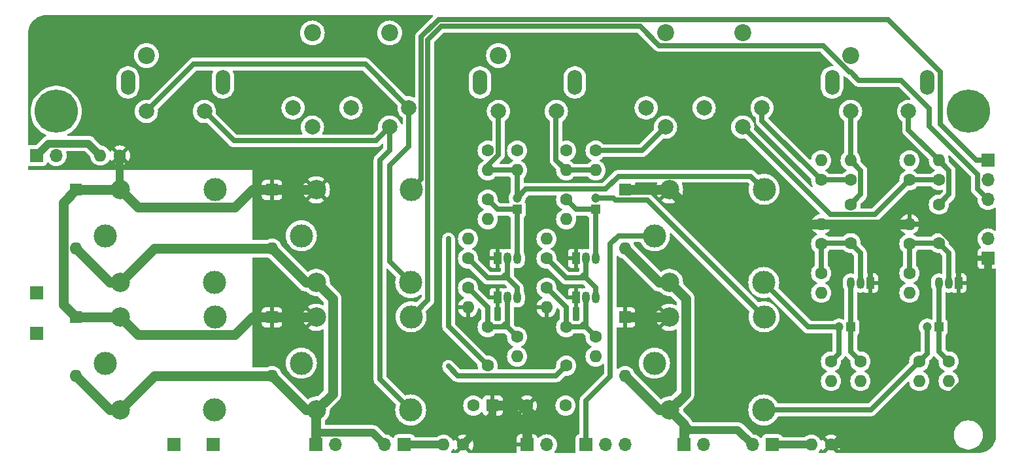
<source format=gbl>
G04 #@! TF.GenerationSoftware,KiCad,Pcbnew,8.0.9*
G04 #@! TF.CreationDate,2025-03-02T13:49:30+01:00*
G04 #@! TF.ProjectId,cjss501,636a7373-3530-4312-9e6b-696361645f70,rev?*
G04 #@! TF.SameCoordinates,Original*
G04 #@! TF.FileFunction,Copper,L2,Bot*
G04 #@! TF.FilePolarity,Positive*
%FSLAX46Y46*%
G04 Gerber Fmt 4.6, Leading zero omitted, Abs format (unit mm)*
G04 Created by KiCad (PCBNEW 8.0.9) date 2025-03-02 13:49:30*
%MOMM*%
%LPD*%
G01*
G04 APERTURE LIST*
G04 #@! TA.AperFunction,ComponentPad*
%ADD10C,1.600000*%
G04 #@! TD*
G04 #@! TA.AperFunction,ComponentPad*
%ADD11O,1.600000X1.600000*%
G04 #@! TD*
G04 #@! TA.AperFunction,ComponentPad*
%ADD12C,5.600000*%
G04 #@! TD*
G04 #@! TA.AperFunction,ComponentPad*
%ADD13R,1.200000X1.200000*%
G04 #@! TD*
G04 #@! TA.AperFunction,ComponentPad*
%ADD14C,1.200000*%
G04 #@! TD*
G04 #@! TA.AperFunction,ComponentPad*
%ADD15C,3.000000*%
G04 #@! TD*
G04 #@! TA.AperFunction,ComponentPad*
%ADD16C,2.500000*%
G04 #@! TD*
G04 #@! TA.AperFunction,ComponentPad*
%ADD17R,1.700000X1.700000*%
G04 #@! TD*
G04 #@! TA.AperFunction,ComponentPad*
%ADD18O,1.700000X1.700000*%
G04 #@! TD*
G04 #@! TA.AperFunction,ComponentPad*
%ADD19R,1.600000X1.600000*%
G04 #@! TD*
G04 #@! TA.AperFunction,ComponentPad*
%ADD20R,1.050000X1.500000*%
G04 #@! TD*
G04 #@! TA.AperFunction,ComponentPad*
%ADD21O,1.050000X1.500000*%
G04 #@! TD*
G04 #@! TA.AperFunction,ComponentPad*
%ADD22C,2.200000*%
G04 #@! TD*
G04 #@! TA.AperFunction,ComponentPad*
%ADD23C,2.000000*%
G04 #@! TD*
G04 #@! TA.AperFunction,WasherPad*
%ADD24O,1.900000X3.200000*%
G04 #@! TD*
G04 #@! TA.AperFunction,ViaPad*
%ADD25C,0.600000*%
G04 #@! TD*
G04 #@! TA.AperFunction,Conductor*
%ADD26C,0.635000*%
G04 #@! TD*
G04 #@! TA.AperFunction,Conductor*
%ADD27C,1.270000*%
G04 #@! TD*
G04 #@! TA.AperFunction,Conductor*
%ADD28C,1.000000*%
G04 #@! TD*
G04 APERTURE END LIST*
D10*
X92710000Y-53340000D03*
D11*
X92710000Y-55880000D03*
D12*
X154940000Y-48260000D03*
D13*
X139700000Y-76200000D03*
D14*
X138200000Y-76200000D03*
D15*
X68580000Y-64370000D03*
D16*
X70530000Y-70420000D03*
D15*
X82730000Y-70420000D03*
X82780000Y-58370000D03*
D16*
X70530000Y-58420000D03*
D17*
X129540000Y-91440000D03*
D18*
X127000000Y-91440000D03*
D10*
X106680000Y-53340000D03*
D11*
X106680000Y-55880000D03*
D10*
X137160000Y-80645000D03*
D11*
X137160000Y-83185000D03*
D19*
X110490000Y-58420000D03*
D11*
X110490000Y-66040000D03*
D17*
X81915000Y-91440000D03*
D18*
X79375000Y-91440000D03*
D10*
X140970000Y-80645000D03*
D11*
X140970000Y-83185000D03*
D10*
X106680000Y-77470000D03*
D11*
X106680000Y-80010000D03*
D10*
X151130000Y-60325000D03*
X151130000Y-65325000D03*
X100330000Y-67310000D03*
D11*
X100330000Y-64770000D03*
D10*
X100330000Y-71120000D03*
D11*
X100330000Y-73660000D03*
D17*
X57150000Y-91440000D03*
D20*
X104140000Y-72390000D03*
D21*
X105410000Y-72390000D03*
X106680000Y-72390000D03*
D19*
X110490000Y-74930000D03*
D11*
X110490000Y-82550000D03*
D10*
X147320000Y-65405000D03*
D11*
X147320000Y-62865000D03*
D22*
X115730000Y-38100000D03*
X125730000Y-38100000D03*
D23*
X113230000Y-47800000D03*
X120730000Y-47800000D03*
X128230000Y-47800000D03*
X115730000Y-50300000D03*
X125730000Y-50300000D03*
D10*
X135890000Y-57150000D03*
D11*
X135890000Y-54610000D03*
D19*
X93345000Y-86360000D03*
D10*
X90845000Y-86360000D03*
X92710000Y-59690000D03*
D11*
X92710000Y-62230000D03*
D10*
X102870000Y-59690000D03*
D11*
X102870000Y-62230000D03*
D20*
X93980000Y-72390000D03*
D21*
X95250000Y-72390000D03*
X96520000Y-72390000D03*
D17*
X34290000Y-77040000D03*
D10*
X96520000Y-77470000D03*
D11*
X96520000Y-80010000D03*
D10*
X147320000Y-57150000D03*
D11*
X147320000Y-54610000D03*
D24*
X104000000Y-44510000D03*
X91700000Y-44510000D03*
D23*
X94100000Y-48260000D03*
X101600000Y-48260000D03*
D22*
X94100000Y-41010000D03*
D19*
X64770000Y-58420000D03*
D11*
X64770000Y-66040000D03*
D10*
X135890000Y-65405000D03*
D11*
X135890000Y-62865000D03*
D15*
X43180000Y-64370000D03*
D16*
X45130000Y-70420000D03*
D15*
X57330000Y-70420000D03*
X57380000Y-58370000D03*
D16*
X45130000Y-58420000D03*
D10*
X139700000Y-60325000D03*
X139700000Y-65325000D03*
D17*
X34290000Y-53975000D03*
D18*
X36830000Y-53975000D03*
D10*
X148590000Y-80645000D03*
D11*
X148590000Y-83185000D03*
D13*
X106680000Y-60960000D03*
D14*
X106680000Y-59460000D03*
D19*
X39370000Y-58420000D03*
D11*
X39370000Y-66040000D03*
D17*
X52070000Y-91440000D03*
X34290000Y-71755000D03*
D10*
X90170000Y-67310000D03*
D11*
X90170000Y-64770000D03*
D10*
X137160000Y-91440000D03*
D11*
X134620000Y-91440000D03*
D10*
X152400000Y-80645000D03*
D11*
X152400000Y-83185000D03*
D12*
X36830000Y-48260000D03*
D15*
X68580000Y-80880000D03*
D16*
X70530000Y-86930000D03*
D15*
X82730000Y-86930000D03*
X82780000Y-74880000D03*
D16*
X70530000Y-74930000D03*
D10*
X102870000Y-53340000D03*
D11*
X102870000Y-55880000D03*
D19*
X64770000Y-74930000D03*
D11*
X64770000Y-82550000D03*
D13*
X151130000Y-76200000D03*
D14*
X149630000Y-76200000D03*
D10*
X139700000Y-57150000D03*
D11*
X139700000Y-54610000D03*
D10*
X135890000Y-69215000D03*
D11*
X135890000Y-71755000D03*
D15*
X114300000Y-64370000D03*
D16*
X116250000Y-70420000D03*
D15*
X128450000Y-70420000D03*
X128500000Y-58370000D03*
D16*
X116250000Y-58420000D03*
D20*
X93980000Y-67310000D03*
D21*
X95250000Y-67310000D03*
X96520000Y-67310000D03*
D20*
X104140000Y-67310000D03*
D21*
X105410000Y-67310000D03*
X106680000Y-67310000D03*
D10*
X147320000Y-69215000D03*
D11*
X147320000Y-71755000D03*
D15*
X114300000Y-80880000D03*
D16*
X116250000Y-86930000D03*
D15*
X128450000Y-86930000D03*
X128500000Y-74880000D03*
D16*
X116250000Y-74930000D03*
D17*
X70485000Y-91440000D03*
D18*
X73025000Y-91440000D03*
D19*
X39370000Y-74930000D03*
D11*
X39370000Y-82550000D03*
D17*
X105410000Y-91440000D03*
D18*
X107950000Y-91440000D03*
X110490000Y-91440000D03*
D10*
X96520000Y-53340000D03*
D11*
X96520000Y-55880000D03*
D20*
X142240000Y-70485000D03*
D21*
X140970000Y-70485000D03*
X139700000Y-70485000D03*
D10*
X45085000Y-53975000D03*
D11*
X42545000Y-53975000D03*
D10*
X92710000Y-81200000D03*
X92710000Y-76200000D03*
D17*
X157480000Y-54610000D03*
D18*
X157480000Y-57150000D03*
X157480000Y-59690000D03*
D10*
X90170000Y-71120000D03*
D11*
X90170000Y-73660000D03*
D15*
X43180000Y-80880000D03*
D16*
X45130000Y-86930000D03*
D15*
X57330000Y-86930000D03*
X57380000Y-74880000D03*
D16*
X45130000Y-74930000D03*
D10*
X97790000Y-86360000D03*
X102790000Y-86360000D03*
D17*
X118110000Y-91440000D03*
D18*
X120650000Y-91440000D03*
D10*
X102870000Y-81200000D03*
X102870000Y-76200000D03*
D20*
X153670000Y-70485000D03*
D21*
X152400000Y-70485000D03*
X151130000Y-70485000D03*
D24*
X149600000Y-44510000D03*
X137300000Y-44510000D03*
D23*
X139700000Y-48260000D03*
X147200000Y-48260000D03*
D22*
X139700000Y-41010000D03*
D17*
X97785000Y-91440000D03*
D18*
X100325000Y-91440000D03*
D17*
X157480000Y-67310000D03*
D18*
X157480000Y-64770000D03*
D13*
X96520000Y-60960000D03*
D14*
X96520000Y-59460000D03*
D22*
X70010000Y-38100000D03*
X80010000Y-38100000D03*
D23*
X67510000Y-47800000D03*
X75010000Y-47800000D03*
X82510000Y-47800000D03*
X70010000Y-50300000D03*
X80010000Y-50300000D03*
D24*
X58420000Y-44510000D03*
X46120000Y-44510000D03*
D23*
X48520000Y-48260000D03*
X56020000Y-48260000D03*
D22*
X48520000Y-41010000D03*
D10*
X89535000Y-91440000D03*
D11*
X86995000Y-91440000D03*
D10*
X151130000Y-57150000D03*
D11*
X151130000Y-54610000D03*
D25*
X87630000Y-64770000D03*
X87630000Y-81280000D03*
D26*
X153670000Y-66001773D02*
X153670000Y-67310000D01*
X147320000Y-62865000D02*
X150533227Y-62865000D01*
D27*
X120695000Y-62865000D02*
X135890000Y-62865000D01*
X64770000Y-58420000D02*
X70530000Y-58420000D01*
D28*
X146266321Y-91440000D02*
X137160000Y-91440000D01*
D26*
X142240000Y-70485000D02*
X142240000Y-62865000D01*
D27*
X45130000Y-58420000D02*
X39370000Y-58420000D01*
X45130000Y-58420000D02*
X47415000Y-60705000D01*
X62230000Y-58420000D02*
X64770000Y-58420000D01*
D26*
X153670000Y-67310000D02*
X153670000Y-70485000D01*
D27*
X64770000Y-74930000D02*
X70530000Y-74930000D01*
D28*
X157480000Y-80226321D02*
X146266321Y-91440000D01*
D27*
X39370000Y-58420000D02*
X37735000Y-60055000D01*
X97785000Y-86365000D02*
X97790000Y-86360000D01*
X116250000Y-58420000D02*
X110490000Y-58420000D01*
D26*
X153670000Y-67310000D02*
X157480000Y-67310000D01*
X150533227Y-62865000D02*
X153670000Y-66001773D01*
D27*
X97785000Y-91440000D02*
X97785000Y-86365000D01*
X45130000Y-74930000D02*
X39370000Y-74930000D01*
X97790000Y-86360000D02*
X93345000Y-86360000D01*
X59945000Y-77215000D02*
X62230000Y-74930000D01*
X147320000Y-62865000D02*
X142240000Y-62865000D01*
X62230000Y-74930000D02*
X64770000Y-74930000D01*
D28*
X93345000Y-86360000D02*
X93345000Y-87630000D01*
X45085000Y-53975000D02*
X45085000Y-58375000D01*
D27*
X47415000Y-77215000D02*
X59945000Y-77215000D01*
D28*
X45085000Y-58375000D02*
X45130000Y-58420000D01*
D27*
X45130000Y-74930000D02*
X47415000Y-77215000D01*
D28*
X93345000Y-87630000D02*
X89535000Y-91440000D01*
D27*
X116250000Y-58420000D02*
X120695000Y-62865000D01*
X142240000Y-62865000D02*
X135890000Y-62865000D01*
X110490000Y-74930000D02*
X116250000Y-74930000D01*
X59945000Y-60705000D02*
X62230000Y-58420000D01*
X37735000Y-60055000D02*
X37735000Y-73295000D01*
X37735000Y-73295000D02*
X39370000Y-74930000D01*
X47415000Y-60705000D02*
X59945000Y-60705000D01*
D28*
X157480000Y-67310000D02*
X157480000Y-80226321D01*
D26*
X92710000Y-76200000D02*
X94615000Y-76200000D01*
X94615000Y-76200000D02*
X95250000Y-75565000D01*
X92710000Y-73660000D02*
X90170000Y-71120000D01*
X95250000Y-72390000D02*
X95250000Y-75565000D01*
X92710000Y-76200000D02*
X92710000Y-73660000D01*
X94615000Y-76200000D02*
X95250000Y-76200000D01*
X95250000Y-76200000D02*
X96520000Y-77470000D01*
X95250000Y-75565000D02*
X95250000Y-76200000D01*
X87630000Y-76120000D02*
X87630000Y-64770000D01*
X92710000Y-81200000D02*
X87630000Y-76120000D01*
X93980000Y-60960000D02*
X92710000Y-59690000D01*
X96520000Y-60960000D02*
X96520000Y-67310000D01*
X96520000Y-60960000D02*
X93980000Y-60960000D01*
X109622500Y-56652500D02*
X126782500Y-56652500D01*
X96520000Y-55880000D02*
X96520000Y-59460000D01*
X94100000Y-53896773D02*
X94100000Y-48260000D01*
X92710000Y-55880000D02*
X92710000Y-55286773D01*
X96520000Y-59460000D02*
X97637500Y-58342500D01*
X92710000Y-55286773D02*
X94100000Y-53896773D01*
X92710000Y-55880000D02*
X96520000Y-55880000D01*
X107932500Y-58342500D02*
X109622500Y-56652500D01*
X126782500Y-56652500D02*
X128500000Y-58370000D01*
X97637500Y-58342500D02*
X107932500Y-58342500D01*
X139700000Y-54610000D02*
X139700000Y-48260000D01*
X139700000Y-60325000D02*
X141017500Y-59007500D01*
X141017500Y-59007500D02*
X141017500Y-55927500D01*
X141017500Y-55927500D02*
X139700000Y-54610000D01*
X139700000Y-65325000D02*
X135970000Y-65325000D01*
X140970000Y-66595000D02*
X140970000Y-70485000D01*
X139700000Y-65325000D02*
X140970000Y-66595000D01*
X135970000Y-65325000D02*
X135890000Y-65405000D01*
X135890000Y-65405000D02*
X135890000Y-69215000D01*
X138200000Y-76200000D02*
X134230000Y-76200000D01*
X138200000Y-79605000D02*
X137160000Y-80645000D01*
X138200000Y-79605000D02*
X138200000Y-76200000D01*
X134230000Y-76200000D02*
X128450000Y-70420000D01*
X139700000Y-75565000D02*
X139700000Y-70485000D01*
X139700000Y-79375000D02*
X140970000Y-80645000D01*
X139700000Y-75565000D02*
X139700000Y-79375000D01*
X102870000Y-73660000D02*
X100330000Y-71120000D01*
X105410000Y-75565000D02*
X105410000Y-76200000D01*
X105410000Y-72390000D02*
X105410000Y-75565000D01*
X104775000Y-76200000D02*
X105410000Y-75565000D01*
X102870000Y-76200000D02*
X102870000Y-73660000D01*
X105410000Y-76200000D02*
X106680000Y-77470000D01*
X105410000Y-76200000D02*
X104775000Y-76200000D01*
X104775000Y-76200000D02*
X102870000Y-76200000D01*
X101552500Y-82517500D02*
X88867500Y-82517500D01*
X88867500Y-82517500D02*
X87630000Y-81280000D01*
X102870000Y-81200000D02*
X101552500Y-82517500D01*
X101552500Y-48307500D02*
X101600000Y-48260000D01*
X128500000Y-74880000D02*
X113357500Y-59737500D01*
X102870000Y-55880000D02*
X101552500Y-54562500D01*
X101552500Y-54562500D02*
X101552500Y-48307500D01*
X113357500Y-59737500D02*
X109267500Y-59737500D01*
X109267500Y-59737500D02*
X108990000Y-59460000D01*
X108990000Y-59460000D02*
X106680000Y-59460000D01*
X102870000Y-55880000D02*
X106680000Y-55880000D01*
X106680000Y-60960000D02*
X104140000Y-60960000D01*
X104140000Y-60960000D02*
X102870000Y-59690000D01*
X106680000Y-60960000D02*
X106680000Y-67310000D01*
X152400000Y-66595000D02*
X152400000Y-70485000D01*
X151130000Y-65325000D02*
X147400000Y-65325000D01*
X147400000Y-65325000D02*
X147320000Y-65405000D01*
X151130000Y-65325000D02*
X152400000Y-66595000D01*
X147320000Y-65405000D02*
X147320000Y-69215000D01*
X147200000Y-48260000D02*
X147200000Y-50680000D01*
X152447500Y-55927500D02*
X151130000Y-54610000D01*
X147200000Y-50680000D02*
X151130000Y-54610000D01*
X152447500Y-59007500D02*
X152447500Y-55927500D01*
X151130000Y-60325000D02*
X152447500Y-59007500D01*
X151130000Y-75565000D02*
X151130000Y-70485000D01*
X151130000Y-75565000D02*
X151130000Y-79375000D01*
X151130000Y-79375000D02*
X152400000Y-80645000D01*
X142305000Y-86930000D02*
X128450000Y-86930000D01*
X148590000Y-80645000D02*
X142305000Y-86930000D01*
X149630000Y-79605000D02*
X149630000Y-76200000D01*
X149630000Y-79605000D02*
X148590000Y-80645000D01*
D28*
X79375000Y-91440000D02*
X77825000Y-89890000D01*
D27*
X45130000Y-86930000D02*
X43750000Y-86930000D01*
X70530000Y-70420000D02*
X69150000Y-70420000D01*
X69150000Y-86930000D02*
X64770000Y-82550000D01*
X70485000Y-89535000D02*
X70485000Y-86975000D01*
X43750000Y-70420000D02*
X39370000Y-66040000D01*
X45130000Y-86930000D02*
X49510000Y-82550000D01*
X70485000Y-86975000D02*
X70530000Y-86930000D01*
D28*
X70840000Y-89890000D02*
X70485000Y-89535000D01*
D27*
X49510000Y-82550000D02*
X50800000Y-82550000D01*
X43750000Y-86930000D02*
X39370000Y-82550000D01*
X49510000Y-66040000D02*
X64770000Y-66040000D01*
X69150000Y-70420000D02*
X64770000Y-66040000D01*
X45130000Y-70420000D02*
X49510000Y-66040000D01*
D28*
X77825000Y-89890000D02*
X70840000Y-89890000D01*
D27*
X70530000Y-86930000D02*
X69150000Y-86930000D01*
X50800000Y-82550000D02*
X64770000Y-82550000D01*
X70530000Y-70420000D02*
X72615000Y-72505000D01*
X72615000Y-72505000D02*
X72615000Y-84845000D01*
X72615000Y-84845000D02*
X70530000Y-86930000D01*
X45130000Y-70420000D02*
X43750000Y-70420000D01*
X70485000Y-91440000D02*
X70485000Y-89535000D01*
D28*
X127000000Y-91440000D02*
X125095000Y-89535000D01*
D27*
X116250000Y-70420000D02*
X114870000Y-70420000D01*
D28*
X119380000Y-89535000D02*
X118745000Y-89535000D01*
D27*
X118110000Y-88790000D02*
X116250000Y-86930000D01*
D28*
X119380000Y-89535000D02*
X118855000Y-89535000D01*
X118855000Y-89535000D02*
X118110000Y-88790000D01*
D27*
X114870000Y-70420000D02*
X110490000Y-66040000D01*
X118110000Y-91440000D02*
X118110000Y-90170000D01*
X118110000Y-89535000D02*
X118110000Y-88790000D01*
D28*
X118745000Y-89535000D02*
X118110000Y-90170000D01*
D27*
X118335000Y-72505000D02*
X118335000Y-84845000D01*
X118335000Y-84845000D02*
X116250000Y-86930000D01*
X116250000Y-86930000D02*
X114870000Y-86930000D01*
X114870000Y-86930000D02*
X110490000Y-82550000D01*
X116250000Y-70420000D02*
X118335000Y-72505000D01*
X118110000Y-90170000D02*
X118110000Y-89535000D01*
D28*
X119380000Y-89535000D02*
X118110000Y-89535000D01*
X125095000Y-89535000D02*
X119380000Y-89535000D01*
D26*
X109620000Y-64370000D02*
X114300000Y-64370000D01*
X108585000Y-82591773D02*
X108585000Y-65405000D01*
X105410000Y-85766773D02*
X108585000Y-82591773D01*
X108585000Y-65405000D02*
X109620000Y-64370000D01*
X105410000Y-91440000D02*
X105410000Y-85766773D01*
X149860000Y-47848912D02*
X149860000Y-50165000D01*
X139700000Y-43180000D02*
X140764456Y-44244456D01*
X149860000Y-50165000D02*
X156112500Y-56417500D01*
X136120009Y-39717500D02*
X139582509Y-43180000D01*
X140764456Y-44244456D02*
X146255544Y-44244456D01*
X114935000Y-39717500D02*
X136120009Y-39717500D01*
X156112500Y-56417500D02*
X156112500Y-58322500D01*
X112430000Y-37212500D02*
X114935000Y-39717500D01*
X84962500Y-38955868D02*
X86705868Y-37212500D01*
X82780000Y-74880000D02*
X84962500Y-72697500D01*
X146255544Y-44244456D02*
X149860000Y-47848912D01*
X156112500Y-58322500D02*
X157480000Y-59690000D01*
X139582509Y-43180000D02*
X139700000Y-43180000D01*
X84962500Y-72697500D02*
X84962500Y-38955868D01*
X86705868Y-37212500D02*
X112430000Y-37212500D01*
X84127500Y-38610000D02*
X86360000Y-36377500D01*
X155995000Y-54610000D02*
X151340000Y-49955000D01*
X84127500Y-57022500D02*
X84127500Y-38610000D01*
X151340000Y-45720000D02*
X151340000Y-43171088D01*
X82780000Y-58370000D02*
X84127500Y-57022500D01*
X144546412Y-36377500D02*
X151340000Y-43171088D01*
X151340000Y-49955000D02*
X151340000Y-45720000D01*
X157480000Y-54610000D02*
X155995000Y-54610000D01*
X86360000Y-36377500D02*
X144546412Y-36377500D01*
X56020000Y-48260000D02*
X59830000Y-52070000D01*
X59830000Y-52070000D02*
X78240000Y-52070000D01*
X78740000Y-82940000D02*
X82730000Y-86930000D01*
X78240000Y-52070000D02*
X80010000Y-50300000D01*
X78740000Y-54610000D02*
X78740000Y-82940000D01*
X80010000Y-53340000D02*
X78740000Y-54610000D01*
X80010000Y-50300000D02*
X80010000Y-53340000D01*
X82510000Y-47800000D02*
X82510000Y-52795000D01*
X48520000Y-48260000D02*
X54637500Y-42142500D01*
X54637500Y-42142500D02*
X76852500Y-42142500D01*
X80010000Y-67700000D02*
X82730000Y-70420000D01*
X82510000Y-52795000D02*
X80010000Y-55295000D01*
X80010000Y-55295000D02*
X80010000Y-67700000D01*
X76852500Y-42142500D02*
X82510000Y-47800000D01*
X137072500Y-61642500D02*
X142827500Y-61642500D01*
X142827500Y-61642500D02*
X147320000Y-57150000D01*
X125730000Y-50300000D02*
X137072500Y-61642500D01*
X147320000Y-57150000D02*
X151130000Y-57150000D01*
X135890000Y-57150000D02*
X139700000Y-57150000D01*
X128230000Y-49490000D02*
X135890000Y-57150000D01*
X128230000Y-47800000D02*
X128230000Y-49490000D01*
X106680000Y-53340000D02*
X112690000Y-53340000D01*
X112690000Y-53340000D02*
X115730000Y-50300000D01*
X96520000Y-72390000D02*
X96520000Y-71120000D01*
X92710000Y-69850000D02*
X94615000Y-69850000D01*
X90170000Y-67310000D02*
X92710000Y-69850000D01*
X95250000Y-69215000D02*
X95250000Y-67310000D01*
X95250000Y-69850000D02*
X95250000Y-69215000D01*
X94615000Y-69850000D02*
X95250000Y-69850000D01*
X96520000Y-71120000D02*
X95250000Y-69850000D01*
X94615000Y-69850000D02*
X95250000Y-69215000D01*
X105410000Y-69215000D02*
X105410000Y-67310000D01*
X102870000Y-69850000D02*
X104775000Y-69850000D01*
X106680000Y-72390000D02*
X106680000Y-71120000D01*
X106680000Y-71120000D02*
X105410000Y-69850000D01*
X104775000Y-69850000D02*
X105410000Y-69215000D01*
X104775000Y-69850000D02*
X105410000Y-69850000D01*
X105410000Y-69850000D02*
X105410000Y-69215000D01*
X100330000Y-67310000D02*
X102870000Y-69850000D01*
D28*
X86995000Y-91440000D02*
X81915000Y-91440000D01*
X34290000Y-53975000D02*
X35840000Y-52425000D01*
X40995000Y-52425000D02*
X42545000Y-53975000D01*
X35840000Y-52425000D02*
X40995000Y-52425000D01*
X129540000Y-91440000D02*
X134620000Y-91440000D01*
G04 #@! TA.AperFunction,Conductor*
G36*
X89135000Y-91492661D02*
G01*
X89162259Y-91594394D01*
X89214920Y-91685606D01*
X89289394Y-91760080D01*
X89380606Y-91812741D01*
X89482339Y-91840000D01*
X89488553Y-91840000D01*
X88855372Y-92473181D01*
X88794049Y-92506666D01*
X88767691Y-92509500D01*
X88064049Y-92509500D01*
X87997010Y-92489815D01*
X87951255Y-92437011D01*
X87941311Y-92367853D01*
X87970336Y-92304297D01*
X87976368Y-92297819D01*
X87995045Y-92279141D01*
X87995047Y-92279139D01*
X88125568Y-92092734D01*
X88152893Y-92034134D01*
X88199065Y-91981695D01*
X88266258Y-91962543D01*
X88333139Y-91982758D01*
X88377657Y-92034134D01*
X88404864Y-92092480D01*
X88455974Y-92165472D01*
X89135000Y-91486446D01*
X89135000Y-91492661D01*
G37*
G04 #@! TD.AperFunction*
G04 #@! TA.AperFunction,Conductor*
G36*
X85587850Y-35780185D02*
G01*
X85633605Y-35832989D01*
X85643549Y-35902147D01*
X85614524Y-35965703D01*
X85608492Y-35972181D01*
X83492120Y-38088551D01*
X83492117Y-38088555D01*
X83402600Y-38222525D01*
X83402593Y-38222538D01*
X83340936Y-38371393D01*
X83340933Y-38371405D01*
X83309500Y-38529429D01*
X83309500Y-46318433D01*
X83289815Y-46385472D01*
X83237011Y-46431227D01*
X83167853Y-46441171D01*
X83126487Y-46427490D01*
X83114820Y-46421176D01*
X83114805Y-46421170D01*
X82879616Y-46340429D01*
X82634335Y-46299500D01*
X82385665Y-46299500D01*
X82385664Y-46299500D01*
X82260648Y-46320360D01*
X82191283Y-46311977D01*
X82152559Y-46285732D01*
X77373948Y-41507120D01*
X77373944Y-41507117D01*
X77239974Y-41417600D01*
X77239961Y-41417593D01*
X77091106Y-41355936D01*
X77091094Y-41355933D01*
X76933070Y-41324500D01*
X76933066Y-41324500D01*
X54556934Y-41324500D01*
X54556929Y-41324500D01*
X54398905Y-41355933D01*
X54398893Y-41355936D01*
X54293632Y-41399537D01*
X54250033Y-41417596D01*
X54250028Y-41417599D01*
X54116059Y-41507114D01*
X54116051Y-41507120D01*
X48877439Y-46745732D01*
X48816116Y-46779217D01*
X48769349Y-46780360D01*
X48644335Y-46759500D01*
X48395665Y-46759500D01*
X48150383Y-46800429D01*
X47915197Y-46881169D01*
X47915188Y-46881172D01*
X47696493Y-46999524D01*
X47500257Y-47152261D01*
X47331833Y-47335217D01*
X47195826Y-47543393D01*
X47095936Y-47771118D01*
X47034892Y-48012175D01*
X47034890Y-48012187D01*
X47014357Y-48259994D01*
X47014357Y-48260005D01*
X47034890Y-48507812D01*
X47034892Y-48507824D01*
X47095936Y-48748881D01*
X47195826Y-48976606D01*
X47331833Y-49184782D01*
X47331836Y-49184785D01*
X47500256Y-49367738D01*
X47696491Y-49520474D01*
X47915190Y-49638828D01*
X48150386Y-49719571D01*
X48395665Y-49760500D01*
X48644335Y-49760500D01*
X48889614Y-49719571D01*
X49124810Y-49638828D01*
X49343509Y-49520474D01*
X49539744Y-49367738D01*
X49708164Y-49184785D01*
X49844173Y-48976607D01*
X49944063Y-48748881D01*
X50005108Y-48507821D01*
X50025643Y-48260000D01*
X50023911Y-48239100D01*
X50005109Y-48012188D01*
X50005108Y-48012184D01*
X50005108Y-48012179D01*
X50005106Y-48012173D01*
X50004264Y-48007124D01*
X50006501Y-48006750D01*
X50008773Y-47946447D01*
X50038668Y-47898157D01*
X54940008Y-42996819D01*
X55001331Y-42963334D01*
X55027689Y-42960500D01*
X57048034Y-42960500D01*
X57115073Y-42980185D01*
X57160828Y-43032989D01*
X57170772Y-43102147D01*
X57158519Y-43140795D01*
X57075770Y-43303196D01*
X57005215Y-43520339D01*
X56969500Y-43745837D01*
X56969500Y-45274162D01*
X57005215Y-45499660D01*
X57075770Y-45716803D01*
X57087992Y-45740789D01*
X57179421Y-45920228D01*
X57313621Y-46104937D01*
X57475063Y-46266379D01*
X57659772Y-46400579D01*
X57755884Y-46449550D01*
X57863196Y-46504229D01*
X57863198Y-46504229D01*
X57863201Y-46504231D01*
X57979592Y-46542049D01*
X58080339Y-46574784D01*
X58305838Y-46610500D01*
X58305843Y-46610500D01*
X58534162Y-46610500D01*
X58759660Y-46574784D01*
X58803446Y-46560557D01*
X58976799Y-46504231D01*
X59180228Y-46400579D01*
X59364937Y-46266379D01*
X59526379Y-46104937D01*
X59660579Y-45920228D01*
X59764231Y-45716799D01*
X59834784Y-45499660D01*
X59870500Y-45274162D01*
X59870500Y-43745837D01*
X59834784Y-43520339D01*
X59764229Y-43303196D01*
X59681481Y-43140795D01*
X59668585Y-43072126D01*
X59694861Y-43007385D01*
X59751968Y-42967128D01*
X59791966Y-42960500D01*
X76462311Y-42960500D01*
X76529350Y-42980185D01*
X76549992Y-42996819D01*
X80991329Y-47438156D01*
X81024814Y-47499479D01*
X81024021Y-47546831D01*
X81025736Y-47547118D01*
X81024891Y-47552180D01*
X81004357Y-47799994D01*
X81004357Y-47800005D01*
X81024890Y-48047812D01*
X81024892Y-48047824D01*
X81085936Y-48288881D01*
X81185826Y-48516606D01*
X81321833Y-48724782D01*
X81321836Y-48724785D01*
X81490256Y-48907738D01*
X81644163Y-49027529D01*
X81684975Y-49084238D01*
X81692000Y-49125381D01*
X81692000Y-49834900D01*
X81672315Y-49901939D01*
X81619511Y-49947694D01*
X81550353Y-49957638D01*
X81486797Y-49928613D01*
X81449023Y-49869835D01*
X81447795Y-49865341D01*
X81434064Y-49811123D01*
X81434064Y-49811122D01*
X81434062Y-49811118D01*
X81334173Y-49583393D01*
X81284437Y-49507266D01*
X81198166Y-49375217D01*
X81143103Y-49315403D01*
X81029744Y-49192262D01*
X80833509Y-49039526D01*
X80833507Y-49039525D01*
X80833506Y-49039524D01*
X80614811Y-48921172D01*
X80614802Y-48921169D01*
X80379616Y-48840429D01*
X80134335Y-48799500D01*
X79885665Y-48799500D01*
X79640383Y-48840429D01*
X79405197Y-48921169D01*
X79405188Y-48921172D01*
X79186493Y-49039524D01*
X78990257Y-49192261D01*
X78821833Y-49375217D01*
X78685826Y-49583393D01*
X78585936Y-49811118D01*
X78524892Y-50052175D01*
X78524890Y-50052187D01*
X78504357Y-50299994D01*
X78504357Y-50300005D01*
X78524890Y-50547812D01*
X78525737Y-50552885D01*
X78523517Y-50553255D01*
X78521193Y-50613646D01*
X78491328Y-50661843D01*
X77937492Y-51215681D01*
X77876169Y-51249166D01*
X77849811Y-51252000D01*
X71409515Y-51252000D01*
X71342476Y-51232315D01*
X71296721Y-51179511D01*
X71286777Y-51110353D01*
X71305707Y-51060178D01*
X71334172Y-51016608D01*
X71334173Y-51016607D01*
X71434063Y-50788881D01*
X71495108Y-50547821D01*
X71496329Y-50533085D01*
X71515643Y-50300005D01*
X71515643Y-50299994D01*
X71495109Y-50052187D01*
X71495107Y-50052175D01*
X71434063Y-49811118D01*
X71334173Y-49583393D01*
X71198166Y-49375217D01*
X71143103Y-49315403D01*
X71029744Y-49192262D01*
X70833509Y-49039526D01*
X70833507Y-49039525D01*
X70833506Y-49039524D01*
X70614811Y-48921172D01*
X70614802Y-48921169D01*
X70379616Y-48840429D01*
X70134335Y-48799500D01*
X69885665Y-48799500D01*
X69640383Y-48840429D01*
X69405197Y-48921169D01*
X69405188Y-48921172D01*
X69186493Y-49039524D01*
X68990257Y-49192261D01*
X68821833Y-49375217D01*
X68685826Y-49583393D01*
X68585936Y-49811118D01*
X68524892Y-50052175D01*
X68524890Y-50052187D01*
X68504357Y-50299994D01*
X68504357Y-50300005D01*
X68524890Y-50547812D01*
X68524892Y-50547824D01*
X68585936Y-50788881D01*
X68685827Y-51016608D01*
X68714293Y-51060178D01*
X68734481Y-51127068D01*
X68715302Y-51194253D01*
X68662843Y-51240404D01*
X68610485Y-51252000D01*
X60220188Y-51252000D01*
X60153149Y-51232315D01*
X60132507Y-51215681D01*
X57538670Y-48621844D01*
X57505185Y-48560521D01*
X57505990Y-48513164D01*
X57504264Y-48512876D01*
X57505107Y-48507824D01*
X57505108Y-48507821D01*
X57525643Y-48260000D01*
X57523911Y-48239100D01*
X57505109Y-48012187D01*
X57505107Y-48012175D01*
X57451375Y-47799994D01*
X66004357Y-47799994D01*
X66004357Y-47800005D01*
X66024890Y-48047812D01*
X66024892Y-48047824D01*
X66085936Y-48288881D01*
X66185826Y-48516606D01*
X66321833Y-48724782D01*
X66321836Y-48724785D01*
X66490256Y-48907738D01*
X66686491Y-49060474D01*
X66905190Y-49178828D01*
X67140386Y-49259571D01*
X67385665Y-49300500D01*
X67634335Y-49300500D01*
X67879614Y-49259571D01*
X68114810Y-49178828D01*
X68333509Y-49060474D01*
X68529744Y-48907738D01*
X68698164Y-48724785D01*
X68834173Y-48516607D01*
X68934063Y-48288881D01*
X68995108Y-48047821D01*
X68998061Y-48012187D01*
X69015643Y-47800005D01*
X69015643Y-47799994D01*
X73504357Y-47799994D01*
X73504357Y-47800005D01*
X73524890Y-48047812D01*
X73524892Y-48047824D01*
X73585936Y-48288881D01*
X73685826Y-48516606D01*
X73821833Y-48724782D01*
X73821836Y-48724785D01*
X73990256Y-48907738D01*
X74186491Y-49060474D01*
X74405190Y-49178828D01*
X74640386Y-49259571D01*
X74885665Y-49300500D01*
X75134335Y-49300500D01*
X75379614Y-49259571D01*
X75614810Y-49178828D01*
X75833509Y-49060474D01*
X76029744Y-48907738D01*
X76198164Y-48724785D01*
X76334173Y-48516607D01*
X76434063Y-48288881D01*
X76495108Y-48047821D01*
X76498061Y-48012187D01*
X76515643Y-47800005D01*
X76515643Y-47799994D01*
X76495109Y-47552187D01*
X76495107Y-47552175D01*
X76434063Y-47311118D01*
X76334173Y-47083393D01*
X76198166Y-46875217D01*
X76170261Y-46844904D01*
X76029744Y-46692262D01*
X75833509Y-46539526D01*
X75833507Y-46539525D01*
X75833506Y-46539524D01*
X75614811Y-46421172D01*
X75614802Y-46421169D01*
X75379616Y-46340429D01*
X75134335Y-46299500D01*
X74885665Y-46299500D01*
X74640383Y-46340429D01*
X74405197Y-46421169D01*
X74405188Y-46421172D01*
X74186493Y-46539524D01*
X73990257Y-46692261D01*
X73821833Y-46875217D01*
X73685826Y-47083393D01*
X73585936Y-47311118D01*
X73524892Y-47552175D01*
X73524890Y-47552187D01*
X73504357Y-47799994D01*
X69015643Y-47799994D01*
X68995109Y-47552187D01*
X68995107Y-47552175D01*
X68934063Y-47311118D01*
X68834173Y-47083393D01*
X68698166Y-46875217D01*
X68670261Y-46844904D01*
X68529744Y-46692262D01*
X68333509Y-46539526D01*
X68333507Y-46539525D01*
X68333506Y-46539524D01*
X68114811Y-46421172D01*
X68114802Y-46421169D01*
X67879616Y-46340429D01*
X67634335Y-46299500D01*
X67385665Y-46299500D01*
X67140383Y-46340429D01*
X66905197Y-46421169D01*
X66905188Y-46421172D01*
X66686493Y-46539524D01*
X66490257Y-46692261D01*
X66321833Y-46875217D01*
X66185826Y-47083393D01*
X66085936Y-47311118D01*
X66024892Y-47552175D01*
X66024890Y-47552187D01*
X66004357Y-47799994D01*
X57451375Y-47799994D01*
X57444063Y-47771118D01*
X57344173Y-47543393D01*
X57208166Y-47335217D01*
X57185981Y-47311118D01*
X57039744Y-47152262D01*
X56843509Y-46999526D01*
X56843507Y-46999525D01*
X56843506Y-46999524D01*
X56624811Y-46881172D01*
X56624802Y-46881169D01*
X56389616Y-46800429D01*
X56144335Y-46759500D01*
X55895665Y-46759500D01*
X55650383Y-46800429D01*
X55415197Y-46881169D01*
X55415188Y-46881172D01*
X55196493Y-46999524D01*
X55000257Y-47152261D01*
X54831833Y-47335217D01*
X54695826Y-47543393D01*
X54595936Y-47771118D01*
X54534892Y-48012175D01*
X54534890Y-48012187D01*
X54514357Y-48259994D01*
X54514357Y-48260005D01*
X54534890Y-48507812D01*
X54534892Y-48507824D01*
X54595936Y-48748881D01*
X54695826Y-48976606D01*
X54831833Y-49184782D01*
X54831836Y-49184785D01*
X55000256Y-49367738D01*
X55196491Y-49520474D01*
X55415190Y-49638828D01*
X55650386Y-49719571D01*
X55895665Y-49760500D01*
X56144334Y-49760500D01*
X56144335Y-49760500D01*
X56269351Y-49739638D01*
X56338713Y-49748020D01*
X56377439Y-49774266D01*
X59190277Y-52587103D01*
X59190287Y-52587114D01*
X59194617Y-52591444D01*
X59194618Y-52591445D01*
X59308555Y-52705382D01*
X59362217Y-52741236D01*
X59362219Y-52741239D01*
X59362219Y-52741238D01*
X59442529Y-52794901D01*
X59442532Y-52794903D01*
X59442536Y-52794905D01*
X59587328Y-52854879D01*
X59589889Y-52856047D01*
X59591395Y-52856563D01*
X59591396Y-52856564D01*
X59591398Y-52856565D01*
X59749431Y-52887999D01*
X59749433Y-52888000D01*
X59749434Y-52888000D01*
X78320567Y-52888000D01*
X78320568Y-52887999D01*
X78478602Y-52856565D01*
X78570363Y-52818556D01*
X78627468Y-52794903D01*
X78761445Y-52705382D01*
X78980319Y-52486508D01*
X79041642Y-52453023D01*
X79111333Y-52458007D01*
X79167267Y-52499878D01*
X79191684Y-52565343D01*
X79192000Y-52574189D01*
X79192000Y-52949810D01*
X79172315Y-53016849D01*
X79155681Y-53037491D01*
X78104620Y-54088551D01*
X78104617Y-54088555D01*
X78015098Y-54222528D01*
X77996746Y-54266836D01*
X77953435Y-54371397D01*
X77953433Y-54371405D01*
X77922000Y-54529429D01*
X77922000Y-83020570D01*
X77953433Y-83178595D01*
X77953434Y-83178599D01*
X77953435Y-83178602D01*
X77973547Y-83227155D01*
X78015097Y-83327468D01*
X78015099Y-83327471D01*
X78015100Y-83327473D01*
X78104617Y-83461444D01*
X78104620Y-83461448D01*
X80804290Y-86161117D01*
X80837775Y-86222440D01*
X80832791Y-86292130D01*
X80805632Y-86364947D01*
X80805631Y-86364952D01*
X80744804Y-86644566D01*
X80724390Y-86929998D01*
X80724390Y-86930001D01*
X80744804Y-87215433D01*
X80805628Y-87495037D01*
X80805630Y-87495043D01*
X80805631Y-87495046D01*
X80875532Y-87682458D01*
X80905635Y-87763166D01*
X81042770Y-88014309D01*
X81042775Y-88014317D01*
X81214254Y-88243387D01*
X81214270Y-88243405D01*
X81416594Y-88445729D01*
X81416612Y-88445745D01*
X81645682Y-88617224D01*
X81645690Y-88617229D01*
X81896833Y-88754364D01*
X81896832Y-88754364D01*
X81896836Y-88754365D01*
X81896839Y-88754367D01*
X82164954Y-88854369D01*
X82164960Y-88854370D01*
X82164962Y-88854371D01*
X82444566Y-88915195D01*
X82444568Y-88915195D01*
X82444572Y-88915196D01*
X82698220Y-88933337D01*
X82729999Y-88935610D01*
X82730000Y-88935610D01*
X82730001Y-88935610D01*
X82758595Y-88933564D01*
X83015428Y-88915196D01*
X83045180Y-88908724D01*
X83295037Y-88854371D01*
X83295037Y-88854370D01*
X83295046Y-88854369D01*
X83563161Y-88754367D01*
X83814315Y-88617226D01*
X84043395Y-88445739D01*
X84245739Y-88243395D01*
X84417226Y-88014315D01*
X84554367Y-87763161D01*
X84654369Y-87495046D01*
X84715196Y-87215428D01*
X84735610Y-86930000D01*
X84715196Y-86644572D01*
X84707675Y-86610000D01*
X84654371Y-86364962D01*
X84654370Y-86364960D01*
X84654369Y-86364954D01*
X84652521Y-86359998D01*
X89539532Y-86359998D01*
X89539532Y-86360001D01*
X89559364Y-86586686D01*
X89559366Y-86586697D01*
X89618258Y-86806488D01*
X89618261Y-86806497D01*
X89714431Y-87012732D01*
X89714432Y-87012734D01*
X89844954Y-87199141D01*
X90005858Y-87360045D01*
X90005861Y-87360047D01*
X90192266Y-87490568D01*
X90398504Y-87586739D01*
X90618308Y-87645635D01*
X90780230Y-87659801D01*
X90844998Y-87665468D01*
X90845000Y-87665468D01*
X90845002Y-87665468D01*
X90907511Y-87659999D01*
X91071692Y-87645635D01*
X91291496Y-87586739D01*
X91497734Y-87490568D01*
X91684139Y-87360047D01*
X91841694Y-87202491D01*
X91903016Y-87169008D01*
X91972707Y-87173992D01*
X92028641Y-87215863D01*
X92050051Y-87261658D01*
X92051402Y-87267378D01*
X92101645Y-87402086D01*
X92101649Y-87402093D01*
X92187809Y-87517187D01*
X92187812Y-87517190D01*
X92302906Y-87603350D01*
X92302913Y-87603354D01*
X92437620Y-87653596D01*
X92437627Y-87653598D01*
X92497155Y-87659999D01*
X92497172Y-87660000D01*
X93095000Y-87660000D01*
X93095000Y-86675686D01*
X93099394Y-86680080D01*
X93190606Y-86732741D01*
X93292339Y-86760000D01*
X93397661Y-86760000D01*
X93499394Y-86732741D01*
X93590606Y-86680080D01*
X93595000Y-86675686D01*
X93595000Y-87660000D01*
X94192828Y-87660000D01*
X94192844Y-87659999D01*
X94252372Y-87653598D01*
X94252379Y-87653596D01*
X94387086Y-87603354D01*
X94387093Y-87603350D01*
X94502187Y-87517190D01*
X94502190Y-87517187D01*
X94588350Y-87402093D01*
X94588354Y-87402086D01*
X94638596Y-87267379D01*
X94638598Y-87267372D01*
X94644999Y-87207844D01*
X94645000Y-87207827D01*
X94645000Y-86610000D01*
X93660686Y-86610000D01*
X93665080Y-86605606D01*
X93717741Y-86514394D01*
X93745000Y-86412661D01*
X93745000Y-86359997D01*
X96485034Y-86359997D01*
X96485034Y-86360002D01*
X96504858Y-86586599D01*
X96504860Y-86586610D01*
X96563730Y-86806317D01*
X96563735Y-86806331D01*
X96659863Y-87012478D01*
X96710974Y-87085472D01*
X97390000Y-86406446D01*
X97390000Y-86412661D01*
X97417259Y-86514394D01*
X97469920Y-86605606D01*
X97544394Y-86680080D01*
X97635606Y-86732741D01*
X97737339Y-86760000D01*
X97743553Y-86760000D01*
X97064526Y-87439025D01*
X97137513Y-87490132D01*
X97137521Y-87490136D01*
X97343668Y-87586264D01*
X97343682Y-87586269D01*
X97563389Y-87645139D01*
X97563400Y-87645141D01*
X97789998Y-87664966D01*
X97790002Y-87664966D01*
X98016599Y-87645141D01*
X98016610Y-87645139D01*
X98236317Y-87586269D01*
X98236331Y-87586264D01*
X98442478Y-87490136D01*
X98515471Y-87439024D01*
X97836447Y-86760000D01*
X97842661Y-86760000D01*
X97944394Y-86732741D01*
X98035606Y-86680080D01*
X98110080Y-86605606D01*
X98162741Y-86514394D01*
X98190000Y-86412661D01*
X98190000Y-86406447D01*
X98869024Y-87085471D01*
X98920136Y-87012478D01*
X99016264Y-86806331D01*
X99016269Y-86806317D01*
X99075139Y-86586610D01*
X99075141Y-86586599D01*
X99094966Y-86360002D01*
X99094966Y-86359998D01*
X101484532Y-86359998D01*
X101484532Y-86360001D01*
X101504364Y-86586686D01*
X101504366Y-86586697D01*
X101563258Y-86806488D01*
X101563261Y-86806497D01*
X101659431Y-87012732D01*
X101659432Y-87012734D01*
X101789954Y-87199141D01*
X101950858Y-87360045D01*
X101950861Y-87360047D01*
X102137266Y-87490568D01*
X102343504Y-87586739D01*
X102563308Y-87645635D01*
X102725230Y-87659801D01*
X102789998Y-87665468D01*
X102790000Y-87665468D01*
X102790002Y-87665468D01*
X102852511Y-87659999D01*
X103016692Y-87645635D01*
X103236496Y-87586739D01*
X103442734Y-87490568D01*
X103629139Y-87360047D01*
X103790047Y-87199139D01*
X103920568Y-87012734D01*
X104016739Y-86806496D01*
X104075635Y-86586692D01*
X104095468Y-86360000D01*
X104075635Y-86133308D01*
X104016739Y-85913504D01*
X103920568Y-85707266D01*
X103795170Y-85528178D01*
X103790045Y-85520858D01*
X103629141Y-85359954D01*
X103442734Y-85229432D01*
X103442732Y-85229431D01*
X103236497Y-85133261D01*
X103236488Y-85133258D01*
X103016697Y-85074366D01*
X103016693Y-85074365D01*
X103016692Y-85074365D01*
X103016691Y-85074364D01*
X103016686Y-85074364D01*
X102790002Y-85054532D01*
X102789998Y-85054532D01*
X102563313Y-85074364D01*
X102563302Y-85074366D01*
X102343511Y-85133258D01*
X102343502Y-85133261D01*
X102137267Y-85229431D01*
X102137265Y-85229432D01*
X101950858Y-85359954D01*
X101789954Y-85520858D01*
X101659432Y-85707265D01*
X101659431Y-85707267D01*
X101563261Y-85913502D01*
X101563258Y-85913511D01*
X101504366Y-86133302D01*
X101504364Y-86133313D01*
X101484532Y-86359998D01*
X99094966Y-86359998D01*
X99094966Y-86359997D01*
X99075141Y-86133400D01*
X99075139Y-86133389D01*
X99016269Y-85913682D01*
X99016264Y-85913668D01*
X98920136Y-85707521D01*
X98920132Y-85707513D01*
X98869025Y-85634526D01*
X98190000Y-86313551D01*
X98190000Y-86307339D01*
X98162741Y-86205606D01*
X98110080Y-86114394D01*
X98035606Y-86039920D01*
X97944394Y-85987259D01*
X97842661Y-85960000D01*
X97836445Y-85960000D01*
X98515472Y-85280974D01*
X98442478Y-85229863D01*
X98236331Y-85133735D01*
X98236317Y-85133730D01*
X98016610Y-85074860D01*
X98016599Y-85074858D01*
X97790002Y-85055034D01*
X97789998Y-85055034D01*
X97563400Y-85074858D01*
X97563389Y-85074860D01*
X97343682Y-85133730D01*
X97343673Y-85133734D01*
X97137516Y-85229866D01*
X97137512Y-85229868D01*
X97064526Y-85280973D01*
X97064526Y-85280974D01*
X97743553Y-85960000D01*
X97737339Y-85960000D01*
X97635606Y-85987259D01*
X97544394Y-86039920D01*
X97469920Y-86114394D01*
X97417259Y-86205606D01*
X97390000Y-86307339D01*
X97390000Y-86313552D01*
X96710974Y-85634526D01*
X96710973Y-85634526D01*
X96659868Y-85707512D01*
X96659866Y-85707516D01*
X96563734Y-85913673D01*
X96563730Y-85913682D01*
X96504860Y-86133389D01*
X96504858Y-86133400D01*
X96485034Y-86359997D01*
X93745000Y-86359997D01*
X93745000Y-86307339D01*
X93717741Y-86205606D01*
X93665080Y-86114394D01*
X93660686Y-86110000D01*
X94645000Y-86110000D01*
X94645000Y-85512172D01*
X94644999Y-85512155D01*
X94638598Y-85452627D01*
X94638596Y-85452620D01*
X94588354Y-85317913D01*
X94588350Y-85317906D01*
X94502190Y-85202812D01*
X94502187Y-85202809D01*
X94387093Y-85116649D01*
X94387086Y-85116645D01*
X94252379Y-85066403D01*
X94252372Y-85066401D01*
X94192844Y-85060000D01*
X93595000Y-85060000D01*
X93595000Y-86044314D01*
X93590606Y-86039920D01*
X93499394Y-85987259D01*
X93397661Y-85960000D01*
X93292339Y-85960000D01*
X93190606Y-85987259D01*
X93099394Y-86039920D01*
X93095000Y-86044314D01*
X93095000Y-85060000D01*
X92497155Y-85060000D01*
X92437627Y-85066401D01*
X92437620Y-85066403D01*
X92302913Y-85116645D01*
X92302906Y-85116649D01*
X92187812Y-85202809D01*
X92187809Y-85202812D01*
X92101649Y-85317906D01*
X92101645Y-85317913D01*
X92051401Y-85452626D01*
X92050050Y-85458343D01*
X92015475Y-85519058D01*
X91953564Y-85551443D01*
X91883972Y-85545214D01*
X91841693Y-85517506D01*
X91684141Y-85359954D01*
X91497734Y-85229432D01*
X91497732Y-85229431D01*
X91291497Y-85133261D01*
X91291488Y-85133258D01*
X91071697Y-85074366D01*
X91071693Y-85074365D01*
X91071692Y-85074365D01*
X91071691Y-85074364D01*
X91071686Y-85074364D01*
X90845002Y-85054532D01*
X90844998Y-85054532D01*
X90618313Y-85074364D01*
X90618302Y-85074366D01*
X90398511Y-85133258D01*
X90398502Y-85133261D01*
X90192267Y-85229431D01*
X90192265Y-85229432D01*
X90005858Y-85359954D01*
X89844954Y-85520858D01*
X89714432Y-85707265D01*
X89714431Y-85707267D01*
X89618261Y-85913502D01*
X89618258Y-85913511D01*
X89559366Y-86133302D01*
X89559364Y-86133313D01*
X89539532Y-86359998D01*
X84652521Y-86359998D01*
X84554367Y-86096839D01*
X84505008Y-86006446D01*
X84417229Y-85845690D01*
X84417224Y-85845682D01*
X84245745Y-85616612D01*
X84245729Y-85616594D01*
X84043405Y-85414270D01*
X84043387Y-85414254D01*
X83814317Y-85242775D01*
X83814309Y-85242770D01*
X83563166Y-85105635D01*
X83563167Y-85105635D01*
X83442530Y-85060640D01*
X83295046Y-85005631D01*
X83295043Y-85005630D01*
X83295037Y-85005628D01*
X83015433Y-84944804D01*
X82730001Y-84924390D01*
X82729999Y-84924390D01*
X82444566Y-84944804D01*
X82164952Y-85005631D01*
X82164947Y-85005632D01*
X82092130Y-85032791D01*
X82022438Y-85037775D01*
X81961117Y-85004290D01*
X79594319Y-82637492D01*
X79560834Y-82576169D01*
X79558000Y-82549811D01*
X79558000Y-81360568D01*
X86811999Y-81360568D01*
X86843434Y-81518595D01*
X86843436Y-81518603D01*
X86905097Y-81667468D01*
X86905098Y-81667471D01*
X86994617Y-81801444D01*
X86994620Y-81801448D01*
X88346054Y-83152882D01*
X88457205Y-83227150D01*
X88480031Y-83242402D01*
X88500711Y-83250968D01*
X88523624Y-83260459D01*
X88523629Y-83260460D01*
X88523633Y-83260462D01*
X88628898Y-83304065D01*
X88786929Y-83335499D01*
X88786933Y-83335500D01*
X88786934Y-83335500D01*
X101633067Y-83335500D01*
X101633068Y-83335499D01*
X101791102Y-83304065D01*
X101865535Y-83273233D01*
X101939968Y-83242403D01*
X102073945Y-83152882D01*
X102692432Y-82534393D01*
X102753753Y-82500910D01*
X102790913Y-82498548D01*
X102870000Y-82505468D01*
X102870000Y-82505467D01*
X102870001Y-82505468D01*
X102870002Y-82505468D01*
X102926673Y-82500509D01*
X103096692Y-82485635D01*
X103316496Y-82426739D01*
X103522734Y-82330568D01*
X103709139Y-82200047D01*
X103870047Y-82039139D01*
X104000568Y-81852734D01*
X104096739Y-81646496D01*
X104155635Y-81426692D01*
X104175468Y-81200000D01*
X104175418Y-81199434D01*
X104162581Y-81052703D01*
X104155635Y-80973308D01*
X104104289Y-80781682D01*
X104096741Y-80753511D01*
X104096738Y-80753502D01*
X104046141Y-80644998D01*
X104000568Y-80547266D01*
X103870047Y-80360861D01*
X103870045Y-80360858D01*
X103709141Y-80199954D01*
X103522734Y-80069432D01*
X103522732Y-80069431D01*
X103316497Y-79973261D01*
X103316488Y-79973258D01*
X103096697Y-79914366D01*
X103096693Y-79914365D01*
X103096692Y-79914365D01*
X103096691Y-79914364D01*
X103096686Y-79914364D01*
X102870002Y-79894532D01*
X102869998Y-79894532D01*
X102643313Y-79914364D01*
X102643302Y-79914366D01*
X102423511Y-79973258D01*
X102423502Y-79973261D01*
X102217267Y-80069431D01*
X102217265Y-80069432D01*
X102030858Y-80199954D01*
X101869954Y-80360858D01*
X101739432Y-80547265D01*
X101739431Y-80547267D01*
X101643261Y-80753502D01*
X101643258Y-80753511D01*
X101584366Y-80973302D01*
X101584364Y-80973313D01*
X101564532Y-81199998D01*
X101564532Y-81200002D01*
X101571450Y-81279080D01*
X101557683Y-81347580D01*
X101535603Y-81377568D01*
X101249990Y-81663182D01*
X101188670Y-81696666D01*
X101162311Y-81699500D01*
X94084137Y-81699500D01*
X94017098Y-81679815D01*
X93971343Y-81627011D01*
X93961399Y-81557853D01*
X93964362Y-81543407D01*
X93990719Y-81445037D01*
X93995635Y-81426692D01*
X94015468Y-81200000D01*
X94015418Y-81199434D01*
X94002581Y-81052703D01*
X93995635Y-80973308D01*
X93944289Y-80781682D01*
X93936741Y-80753511D01*
X93936738Y-80753502D01*
X93886141Y-80644998D01*
X93840568Y-80547266D01*
X93710047Y-80360861D01*
X93710045Y-80360858D01*
X93549141Y-80199954D01*
X93362734Y-80069432D01*
X93362732Y-80069431D01*
X93156497Y-79973261D01*
X93156488Y-79973258D01*
X92936697Y-79914366D01*
X92936693Y-79914365D01*
X92936692Y-79914365D01*
X92936691Y-79914364D01*
X92936686Y-79914364D01*
X92710002Y-79894532D01*
X92709997Y-79894532D01*
X92630917Y-79901450D01*
X92562418Y-79887683D01*
X92532430Y-79865603D01*
X88484319Y-75817492D01*
X88450834Y-75756169D01*
X88448000Y-75729811D01*
X88448000Y-64689433D01*
X88447999Y-64689429D01*
X88418934Y-64543308D01*
X88416565Y-64531398D01*
X88364190Y-64404954D01*
X88354903Y-64382533D01*
X88265380Y-64248552D01*
X88151447Y-64134619D01*
X88017466Y-64045096D01*
X87868602Y-63983435D01*
X87868594Y-63983433D01*
X87710570Y-63952000D01*
X87710566Y-63952000D01*
X87549434Y-63952000D01*
X87549429Y-63952000D01*
X87391405Y-63983433D01*
X87391397Y-63983435D01*
X87242533Y-64045096D01*
X87108552Y-64134619D01*
X86994619Y-64248552D01*
X86905096Y-64382533D01*
X86843435Y-64531397D01*
X86843433Y-64531405D01*
X86812000Y-64689429D01*
X86812000Y-76200570D01*
X86843433Y-76358594D01*
X86843436Y-76358606D01*
X86858817Y-76395738D01*
X86858818Y-76395740D01*
X86905097Y-76507468D01*
X86905098Y-76507471D01*
X86994617Y-76641444D01*
X86994620Y-76641448D01*
X91375603Y-81022430D01*
X91409088Y-81083753D01*
X91411450Y-81120917D01*
X91404532Y-81199996D01*
X91404532Y-81200001D01*
X91424364Y-81426686D01*
X91424366Y-81426697D01*
X91455638Y-81543407D01*
X91453975Y-81613257D01*
X91414812Y-81671119D01*
X91350583Y-81698623D01*
X91335863Y-81699500D01*
X89257689Y-81699500D01*
X89190650Y-81679815D01*
X89170008Y-81663181D01*
X88151448Y-80644620D01*
X88151444Y-80644617D01*
X88017471Y-80555098D01*
X88017468Y-80555097D01*
X87868603Y-80493436D01*
X87868595Y-80493434D01*
X87710568Y-80462000D01*
X87710566Y-80462000D01*
X87549434Y-80462000D01*
X87549432Y-80462000D01*
X87391404Y-80493434D01*
X87391396Y-80493436D01*
X87242531Y-80555097D01*
X87242528Y-80555098D01*
X87108555Y-80644617D01*
X87108551Y-80644620D01*
X86994620Y-80758551D01*
X86994617Y-80758555D01*
X86905098Y-80892528D01*
X86905097Y-80892531D01*
X86843436Y-81041396D01*
X86843434Y-81041404D01*
X86812000Y-81199431D01*
X86812000Y-81199434D01*
X86812000Y-81360566D01*
X86812000Y-81360568D01*
X86811999Y-81360568D01*
X79558000Y-81360568D01*
X79558000Y-68704189D01*
X79577685Y-68637150D01*
X79630489Y-68591395D01*
X79699647Y-68581451D01*
X79763203Y-68610476D01*
X79769681Y-68616508D01*
X80804290Y-69651117D01*
X80837775Y-69712440D01*
X80832791Y-69782130D01*
X80805632Y-69854947D01*
X80805631Y-69854952D01*
X80744804Y-70134566D01*
X80724390Y-70419998D01*
X80724390Y-70420001D01*
X80744804Y-70705433D01*
X80805628Y-70985037D01*
X80805630Y-70985043D01*
X80805631Y-70985046D01*
X80890485Y-71212547D01*
X80905635Y-71253166D01*
X81042770Y-71504309D01*
X81042775Y-71504317D01*
X81214254Y-71733387D01*
X81214270Y-71733405D01*
X81416594Y-71935729D01*
X81416612Y-71935745D01*
X81645682Y-72107224D01*
X81645690Y-72107229D01*
X81896833Y-72244364D01*
X81896832Y-72244364D01*
X81896836Y-72244365D01*
X81896839Y-72244367D01*
X82164954Y-72344369D01*
X82164960Y-72344370D01*
X82164962Y-72344371D01*
X82444566Y-72405195D01*
X82444568Y-72405195D01*
X82444572Y-72405196D01*
X82698220Y-72423337D01*
X82729999Y-72425610D01*
X82730000Y-72425610D01*
X82730001Y-72425610D01*
X82758595Y-72423564D01*
X83015428Y-72405196D01*
X83229292Y-72358673D01*
X83295037Y-72344371D01*
X83295037Y-72344370D01*
X83295046Y-72344369D01*
X83563161Y-72244367D01*
X83814315Y-72107226D01*
X83946190Y-72008506D01*
X84011654Y-71984089D01*
X84079927Y-71998941D01*
X84129332Y-72048346D01*
X84144500Y-72107773D01*
X84144500Y-72307310D01*
X84124815Y-72374349D01*
X84108181Y-72394991D01*
X83548881Y-72954290D01*
X83487558Y-72987775D01*
X83417867Y-72982791D01*
X83345047Y-72955631D01*
X83065433Y-72894804D01*
X82780001Y-72874390D01*
X82779999Y-72874390D01*
X82494566Y-72894804D01*
X82214962Y-72955628D01*
X81946833Y-73055635D01*
X81695690Y-73192770D01*
X81695682Y-73192775D01*
X81466612Y-73364254D01*
X81466594Y-73364270D01*
X81264270Y-73566594D01*
X81264254Y-73566612D01*
X81092775Y-73795682D01*
X81092770Y-73795690D01*
X80955635Y-74046833D01*
X80855628Y-74314962D01*
X80794804Y-74594566D01*
X80774390Y-74879998D01*
X80774390Y-74880001D01*
X80794804Y-75165433D01*
X80855628Y-75445037D01*
X80855630Y-75445043D01*
X80855631Y-75445046D01*
X80947526Y-75691426D01*
X80955635Y-75713166D01*
X81092770Y-75964309D01*
X81092775Y-75964317D01*
X81264254Y-76193387D01*
X81264270Y-76193405D01*
X81466594Y-76395729D01*
X81466612Y-76395745D01*
X81695682Y-76567224D01*
X81695690Y-76567229D01*
X81946833Y-76704364D01*
X81946832Y-76704364D01*
X81946836Y-76704365D01*
X81946839Y-76704367D01*
X82214954Y-76804369D01*
X82214960Y-76804370D01*
X82214962Y-76804371D01*
X82494566Y-76865195D01*
X82494568Y-76865195D01*
X82494572Y-76865196D01*
X82748220Y-76883337D01*
X82779999Y-76885610D01*
X82780000Y-76885610D01*
X82780001Y-76885610D01*
X82808595Y-76883564D01*
X83065428Y-76865196D01*
X83122725Y-76852732D01*
X83345037Y-76804371D01*
X83345037Y-76804370D01*
X83345046Y-76804369D01*
X83613161Y-76704367D01*
X83864315Y-76567226D01*
X84093395Y-76395739D01*
X84295739Y-76193395D01*
X84467226Y-75964315D01*
X84604367Y-75713161D01*
X84704369Y-75445046D01*
X84725124Y-75349637D01*
X84765195Y-75165433D01*
X84765195Y-75165432D01*
X84765196Y-75165428D01*
X84785610Y-74880000D01*
X84765196Y-74594572D01*
X84744366Y-74498820D01*
X84729396Y-74430000D01*
X84704369Y-74314954D01*
X84677206Y-74242129D01*
X84672223Y-74172440D01*
X84705706Y-74111119D01*
X85597882Y-73218945D01*
X85687402Y-73084968D01*
X85687404Y-73084964D01*
X85702385Y-73048797D01*
X85702385Y-73048796D01*
X85718190Y-73010640D01*
X85749065Y-72936102D01*
X85780500Y-72778066D01*
X85780500Y-43745837D01*
X90249500Y-43745837D01*
X90249500Y-45274162D01*
X90285215Y-45499660D01*
X90355770Y-45716803D01*
X90367992Y-45740789D01*
X90459421Y-45920228D01*
X90593621Y-46104937D01*
X90755063Y-46266379D01*
X90939772Y-46400579D01*
X91035884Y-46449550D01*
X91143196Y-46504229D01*
X91143198Y-46504229D01*
X91143201Y-46504231D01*
X91259592Y-46542049D01*
X91360339Y-46574784D01*
X91585838Y-46610500D01*
X91585843Y-46610500D01*
X91814162Y-46610500D01*
X92039660Y-46574784D01*
X92083446Y-46560557D01*
X92256799Y-46504231D01*
X92460228Y-46400579D01*
X92644937Y-46266379D01*
X92806379Y-46104937D01*
X92940579Y-45920228D01*
X93044231Y-45716799D01*
X93114784Y-45499660D01*
X93150500Y-45274162D01*
X93150500Y-43745837D01*
X102549500Y-43745837D01*
X102549500Y-45274162D01*
X102585215Y-45499660D01*
X102655770Y-45716803D01*
X102667992Y-45740789D01*
X102759421Y-45920228D01*
X102893621Y-46104937D01*
X103055063Y-46266379D01*
X103239772Y-46400579D01*
X103335884Y-46449550D01*
X103443196Y-46504229D01*
X103443198Y-46504229D01*
X103443201Y-46504231D01*
X103559592Y-46542049D01*
X103660339Y-46574784D01*
X103885838Y-46610500D01*
X103885843Y-46610500D01*
X104114162Y-46610500D01*
X104339660Y-46574784D01*
X104383446Y-46560557D01*
X104556799Y-46504231D01*
X104760228Y-46400579D01*
X104944937Y-46266379D01*
X105106379Y-46104937D01*
X105240579Y-45920228D01*
X105344231Y-45716799D01*
X105414784Y-45499660D01*
X105450500Y-45274162D01*
X105450500Y-43745837D01*
X105414784Y-43520339D01*
X105344229Y-43303196D01*
X105240578Y-43099771D01*
X105233858Y-43090522D01*
X105106379Y-42915063D01*
X104944937Y-42753621D01*
X104760228Y-42619421D01*
X104556803Y-42515770D01*
X104339660Y-42445215D01*
X104114162Y-42409500D01*
X104114157Y-42409500D01*
X103885843Y-42409500D01*
X103885838Y-42409500D01*
X103660339Y-42445215D01*
X103443196Y-42515770D01*
X103239771Y-42619421D01*
X103055061Y-42753622D01*
X102893622Y-42915061D01*
X102759421Y-43099771D01*
X102655770Y-43303196D01*
X102585215Y-43520339D01*
X102549500Y-43745837D01*
X93150500Y-43745837D01*
X93114784Y-43520339D01*
X93044229Y-43303196D01*
X92940578Y-43099771D01*
X92933858Y-43090522D01*
X92806379Y-42915063D01*
X92644937Y-42753621D01*
X92460228Y-42619421D01*
X92256803Y-42515770D01*
X92039660Y-42445215D01*
X91814162Y-42409500D01*
X91814157Y-42409500D01*
X91585843Y-42409500D01*
X91585838Y-42409500D01*
X91360339Y-42445215D01*
X91143196Y-42515770D01*
X90939771Y-42619421D01*
X90755061Y-42753622D01*
X90593622Y-42915061D01*
X90459421Y-43099771D01*
X90355770Y-43303196D01*
X90285215Y-43520339D01*
X90249500Y-43745837D01*
X85780500Y-43745837D01*
X85780500Y-41010000D01*
X92494551Y-41010000D01*
X92514317Y-41261151D01*
X92573126Y-41506110D01*
X92669533Y-41738859D01*
X92801160Y-41953653D01*
X92801161Y-41953656D01*
X92801164Y-41953659D01*
X92964776Y-42145224D01*
X93098157Y-42259142D01*
X93156343Y-42308838D01*
X93156346Y-42308839D01*
X93371140Y-42440466D01*
X93591955Y-42531930D01*
X93603889Y-42536873D01*
X93848852Y-42595683D01*
X94100000Y-42615449D01*
X94351148Y-42595683D01*
X94596111Y-42536873D01*
X94828859Y-42440466D01*
X95043659Y-42308836D01*
X95235224Y-42145224D01*
X95398836Y-41953659D01*
X95530466Y-41738859D01*
X95626873Y-41506111D01*
X95685683Y-41261148D01*
X95705449Y-41010000D01*
X95685683Y-40758852D01*
X95626873Y-40513889D01*
X95597261Y-40442399D01*
X95530466Y-40281140D01*
X95398839Y-40066346D01*
X95398838Y-40066343D01*
X95361875Y-40023066D01*
X95235224Y-39874776D01*
X95108571Y-39766604D01*
X95043656Y-39711161D01*
X95043653Y-39711160D01*
X94828859Y-39579533D01*
X94596110Y-39483126D01*
X94351151Y-39424317D01*
X94100000Y-39404551D01*
X93848848Y-39424317D01*
X93603889Y-39483126D01*
X93371140Y-39579533D01*
X93156346Y-39711160D01*
X93156343Y-39711161D01*
X92964776Y-39874776D01*
X92801161Y-40066343D01*
X92801160Y-40066346D01*
X92669533Y-40281140D01*
X92573126Y-40513889D01*
X92514317Y-40758848D01*
X92494551Y-41010000D01*
X85780500Y-41010000D01*
X85780500Y-39346056D01*
X85800185Y-39279017D01*
X85816819Y-39258375D01*
X87008375Y-38066819D01*
X87069698Y-38033334D01*
X87096056Y-38030500D01*
X112039811Y-38030500D01*
X112106850Y-38050185D01*
X112127492Y-38066819D01*
X114413551Y-40352879D01*
X114413555Y-40352882D01*
X114547532Y-40442403D01*
X114621963Y-40473232D01*
X114621964Y-40473233D01*
X114621965Y-40473233D01*
X114696398Y-40504065D01*
X114854429Y-40535499D01*
X114854433Y-40535500D01*
X114854434Y-40535500D01*
X115015566Y-40535500D01*
X135729820Y-40535500D01*
X135796859Y-40555185D01*
X135817501Y-40571819D01*
X137443501Y-42197819D01*
X137476986Y-42259142D01*
X137472002Y-42328834D01*
X137430130Y-42384767D01*
X137364666Y-42409184D01*
X137355820Y-42409500D01*
X137185838Y-42409500D01*
X136960339Y-42445215D01*
X136743196Y-42515770D01*
X136539771Y-42619421D01*
X136355061Y-42753622D01*
X136193622Y-42915061D01*
X136059421Y-43099771D01*
X135955770Y-43303196D01*
X135885215Y-43520339D01*
X135849500Y-43745837D01*
X135849500Y-45274162D01*
X135885215Y-45499660D01*
X135955770Y-45716803D01*
X135967992Y-45740789D01*
X136059421Y-45920228D01*
X136193621Y-46104937D01*
X136355063Y-46266379D01*
X136539772Y-46400579D01*
X136635884Y-46449550D01*
X136743196Y-46504229D01*
X136743198Y-46504229D01*
X136743201Y-46504231D01*
X136859592Y-46542049D01*
X136960339Y-46574784D01*
X137185838Y-46610500D01*
X137185843Y-46610500D01*
X137414162Y-46610500D01*
X137639660Y-46574784D01*
X137683446Y-46560557D01*
X137856799Y-46504231D01*
X138060228Y-46400579D01*
X138244937Y-46266379D01*
X138406379Y-46104937D01*
X138540579Y-45920228D01*
X138644231Y-45716799D01*
X138714784Y-45499660D01*
X138750500Y-45274162D01*
X138750500Y-43804180D01*
X138770185Y-43737141D01*
X138822989Y-43691386D01*
X138892147Y-43681442D01*
X138955703Y-43710467D01*
X138962167Y-43716485D01*
X139061064Y-43815382D01*
X139195040Y-43904902D01*
X139213441Y-43912524D01*
X139238635Y-43922960D01*
X139238640Y-43922961D01*
X139238642Y-43922962D01*
X139296931Y-43947106D01*
X139337159Y-43973986D01*
X140129074Y-44765901D01*
X140243010Y-44879837D01*
X140376989Y-44969359D01*
X140446603Y-44998194D01*
X140525854Y-45031021D01*
X140683885Y-45062455D01*
X140683889Y-45062456D01*
X140683890Y-45062456D01*
X145865355Y-45062456D01*
X145932394Y-45082141D01*
X145953036Y-45098775D01*
X147402080Y-46547819D01*
X147435565Y-46609142D01*
X147430581Y-46678834D01*
X147388709Y-46734767D01*
X147323245Y-46759184D01*
X147314399Y-46759500D01*
X147075665Y-46759500D01*
X146830383Y-46800429D01*
X146595197Y-46881169D01*
X146595188Y-46881172D01*
X146376493Y-46999524D01*
X146180257Y-47152261D01*
X146011833Y-47335217D01*
X145875826Y-47543393D01*
X145775936Y-47771118D01*
X145714892Y-48012175D01*
X145714890Y-48012187D01*
X145694357Y-48259994D01*
X145694357Y-48260005D01*
X145714890Y-48507812D01*
X145714892Y-48507824D01*
X145775936Y-48748881D01*
X145875826Y-48976606D01*
X146011833Y-49184782D01*
X146011836Y-49184785D01*
X146180256Y-49367738D01*
X146334163Y-49487529D01*
X146374975Y-49544238D01*
X146382000Y-49585381D01*
X146382000Y-50760570D01*
X146413433Y-50918594D01*
X146413436Y-50918606D01*
X146427088Y-50951564D01*
X146427089Y-50951566D01*
X146475097Y-51067468D01*
X146475098Y-51067471D01*
X146564617Y-51201444D01*
X146564620Y-51201448D01*
X149795603Y-54432430D01*
X149829088Y-54493753D01*
X149831450Y-54530917D01*
X149824532Y-54609996D01*
X149824532Y-54610001D01*
X149844364Y-54836686D01*
X149844366Y-54836697D01*
X149903258Y-55056488D01*
X149903261Y-55056497D01*
X149999431Y-55262732D01*
X149999432Y-55262734D01*
X150129954Y-55449141D01*
X150290858Y-55610045D01*
X150290861Y-55610047D01*
X150477266Y-55740568D01*
X150535275Y-55767618D01*
X150587714Y-55813791D01*
X150606866Y-55880984D01*
X150586650Y-55947865D01*
X150535275Y-55992382D01*
X150477267Y-56019431D01*
X150477265Y-56019432D01*
X150290862Y-56149951D01*
X150217998Y-56222816D01*
X150145131Y-56295682D01*
X150083811Y-56329166D01*
X150057452Y-56332000D01*
X148392548Y-56332000D01*
X148325509Y-56312315D01*
X148304871Y-56295685D01*
X148159139Y-56149953D01*
X148159138Y-56149952D01*
X148159137Y-56149951D01*
X147972734Y-56019432D01*
X147972728Y-56019429D01*
X147914725Y-55992382D01*
X147862285Y-55946210D01*
X147843133Y-55879017D01*
X147863348Y-55812135D01*
X147914725Y-55767618D01*
X147972734Y-55740568D01*
X148159139Y-55610047D01*
X148320047Y-55449139D01*
X148450568Y-55262734D01*
X148546739Y-55056496D01*
X148605635Y-54836692D01*
X148622634Y-54642384D01*
X148625468Y-54610001D01*
X148625468Y-54609998D01*
X148619445Y-54541154D01*
X148605635Y-54383308D01*
X148556949Y-54201610D01*
X148546741Y-54163511D01*
X148546738Y-54163503D01*
X148450568Y-53957266D01*
X148320047Y-53770861D01*
X148320045Y-53770858D01*
X148159141Y-53609954D01*
X147972734Y-53479432D01*
X147972732Y-53479431D01*
X147766497Y-53383261D01*
X147766488Y-53383258D01*
X147546697Y-53324366D01*
X147546693Y-53324365D01*
X147546692Y-53324365D01*
X147546691Y-53324364D01*
X147546686Y-53324364D01*
X147320002Y-53304532D01*
X147319998Y-53304532D01*
X147093313Y-53324364D01*
X147093302Y-53324366D01*
X146873511Y-53383258D01*
X146873502Y-53383261D01*
X146667267Y-53479431D01*
X146667265Y-53479432D01*
X146480858Y-53609954D01*
X146319954Y-53770858D01*
X146189432Y-53957265D01*
X146189431Y-53957267D01*
X146093261Y-54163502D01*
X146093258Y-54163511D01*
X146034366Y-54383302D01*
X146034364Y-54383313D01*
X146014532Y-54609998D01*
X146014532Y-54610001D01*
X146034364Y-54836686D01*
X146034366Y-54836697D01*
X146093258Y-55056488D01*
X146093261Y-55056497D01*
X146189431Y-55262732D01*
X146189432Y-55262734D01*
X146319954Y-55449141D01*
X146480858Y-55610045D01*
X146480861Y-55610047D01*
X146667266Y-55740568D01*
X146725275Y-55767618D01*
X146777714Y-55813791D01*
X146796866Y-55880984D01*
X146776650Y-55947865D01*
X146725275Y-55992382D01*
X146667267Y-56019431D01*
X146667265Y-56019432D01*
X146480858Y-56149954D01*
X146319954Y-56310858D01*
X146189432Y-56497265D01*
X146189431Y-56497267D01*
X146093261Y-56703502D01*
X146093258Y-56703511D01*
X146034366Y-56923302D01*
X146034364Y-56923313D01*
X146014532Y-57149998D01*
X146014532Y-57150002D01*
X146021450Y-57229080D01*
X146007683Y-57297580D01*
X145985603Y-57327568D01*
X142524992Y-60788181D01*
X142463669Y-60821666D01*
X142437311Y-60824500D01*
X141074137Y-60824500D01*
X141007098Y-60804815D01*
X140961343Y-60752011D01*
X140951399Y-60682853D01*
X140954362Y-60668407D01*
X140983035Y-60561395D01*
X140985635Y-60551692D01*
X141002826Y-60355195D01*
X141005468Y-60325001D01*
X141002336Y-60289206D01*
X140998548Y-60245916D01*
X141012314Y-60177420D01*
X141034392Y-60147434D01*
X141652882Y-59528945D01*
X141742402Y-59394969D01*
X141771403Y-59324953D01*
X141804065Y-59246102D01*
X141835500Y-59088066D01*
X141835500Y-55846934D01*
X141804065Y-55688898D01*
X141744728Y-55545649D01*
X141743084Y-55541051D01*
X141652882Y-55406054D01*
X141652879Y-55406051D01*
X141034395Y-54787568D01*
X141000910Y-54726245D01*
X140998548Y-54689084D01*
X141005468Y-54610000D01*
X141005323Y-54608347D01*
X140999445Y-54541154D01*
X140985635Y-54383308D01*
X140936949Y-54201610D01*
X140926741Y-54163511D01*
X140926738Y-54163503D01*
X140830568Y-53957266D01*
X140700047Y-53770861D01*
X140700045Y-53770858D01*
X140554319Y-53625132D01*
X140520834Y-53563809D01*
X140518000Y-53537451D01*
X140518000Y-49585381D01*
X140537685Y-49518342D01*
X140565834Y-49487530D01*
X140719744Y-49367738D01*
X140888164Y-49184785D01*
X141024173Y-48976607D01*
X141124063Y-48748881D01*
X141185108Y-48507821D01*
X141205643Y-48260000D01*
X141203911Y-48239100D01*
X141185109Y-48012187D01*
X141185107Y-48012175D01*
X141124063Y-47771118D01*
X141024173Y-47543393D01*
X140888166Y-47335217D01*
X140865981Y-47311118D01*
X140719744Y-47152262D01*
X140523509Y-46999526D01*
X140523507Y-46999525D01*
X140523506Y-46999524D01*
X140304811Y-46881172D01*
X140304802Y-46881169D01*
X140069616Y-46800429D01*
X139824335Y-46759500D01*
X139575665Y-46759500D01*
X139330383Y-46800429D01*
X139095197Y-46881169D01*
X139095188Y-46881172D01*
X138876493Y-46999524D01*
X138680257Y-47152261D01*
X138511833Y-47335217D01*
X138375826Y-47543393D01*
X138275936Y-47771118D01*
X138214892Y-48012175D01*
X138214890Y-48012187D01*
X138194357Y-48259994D01*
X138194357Y-48260005D01*
X138214890Y-48507812D01*
X138214892Y-48507824D01*
X138275936Y-48748881D01*
X138375826Y-48976606D01*
X138511833Y-49184782D01*
X138511836Y-49184785D01*
X138680256Y-49367738D01*
X138834163Y-49487529D01*
X138874975Y-49544238D01*
X138882000Y-49585381D01*
X138882000Y-53537451D01*
X138862315Y-53604490D01*
X138845681Y-53625132D01*
X138699954Y-53770858D01*
X138569432Y-53957265D01*
X138569431Y-53957267D01*
X138473261Y-54163502D01*
X138473258Y-54163511D01*
X138414366Y-54383302D01*
X138414364Y-54383313D01*
X138394532Y-54609998D01*
X138394532Y-54610001D01*
X138414364Y-54836686D01*
X138414366Y-54836697D01*
X138473258Y-55056488D01*
X138473261Y-55056497D01*
X138569431Y-55262732D01*
X138569432Y-55262734D01*
X138699954Y-55449141D01*
X138860858Y-55610045D01*
X138860861Y-55610047D01*
X139047266Y-55740568D01*
X139105275Y-55767618D01*
X139157714Y-55813791D01*
X139176866Y-55880984D01*
X139156650Y-55947865D01*
X139105275Y-55992382D01*
X139047267Y-56019431D01*
X139047265Y-56019432D01*
X138860862Y-56149951D01*
X138787998Y-56222816D01*
X138715131Y-56295682D01*
X138653811Y-56329166D01*
X138627452Y-56332000D01*
X136962548Y-56332000D01*
X136895509Y-56312315D01*
X136874871Y-56295685D01*
X136729139Y-56149953D01*
X136729138Y-56149952D01*
X136729137Y-56149951D01*
X136542734Y-56019432D01*
X136542728Y-56019429D01*
X136484725Y-55992382D01*
X136432285Y-55946210D01*
X136413133Y-55879017D01*
X136433348Y-55812135D01*
X136484725Y-55767618D01*
X136542734Y-55740568D01*
X136729139Y-55610047D01*
X136890047Y-55449139D01*
X137020568Y-55262734D01*
X137116739Y-55056496D01*
X137175635Y-54836692D01*
X137192634Y-54642384D01*
X137195468Y-54610001D01*
X137195468Y-54609998D01*
X137189445Y-54541154D01*
X137175635Y-54383308D01*
X137126949Y-54201610D01*
X137116741Y-54163511D01*
X137116738Y-54163503D01*
X137020568Y-53957266D01*
X136890047Y-53770861D01*
X136890045Y-53770858D01*
X136729141Y-53609954D01*
X136542734Y-53479432D01*
X136542732Y-53479431D01*
X136336497Y-53383261D01*
X136336488Y-53383258D01*
X136116697Y-53324366D01*
X136116693Y-53324365D01*
X136116692Y-53324365D01*
X136116691Y-53324364D01*
X136116686Y-53324364D01*
X135890002Y-53304532D01*
X135889998Y-53304532D01*
X135663313Y-53324364D01*
X135663302Y-53324366D01*
X135443511Y-53383258D01*
X135443502Y-53383261D01*
X135237267Y-53479431D01*
X135237265Y-53479432D01*
X135050858Y-53609954D01*
X134889954Y-53770858D01*
X134759432Y-53957265D01*
X134759431Y-53957267D01*
X134663261Y-54163502D01*
X134663258Y-54163511D01*
X134604366Y-54383302D01*
X134604364Y-54383313D01*
X134601457Y-54416547D01*
X134576005Y-54481616D01*
X134519414Y-54522595D01*
X134449652Y-54526473D01*
X134390248Y-54493421D01*
X129098697Y-49201870D01*
X129065212Y-49140547D01*
X129070196Y-49070855D01*
X129110212Y-49016339D01*
X129249744Y-48907738D01*
X129418164Y-48724785D01*
X129554173Y-48516607D01*
X129654063Y-48288881D01*
X129715108Y-48047821D01*
X129718061Y-48012187D01*
X129735643Y-47800005D01*
X129735643Y-47799994D01*
X129715109Y-47552187D01*
X129715107Y-47552175D01*
X129654063Y-47311118D01*
X129554173Y-47083393D01*
X129418166Y-46875217D01*
X129390261Y-46844904D01*
X129249744Y-46692262D01*
X129053509Y-46539526D01*
X129053507Y-46539525D01*
X129053506Y-46539524D01*
X128834811Y-46421172D01*
X128834802Y-46421169D01*
X128599616Y-46340429D01*
X128354335Y-46299500D01*
X128105665Y-46299500D01*
X127860383Y-46340429D01*
X127625197Y-46421169D01*
X127625188Y-46421172D01*
X127406493Y-46539524D01*
X127210257Y-46692261D01*
X127041833Y-46875217D01*
X126905826Y-47083393D01*
X126805936Y-47311118D01*
X126744892Y-47552175D01*
X126744890Y-47552187D01*
X126724357Y-47799994D01*
X126724357Y-47800005D01*
X126744890Y-48047812D01*
X126744892Y-48047824D01*
X126805936Y-48288881D01*
X126905826Y-48516606D01*
X127041833Y-48724782D01*
X127041836Y-48724785D01*
X127210256Y-48907738D01*
X127364163Y-49027529D01*
X127404975Y-49084238D01*
X127412000Y-49125381D01*
X127412000Y-49570570D01*
X127443433Y-49728594D01*
X127443435Y-49728602D01*
X127464127Y-49778556D01*
X127464127Y-49778557D01*
X127505097Y-49877468D01*
X127505098Y-49877471D01*
X127594617Y-50011444D01*
X127594620Y-50011448D01*
X134555603Y-56972430D01*
X134589088Y-57033753D01*
X134591450Y-57070917D01*
X134584532Y-57149996D01*
X134584532Y-57150001D01*
X134604364Y-57376686D01*
X134604366Y-57376697D01*
X134663258Y-57596488D01*
X134663261Y-57596497D01*
X134759431Y-57802732D01*
X134759432Y-57802734D01*
X134810373Y-57875486D01*
X134832700Y-57941693D01*
X134815689Y-58009460D01*
X134764741Y-58057272D01*
X134696031Y-58069950D01*
X134631375Y-58043468D01*
X134621117Y-58034290D01*
X127248670Y-50661843D01*
X127215185Y-50600520D01*
X127215997Y-50553165D01*
X127214264Y-50552876D01*
X127215107Y-50547824D01*
X127215108Y-50547821D01*
X127216329Y-50533085D01*
X127235643Y-50300005D01*
X127235643Y-50299994D01*
X127215109Y-50052187D01*
X127215107Y-50052175D01*
X127154063Y-49811118D01*
X127054173Y-49583393D01*
X126918166Y-49375217D01*
X126863103Y-49315403D01*
X126749744Y-49192262D01*
X126553509Y-49039526D01*
X126553507Y-49039525D01*
X126553506Y-49039524D01*
X126334811Y-48921172D01*
X126334802Y-48921169D01*
X126099616Y-48840429D01*
X125854335Y-48799500D01*
X125605665Y-48799500D01*
X125360383Y-48840429D01*
X125125197Y-48921169D01*
X125125188Y-48921172D01*
X124906493Y-49039524D01*
X124710257Y-49192261D01*
X124541833Y-49375217D01*
X124405826Y-49583393D01*
X124305936Y-49811118D01*
X124244892Y-50052175D01*
X124244890Y-50052187D01*
X124224357Y-50299994D01*
X124224357Y-50300005D01*
X124244890Y-50547812D01*
X124244892Y-50547824D01*
X124305936Y-50788881D01*
X124405826Y-51016606D01*
X124541833Y-51224782D01*
X124541836Y-51224785D01*
X124710256Y-51407738D01*
X124906491Y-51560474D01*
X125125190Y-51678828D01*
X125360386Y-51759571D01*
X125605665Y-51800500D01*
X125854334Y-51800500D01*
X125854335Y-51800500D01*
X125979351Y-51779638D01*
X126048713Y-51788020D01*
X126087439Y-51814266D01*
X135661088Y-61387915D01*
X135694573Y-61449238D01*
X135689589Y-61518930D01*
X135647717Y-61574863D01*
X135605501Y-61595371D01*
X135443680Y-61638731D01*
X135443673Y-61638734D01*
X135237517Y-61734865D01*
X135051179Y-61865342D01*
X134890342Y-62026179D01*
X134759865Y-62212517D01*
X134663734Y-62418673D01*
X134663730Y-62418682D01*
X134611127Y-62614999D01*
X134611128Y-62615000D01*
X135574314Y-62615000D01*
X135569920Y-62619394D01*
X135517259Y-62710606D01*
X135490000Y-62812339D01*
X135490000Y-62917661D01*
X135517259Y-63019394D01*
X135569920Y-63110606D01*
X135574314Y-63115000D01*
X134611128Y-63115000D01*
X134663730Y-63311317D01*
X134663734Y-63311326D01*
X134759865Y-63517482D01*
X134890342Y-63703820D01*
X135051179Y-63864657D01*
X135237518Y-63995134D01*
X135237520Y-63995135D01*
X135295865Y-64022342D01*
X135348305Y-64068514D01*
X135367457Y-64135707D01*
X135347242Y-64202589D01*
X135295867Y-64247105D01*
X135237268Y-64274431D01*
X135237264Y-64274433D01*
X135050858Y-64404954D01*
X134889954Y-64565858D01*
X134759432Y-64752265D01*
X134759431Y-64752267D01*
X134663261Y-64958502D01*
X134663258Y-64958511D01*
X134604366Y-65178302D01*
X134604364Y-65178313D01*
X134584532Y-65404998D01*
X134584532Y-65405001D01*
X134604364Y-65631686D01*
X134604366Y-65631697D01*
X134663258Y-65851488D01*
X134663261Y-65851497D01*
X134759431Y-66057732D01*
X134759432Y-66057734D01*
X134889954Y-66244141D01*
X135035681Y-66389868D01*
X135069166Y-66451191D01*
X135072000Y-66477549D01*
X135072000Y-68142451D01*
X135052315Y-68209490D01*
X135035681Y-68230132D01*
X134889954Y-68375858D01*
X134759432Y-68562265D01*
X134759431Y-68562267D01*
X134663261Y-68768502D01*
X134663258Y-68768511D01*
X134604366Y-68988302D01*
X134604364Y-68988313D01*
X134584532Y-69214998D01*
X134584532Y-69215001D01*
X134604364Y-69441686D01*
X134604366Y-69441697D01*
X134663258Y-69661488D01*
X134663261Y-69661497D01*
X134759431Y-69867732D01*
X134759432Y-69867734D01*
X134889954Y-70054141D01*
X135050858Y-70215045D01*
X135050861Y-70215047D01*
X135237266Y-70345568D01*
X135295275Y-70372618D01*
X135347714Y-70418791D01*
X135366866Y-70485984D01*
X135346650Y-70552865D01*
X135295275Y-70597381D01*
X135278272Y-70605310D01*
X135237267Y-70624431D01*
X135237265Y-70624432D01*
X135050858Y-70754954D01*
X134889954Y-70915858D01*
X134759432Y-71102265D01*
X134759431Y-71102267D01*
X134663261Y-71308502D01*
X134663261Y-71308504D01*
X134604366Y-71528302D01*
X134604364Y-71528313D01*
X134584532Y-71754998D01*
X134584532Y-71755001D01*
X134604364Y-71981686D01*
X134604366Y-71981697D01*
X134663258Y-72201488D01*
X134663261Y-72201497D01*
X134759431Y-72407732D01*
X134759432Y-72407734D01*
X134889954Y-72594141D01*
X135050858Y-72755045D01*
X135050861Y-72755047D01*
X135237266Y-72885568D01*
X135443504Y-72981739D01*
X135663308Y-73040635D01*
X135825230Y-73054801D01*
X135889998Y-73060468D01*
X135890000Y-73060468D01*
X135890002Y-73060468D01*
X135946673Y-73055509D01*
X136116692Y-73040635D01*
X136336496Y-72981739D01*
X136542734Y-72885568D01*
X136729139Y-72755047D01*
X136890047Y-72594139D01*
X137020568Y-72407734D01*
X137116739Y-72201496D01*
X137175635Y-71981692D01*
X137192634Y-71787384D01*
X137195468Y-71755001D01*
X137195468Y-71754998D01*
X137184774Y-71632768D01*
X137175635Y-71528308D01*
X137116739Y-71308504D01*
X137020568Y-71102266D01*
X136922839Y-70962693D01*
X136890045Y-70915858D01*
X136729141Y-70754954D01*
X136542734Y-70624432D01*
X136542728Y-70624429D01*
X136515038Y-70611517D01*
X136484724Y-70597381D01*
X136432285Y-70551210D01*
X136413133Y-70484017D01*
X136433348Y-70417135D01*
X136484725Y-70372618D01*
X136542734Y-70345568D01*
X136729139Y-70215047D01*
X136890047Y-70054139D01*
X137020568Y-69867734D01*
X137116739Y-69661496D01*
X137175635Y-69441692D01*
X137195008Y-69220261D01*
X137195468Y-69215001D01*
X137195468Y-69214998D01*
X137180819Y-69047567D01*
X137175635Y-68988308D01*
X137116739Y-68768504D01*
X137020568Y-68562266D01*
X136890047Y-68375861D01*
X136890045Y-68375858D01*
X136744319Y-68230132D01*
X136710834Y-68168809D01*
X136708000Y-68142451D01*
X136708000Y-66477549D01*
X136727685Y-66410510D01*
X136744319Y-66389868D01*
X136890044Y-66244142D01*
X136890045Y-66244141D01*
X136890047Y-66244139D01*
X136923840Y-66195876D01*
X136978416Y-66152252D01*
X137025415Y-66143000D01*
X138627452Y-66143000D01*
X138694491Y-66162685D01*
X138715128Y-66179314D01*
X138824256Y-66288442D01*
X138860862Y-66325048D01*
X138905634Y-66356397D01*
X139047266Y-66455568D01*
X139253504Y-66551739D01*
X139473308Y-66610635D01*
X139635230Y-66624801D01*
X139699998Y-66630468D01*
X139699999Y-66630468D01*
X139699999Y-66630467D01*
X139700000Y-66630468D01*
X139779080Y-66623548D01*
X139847578Y-66637314D01*
X139877568Y-66659395D01*
X140115681Y-66897508D01*
X140149166Y-66958831D01*
X140152000Y-66985189D01*
X140152000Y-69153222D01*
X140132315Y-69220261D01*
X140079511Y-69266016D01*
X140010353Y-69275960D01*
X140003809Y-69274839D01*
X139801007Y-69234500D01*
X139801003Y-69234500D01*
X139598997Y-69234500D01*
X139598992Y-69234500D01*
X139400880Y-69273907D01*
X139400872Y-69273909D01*
X139214247Y-69351212D01*
X139214237Y-69351217D01*
X139046281Y-69463441D01*
X138903441Y-69606281D01*
X138791217Y-69774237D01*
X138791212Y-69774247D01*
X138713909Y-69960872D01*
X138713907Y-69960880D01*
X138674500Y-70158992D01*
X138674500Y-70811007D01*
X138713907Y-71009119D01*
X138713909Y-71009127D01*
X138791212Y-71195752D01*
X138791217Y-71195762D01*
X138861102Y-71300351D01*
X138881980Y-71367028D01*
X138882000Y-71369242D01*
X138882000Y-75075919D01*
X138862315Y-75142958D01*
X138832310Y-75175186D01*
X138808477Y-75193027D01*
X138743013Y-75217444D01*
X138689374Y-75209387D01*
X138502460Y-75136977D01*
X138502457Y-75136976D01*
X138502456Y-75136976D01*
X138301976Y-75099500D01*
X138098024Y-75099500D01*
X137897544Y-75136976D01*
X137897541Y-75136976D01*
X137897541Y-75136977D01*
X137707364Y-75210651D01*
X137707357Y-75210655D01*
X137533960Y-75318017D01*
X137533957Y-75318019D01*
X137499275Y-75349637D01*
X137436471Y-75380254D01*
X137415737Y-75382000D01*
X134620189Y-75382000D01*
X134553150Y-75362315D01*
X134532508Y-75345681D01*
X130375708Y-71188881D01*
X130342223Y-71127558D01*
X130347206Y-71057870D01*
X130374369Y-70985046D01*
X130435196Y-70705428D01*
X130455610Y-70420000D01*
X130435196Y-70134572D01*
X130417699Y-70054141D01*
X130374371Y-69854962D01*
X130374370Y-69854960D01*
X130374369Y-69854954D01*
X130274367Y-69586839D01*
X130252881Y-69547491D01*
X130137229Y-69335690D01*
X130137224Y-69335682D01*
X129965745Y-69106612D01*
X129965729Y-69106594D01*
X129763405Y-68904270D01*
X129763387Y-68904254D01*
X129534317Y-68732775D01*
X129534309Y-68732770D01*
X129283166Y-68595635D01*
X129283167Y-68595635D01*
X129125266Y-68536741D01*
X129015046Y-68495631D01*
X129015043Y-68495630D01*
X129015037Y-68495628D01*
X128735433Y-68434804D01*
X128450001Y-68414390D01*
X128449999Y-68414390D01*
X128164566Y-68434804D01*
X127884962Y-68495628D01*
X127616833Y-68595635D01*
X127365690Y-68732770D01*
X127365682Y-68732775D01*
X127136612Y-68904254D01*
X127136594Y-68904270D01*
X126934270Y-69106594D01*
X126934254Y-69106612D01*
X126762775Y-69335682D01*
X126762770Y-69335690D01*
X126625635Y-69586833D01*
X126525628Y-69854962D01*
X126464804Y-70134566D01*
X126444390Y-70419998D01*
X126444390Y-70420001D01*
X126464804Y-70705433D01*
X126525628Y-70985037D01*
X126525630Y-70985043D01*
X126525631Y-70985046D01*
X126610485Y-71212547D01*
X126625635Y-71253166D01*
X126762770Y-71504309D01*
X126762775Y-71504317D01*
X126934254Y-71733387D01*
X126934270Y-71733405D01*
X127136594Y-71935729D01*
X127136612Y-71935745D01*
X127365682Y-72107224D01*
X127365690Y-72107229D01*
X127616833Y-72244364D01*
X127616832Y-72244364D01*
X127616836Y-72244365D01*
X127616839Y-72244367D01*
X127884954Y-72344369D01*
X127884960Y-72344370D01*
X127884962Y-72344371D01*
X128164566Y-72405195D01*
X128164568Y-72405195D01*
X128164572Y-72405196D01*
X128418220Y-72423337D01*
X128449999Y-72425610D01*
X128450000Y-72425610D01*
X128450001Y-72425610D01*
X128478595Y-72423564D01*
X128735428Y-72405196D01*
X129015046Y-72344369D01*
X129087866Y-72317207D01*
X129157557Y-72312223D01*
X129218878Y-72345705D01*
X129218881Y-72345708D01*
X133708551Y-76835379D01*
X133708554Y-76835382D01*
X133819892Y-76909775D01*
X133842531Y-76924902D01*
X133874151Y-76937999D01*
X133874152Y-76938000D01*
X133874153Y-76938000D01*
X133991398Y-76986565D01*
X134149429Y-77017999D01*
X134149433Y-77018000D01*
X134149434Y-77018000D01*
X134310565Y-77018000D01*
X137258000Y-77018000D01*
X137325039Y-77037685D01*
X137370794Y-77090489D01*
X137382000Y-77142000D01*
X137382000Y-79214809D01*
X137362315Y-79281848D01*
X137345681Y-79302490D01*
X137337568Y-79310603D01*
X137276245Y-79344088D01*
X137239080Y-79346450D01*
X137160002Y-79339532D01*
X137159998Y-79339532D01*
X136933313Y-79359364D01*
X136933302Y-79359366D01*
X136713511Y-79418258D01*
X136713502Y-79418261D01*
X136507267Y-79514431D01*
X136507265Y-79514432D01*
X136320858Y-79644954D01*
X136159954Y-79805858D01*
X136029432Y-79992265D01*
X136029431Y-79992267D01*
X135933261Y-80198502D01*
X135933258Y-80198511D01*
X135874366Y-80418302D01*
X135874364Y-80418313D01*
X135854532Y-80644998D01*
X135854532Y-80645001D01*
X135874364Y-80871686D01*
X135874366Y-80871697D01*
X135933258Y-81091488D01*
X135933261Y-81091497D01*
X136029431Y-81297732D01*
X136029432Y-81297734D01*
X136159954Y-81484141D01*
X136320858Y-81645045D01*
X136320861Y-81645047D01*
X136507266Y-81775568D01*
X136565275Y-81802618D01*
X136617714Y-81848791D01*
X136636866Y-81915984D01*
X136616650Y-81982865D01*
X136565275Y-82027382D01*
X136507267Y-82054431D01*
X136507265Y-82054432D01*
X136320858Y-82184954D01*
X136159954Y-82345858D01*
X136029432Y-82532265D01*
X136029431Y-82532267D01*
X135933261Y-82738502D01*
X135933258Y-82738511D01*
X135874366Y-82958302D01*
X135874364Y-82958313D01*
X135854532Y-83184998D01*
X135854532Y-83185001D01*
X135874364Y-83411686D01*
X135874366Y-83411697D01*
X135933258Y-83631488D01*
X135933261Y-83631497D01*
X136029431Y-83837732D01*
X136029432Y-83837734D01*
X136159954Y-84024141D01*
X136320858Y-84185045D01*
X136320861Y-84185047D01*
X136507266Y-84315568D01*
X136713504Y-84411739D01*
X136933308Y-84470635D01*
X137095230Y-84484801D01*
X137159998Y-84490468D01*
X137160000Y-84490468D01*
X137160002Y-84490468D01*
X137216673Y-84485509D01*
X137386692Y-84470635D01*
X137606496Y-84411739D01*
X137812734Y-84315568D01*
X137999139Y-84185047D01*
X138160047Y-84024139D01*
X138290568Y-83837734D01*
X138386739Y-83631496D01*
X138445635Y-83411692D01*
X138462634Y-83217384D01*
X138465468Y-83185001D01*
X138465468Y-83184998D01*
X138458018Y-83099844D01*
X138445635Y-82958308D01*
X138386739Y-82738504D01*
X138290568Y-82532266D01*
X138160047Y-82345861D01*
X138160045Y-82345858D01*
X137999141Y-82184954D01*
X137812734Y-82054432D01*
X137812728Y-82054429D01*
X137785038Y-82041517D01*
X137754724Y-82027381D01*
X137702285Y-81981210D01*
X137683133Y-81914017D01*
X137703348Y-81847135D01*
X137754725Y-81802618D01*
X137812734Y-81775568D01*
X137999139Y-81645047D01*
X138160047Y-81484139D01*
X138290568Y-81297734D01*
X138386739Y-81091496D01*
X138445635Y-80871692D01*
X138462634Y-80677384D01*
X138465468Y-80645001D01*
X138465435Y-80644620D01*
X138458548Y-80565916D01*
X138472314Y-80497420D01*
X138494389Y-80467436D01*
X138835382Y-80126445D01*
X138924902Y-79992468D01*
X138924903Y-79992464D01*
X138924905Y-79992462D01*
X138927775Y-79987094D01*
X138930107Y-79988340D01*
X138966717Y-79942862D01*
X139033000Y-79920762D01*
X139100708Y-79938006D01*
X139125172Y-79957000D01*
X139635603Y-80467430D01*
X139669088Y-80528753D01*
X139671450Y-80565917D01*
X139664532Y-80644996D01*
X139664532Y-80645001D01*
X139684364Y-80871686D01*
X139684366Y-80871697D01*
X139743258Y-81091488D01*
X139743261Y-81091497D01*
X139839431Y-81297732D01*
X139839432Y-81297734D01*
X139969954Y-81484141D01*
X140130858Y-81645045D01*
X140130861Y-81645047D01*
X140317266Y-81775568D01*
X140375275Y-81802618D01*
X140427714Y-81848791D01*
X140446866Y-81915984D01*
X140426650Y-81982865D01*
X140375275Y-82027382D01*
X140317267Y-82054431D01*
X140317265Y-82054432D01*
X140130858Y-82184954D01*
X139969954Y-82345858D01*
X139839432Y-82532265D01*
X139839431Y-82532267D01*
X139743261Y-82738502D01*
X139743258Y-82738511D01*
X139684366Y-82958302D01*
X139684364Y-82958313D01*
X139664532Y-83184998D01*
X139664532Y-83185001D01*
X139684364Y-83411686D01*
X139684366Y-83411697D01*
X139743258Y-83631488D01*
X139743261Y-83631497D01*
X139839431Y-83837732D01*
X139839432Y-83837734D01*
X139969954Y-84024141D01*
X140130858Y-84185045D01*
X140130861Y-84185047D01*
X140317266Y-84315568D01*
X140523504Y-84411739D01*
X140743308Y-84470635D01*
X140905230Y-84484801D01*
X140969998Y-84490468D01*
X140970000Y-84490468D01*
X140970002Y-84490468D01*
X141026673Y-84485509D01*
X141196692Y-84470635D01*
X141416496Y-84411739D01*
X141622734Y-84315568D01*
X141809139Y-84185047D01*
X141970047Y-84024139D01*
X142100568Y-83837734D01*
X142196739Y-83631496D01*
X142255635Y-83411692D01*
X142272634Y-83217384D01*
X142275468Y-83185001D01*
X142275468Y-83184998D01*
X142268018Y-83099844D01*
X142255635Y-82958308D01*
X142196739Y-82738504D01*
X142100568Y-82532266D01*
X141970047Y-82345861D01*
X141970045Y-82345858D01*
X141809141Y-82184954D01*
X141622734Y-82054432D01*
X141622728Y-82054429D01*
X141595038Y-82041517D01*
X141564724Y-82027381D01*
X141512285Y-81981210D01*
X141493133Y-81914017D01*
X141513348Y-81847135D01*
X141564725Y-81802618D01*
X141622734Y-81775568D01*
X141809139Y-81645047D01*
X141970047Y-81484139D01*
X142100568Y-81297734D01*
X142196739Y-81091496D01*
X142255635Y-80871692D01*
X142272634Y-80677384D01*
X142275468Y-80645001D01*
X142275468Y-80644998D01*
X142262208Y-80493436D01*
X142255635Y-80418308D01*
X142196739Y-80198504D01*
X142100568Y-79992266D01*
X141970047Y-79805861D01*
X141970045Y-79805858D01*
X141809141Y-79644954D01*
X141622734Y-79514432D01*
X141622732Y-79514431D01*
X141416497Y-79418261D01*
X141416488Y-79418258D01*
X141196697Y-79359366D01*
X141196693Y-79359365D01*
X141196692Y-79359365D01*
X141196691Y-79359364D01*
X141196686Y-79359364D01*
X140970002Y-79339532D01*
X140969997Y-79339532D01*
X140890917Y-79346450D01*
X140822418Y-79332683D01*
X140792430Y-79310603D01*
X140554319Y-79072492D01*
X140520834Y-79011169D01*
X140518000Y-78984811D01*
X140518000Y-77324079D01*
X140537685Y-77257040D01*
X140567685Y-77224815D01*
X140657546Y-77157546D01*
X140743796Y-77042331D01*
X140794091Y-76907483D01*
X140800500Y-76847873D01*
X140800499Y-75552128D01*
X140794091Y-75492517D01*
X140791076Y-75484434D01*
X140743797Y-75357671D01*
X140743793Y-75357664D01*
X140657547Y-75242455D01*
X140650269Y-75237007D01*
X140600772Y-75199953D01*
X140567688Y-75175186D01*
X140525818Y-75119252D01*
X140518000Y-75075920D01*
X140518000Y-71816777D01*
X140537685Y-71749738D01*
X140590489Y-71703983D01*
X140659647Y-71694039D01*
X140666191Y-71695160D01*
X140868992Y-71735499D01*
X140868996Y-71735500D01*
X140868997Y-71735500D01*
X141071004Y-71735500D01*
X141071005Y-71735499D01*
X141269127Y-71696091D01*
X141350338Y-71662451D01*
X141419804Y-71654983D01*
X141464859Y-71674594D01*
X141465128Y-71674103D01*
X141470613Y-71677098D01*
X141472099Y-71677745D01*
X141472911Y-71678353D01*
X141472913Y-71678354D01*
X141607620Y-71728596D01*
X141607627Y-71728598D01*
X141667155Y-71734999D01*
X141667172Y-71735000D01*
X141990000Y-71735000D01*
X141990000Y-70850865D01*
X141992383Y-70826671D01*
X141995500Y-70811002D01*
X141995500Y-70770830D01*
X142009745Y-70785075D01*
X142095255Y-70834444D01*
X142190630Y-70860000D01*
X142289370Y-70860000D01*
X142384745Y-70834444D01*
X142470255Y-70785075D01*
X142490000Y-70765330D01*
X142490000Y-71735000D01*
X142812828Y-71735000D01*
X142812844Y-71734999D01*
X142872372Y-71728598D01*
X142872379Y-71728596D01*
X143007086Y-71678354D01*
X143007093Y-71678350D01*
X143122187Y-71592190D01*
X143122190Y-71592187D01*
X143208350Y-71477093D01*
X143208354Y-71477086D01*
X143258596Y-71342379D01*
X143258598Y-71342372D01*
X143264999Y-71282844D01*
X143265000Y-71282827D01*
X143265000Y-70735000D01*
X142520330Y-70735000D01*
X142540075Y-70715255D01*
X142589444Y-70629745D01*
X142615000Y-70534370D01*
X142615000Y-70435630D01*
X142589444Y-70340255D01*
X142540075Y-70254745D01*
X142520330Y-70235000D01*
X143265000Y-70235000D01*
X143265000Y-69687172D01*
X143264999Y-69687155D01*
X143258598Y-69627627D01*
X143258596Y-69627620D01*
X143208354Y-69492913D01*
X143208350Y-69492906D01*
X143122190Y-69377812D01*
X143122187Y-69377809D01*
X143007093Y-69291649D01*
X143007086Y-69291645D01*
X142872379Y-69241403D01*
X142872372Y-69241401D01*
X142812844Y-69235000D01*
X142490000Y-69235000D01*
X142490000Y-70204670D01*
X142470255Y-70184925D01*
X142384745Y-70135556D01*
X142289370Y-70110000D01*
X142190630Y-70110000D01*
X142095255Y-70135556D01*
X142009745Y-70184925D01*
X141995500Y-70199170D01*
X141995500Y-70158996D01*
X141995499Y-70158995D01*
X141992383Y-70143326D01*
X141990000Y-70119134D01*
X141990000Y-69235000D01*
X141912000Y-69235000D01*
X141844961Y-69215315D01*
X141799206Y-69162511D01*
X141788000Y-69111000D01*
X141788000Y-66514433D01*
X141787999Y-66514429D01*
X141775706Y-66452627D01*
X141756565Y-66356398D01*
X141697228Y-66213149D01*
X141695584Y-66208551D01*
X141605382Y-66073554D01*
X141605379Y-66073551D01*
X141034395Y-65502568D01*
X141000910Y-65441245D01*
X140998548Y-65404084D01*
X141005468Y-65325000D01*
X141005418Y-65324434D01*
X140993482Y-65188000D01*
X140985635Y-65098308D01*
X140928430Y-64884815D01*
X140926741Y-64878511D01*
X140926738Y-64878502D01*
X140896314Y-64813258D01*
X140830568Y-64672266D01*
X140700047Y-64485861D01*
X140700045Y-64485858D01*
X140539141Y-64324954D01*
X140352734Y-64194432D01*
X140352732Y-64194431D01*
X140146497Y-64098261D01*
X140146488Y-64098258D01*
X139926697Y-64039366D01*
X139926693Y-64039365D01*
X139926692Y-64039365D01*
X139926691Y-64039364D01*
X139926686Y-64039364D01*
X139700002Y-64019532D01*
X139699998Y-64019532D01*
X139473313Y-64039364D01*
X139473302Y-64039366D01*
X139253511Y-64098258D01*
X139253502Y-64098261D01*
X139047267Y-64194431D01*
X139047265Y-64194432D01*
X138860862Y-64324951D01*
X138815816Y-64369998D01*
X138715131Y-64470682D01*
X138653811Y-64504166D01*
X138627452Y-64507000D01*
X136882548Y-64507000D01*
X136815509Y-64487315D01*
X136794871Y-64470685D01*
X136729139Y-64404953D01*
X136729138Y-64404952D01*
X136729137Y-64404951D01*
X136542734Y-64274432D01*
X136542732Y-64274431D01*
X136531275Y-64269088D01*
X136484132Y-64247105D01*
X136431694Y-64200934D01*
X136412542Y-64133740D01*
X136432758Y-64066859D01*
X136484134Y-64022341D01*
X136542484Y-63995132D01*
X136728820Y-63864657D01*
X136889657Y-63703820D01*
X137020134Y-63517482D01*
X137116265Y-63311326D01*
X137116269Y-63311317D01*
X137168872Y-63115000D01*
X136205686Y-63115000D01*
X136210080Y-63110606D01*
X136262741Y-63019394D01*
X136290000Y-62917661D01*
X136290000Y-62812339D01*
X136262741Y-62710606D01*
X136210080Y-62619394D01*
X136205686Y-62615000D01*
X137168872Y-62615000D01*
X137169351Y-62614374D01*
X137170962Y-62546744D01*
X137210124Y-62488881D01*
X137274353Y-62461377D01*
X137289074Y-62460500D01*
X142908067Y-62460500D01*
X142908068Y-62460499D01*
X143066102Y-62429065D01*
X143140535Y-62398233D01*
X143214968Y-62367403D01*
X143348945Y-62277882D01*
X147142432Y-58484393D01*
X147203753Y-58450910D01*
X147240913Y-58448548D01*
X147320000Y-58455468D01*
X147320000Y-58455467D01*
X147320001Y-58455468D01*
X147320002Y-58455468D01*
X147376673Y-58450509D01*
X147546692Y-58435635D01*
X147766496Y-58376739D01*
X147972734Y-58280568D01*
X148159139Y-58150047D01*
X148304868Y-58004317D01*
X148366189Y-57970834D01*
X148392548Y-57968000D01*
X150057452Y-57968000D01*
X150124491Y-57987685D01*
X150145128Y-58004314D01*
X150225380Y-58084566D01*
X150290862Y-58150048D01*
X150345771Y-58188495D01*
X150477266Y-58280568D01*
X150683504Y-58376739D01*
X150903308Y-58435635D01*
X151065230Y-58449801D01*
X151129998Y-58455468D01*
X151130000Y-58455468D01*
X151130002Y-58455468D01*
X151186673Y-58450509D01*
X151356692Y-58435635D01*
X151473408Y-58404361D01*
X151543256Y-58406024D01*
X151601119Y-58445186D01*
X151628623Y-58509415D01*
X151629500Y-58524136D01*
X151629500Y-58617310D01*
X151609815Y-58684349D01*
X151593181Y-58704991D01*
X151307568Y-58990603D01*
X151246245Y-59024088D01*
X151209080Y-59026450D01*
X151130002Y-59019532D01*
X151129998Y-59019532D01*
X150903313Y-59039364D01*
X150903302Y-59039366D01*
X150683511Y-59098258D01*
X150683502Y-59098261D01*
X150477267Y-59194431D01*
X150477265Y-59194432D01*
X150290858Y-59324954D01*
X150129954Y-59485858D01*
X149999432Y-59672265D01*
X149999431Y-59672267D01*
X149903261Y-59878502D01*
X149903258Y-59878511D01*
X149844366Y-60098302D01*
X149844364Y-60098313D01*
X149824532Y-60324998D01*
X149824532Y-60325001D01*
X149844364Y-60551686D01*
X149844366Y-60551697D01*
X149903258Y-60771488D01*
X149903261Y-60771497D01*
X149999431Y-60977732D01*
X149999432Y-60977734D01*
X150129954Y-61164141D01*
X150290858Y-61325045D01*
X150290861Y-61325047D01*
X150477266Y-61455568D01*
X150683504Y-61551739D01*
X150903308Y-61610635D01*
X151065230Y-61624801D01*
X151129998Y-61630468D01*
X151130000Y-61630468D01*
X151130002Y-61630468D01*
X151186673Y-61625509D01*
X151356692Y-61610635D01*
X151576496Y-61551739D01*
X151782734Y-61455568D01*
X151969139Y-61325047D01*
X152130047Y-61164139D01*
X152260568Y-60977734D01*
X152356739Y-60771496D01*
X152415635Y-60551692D01*
X152432826Y-60355195D01*
X152435468Y-60325001D01*
X152432336Y-60289206D01*
X152428548Y-60245916D01*
X152442314Y-60177420D01*
X152464392Y-60147434D01*
X153082882Y-59528945D01*
X153172402Y-59394969D01*
X153201403Y-59324953D01*
X153234065Y-59246102D01*
X153265500Y-59088066D01*
X153265500Y-55846934D01*
X153234065Y-55688898D01*
X153174728Y-55545649D01*
X153173084Y-55541051D01*
X153082882Y-55406054D01*
X153082879Y-55406051D01*
X152464395Y-54787568D01*
X152430910Y-54726245D01*
X152428548Y-54689084D01*
X152435468Y-54610000D01*
X152435323Y-54608347D01*
X152429445Y-54541154D01*
X152415635Y-54383308D01*
X152366949Y-54201610D01*
X152356741Y-54163511D01*
X152356740Y-54163509D01*
X152356739Y-54163504D01*
X152352555Y-54154532D01*
X152342061Y-54085458D01*
X152370579Y-54021673D01*
X152429054Y-53983431D01*
X152498921Y-53982874D01*
X152552617Y-54014445D01*
X155258181Y-56720008D01*
X155291666Y-56781331D01*
X155294500Y-56807689D01*
X155294500Y-58403070D01*
X155325933Y-58561094D01*
X155325935Y-58561102D01*
X155350345Y-58620032D01*
X155350345Y-58620033D01*
X155387597Y-58709968D01*
X155387598Y-58709971D01*
X155477117Y-58843944D01*
X155477120Y-58843948D01*
X156099450Y-59466277D01*
X156132935Y-59527600D01*
X156135297Y-59564765D01*
X156124341Y-59689997D01*
X156124341Y-59690000D01*
X156144936Y-59925403D01*
X156144938Y-59925413D01*
X156206094Y-60153655D01*
X156206096Y-60153659D01*
X156206097Y-60153663D01*
X156290638Y-60334961D01*
X156305965Y-60367830D01*
X156305967Y-60367834D01*
X156384829Y-60480459D01*
X156441505Y-60561401D01*
X156608599Y-60728495D01*
X156670011Y-60771496D01*
X156802165Y-60864032D01*
X156802167Y-60864033D01*
X156802170Y-60864035D01*
X157016337Y-60963903D01*
X157244592Y-61025063D01*
X157432918Y-61041539D01*
X157479999Y-61045659D01*
X157480000Y-61045659D01*
X157480001Y-61045659D01*
X157519234Y-61042226D01*
X157715408Y-61025063D01*
X157943663Y-60963903D01*
X158157830Y-60864035D01*
X158351401Y-60728495D01*
X158351403Y-60728492D01*
X158354376Y-60726411D01*
X158420582Y-60704084D01*
X158488350Y-60721094D01*
X158536163Y-60772042D01*
X158549500Y-60827986D01*
X158549500Y-63632013D01*
X158529815Y-63699052D01*
X158477011Y-63744807D01*
X158407853Y-63754751D01*
X158354377Y-63733588D01*
X158157834Y-63595967D01*
X158157830Y-63595965D01*
X158157828Y-63595964D01*
X157943663Y-63496097D01*
X157943659Y-63496096D01*
X157943655Y-63496094D01*
X157715413Y-63434938D01*
X157715403Y-63434936D01*
X157480001Y-63414341D01*
X157479999Y-63414341D01*
X157244596Y-63434936D01*
X157244586Y-63434938D01*
X157016344Y-63496094D01*
X157016335Y-63496098D01*
X156802171Y-63595964D01*
X156802169Y-63595965D01*
X156608597Y-63731505D01*
X156441505Y-63898597D01*
X156305965Y-64092169D01*
X156305964Y-64092171D01*
X156206098Y-64306335D01*
X156206094Y-64306344D01*
X156144938Y-64534586D01*
X156144936Y-64534596D01*
X156124341Y-64769999D01*
X156124341Y-64770000D01*
X156144936Y-65005403D01*
X156144938Y-65005413D01*
X156206094Y-65233655D01*
X156206096Y-65233659D01*
X156206097Y-65233663D01*
X156294262Y-65422732D01*
X156305965Y-65447830D01*
X156305967Y-65447834D01*
X156410500Y-65597121D01*
X156434702Y-65631686D01*
X156441501Y-65641395D01*
X156441506Y-65641402D01*
X156563818Y-65763714D01*
X156597303Y-65825037D01*
X156592319Y-65894729D01*
X156550447Y-65950662D01*
X156519471Y-65967577D01*
X156387912Y-66016646D01*
X156387906Y-66016649D01*
X156272812Y-66102809D01*
X156272809Y-66102812D01*
X156186649Y-66217906D01*
X156186645Y-66217913D01*
X156136403Y-66352620D01*
X156136401Y-66352627D01*
X156130000Y-66412155D01*
X156130000Y-67060000D01*
X157046988Y-67060000D01*
X157014075Y-67117007D01*
X156980000Y-67244174D01*
X156980000Y-67375826D01*
X157014075Y-67502993D01*
X157046988Y-67560000D01*
X156130000Y-67560000D01*
X156130000Y-68207844D01*
X156136401Y-68267372D01*
X156136403Y-68267379D01*
X156186645Y-68402086D01*
X156186649Y-68402093D01*
X156272809Y-68517187D01*
X156272812Y-68517190D01*
X156387906Y-68603350D01*
X156387913Y-68603354D01*
X156522620Y-68653596D01*
X156522627Y-68653598D01*
X156582155Y-68659999D01*
X156582172Y-68660000D01*
X157230000Y-68660000D01*
X157230000Y-67743012D01*
X157287007Y-67775925D01*
X157414174Y-67810000D01*
X157545826Y-67810000D01*
X157672993Y-67775925D01*
X157730000Y-67743012D01*
X157730000Y-68660000D01*
X158377828Y-68660000D01*
X158377839Y-68659999D01*
X158412242Y-68656300D01*
X158481002Y-68668704D01*
X158532140Y-68716313D01*
X158549500Y-68779589D01*
X158549500Y-90166249D01*
X158549274Y-90173737D01*
X158532894Y-90444510D01*
X158531089Y-90459374D01*
X158482868Y-90722507D01*
X158479284Y-90737045D01*
X158399703Y-90992430D01*
X158394394Y-91006431D01*
X158284601Y-91250381D01*
X158277642Y-91263640D01*
X158139251Y-91492568D01*
X158130745Y-91504891D01*
X157965764Y-91715473D01*
X157955834Y-91726681D01*
X157766681Y-91915834D01*
X157755473Y-91925764D01*
X157544891Y-92090745D01*
X157532568Y-92099251D01*
X157303640Y-92237642D01*
X157290381Y-92244601D01*
X157046431Y-92354394D01*
X157032430Y-92359703D01*
X156777045Y-92439284D01*
X156762507Y-92442868D01*
X156499374Y-92491089D01*
X156484510Y-92492894D01*
X156229690Y-92508308D01*
X156213735Y-92509274D01*
X156206249Y-92509500D01*
X137927309Y-92509500D01*
X137860270Y-92489815D01*
X137839628Y-92473181D01*
X137206447Y-91840000D01*
X137212661Y-91840000D01*
X137314394Y-91812741D01*
X137405606Y-91760080D01*
X137480080Y-91685606D01*
X137532741Y-91594394D01*
X137560000Y-91492661D01*
X137560000Y-91486447D01*
X138239024Y-92165471D01*
X138290136Y-92092478D01*
X138386264Y-91886331D01*
X138386269Y-91886317D01*
X138445139Y-91666610D01*
X138445141Y-91666599D01*
X138464966Y-91440000D01*
X138464966Y-91439997D01*
X138445141Y-91213400D01*
X138445139Y-91213389D01*
X138386269Y-90993682D01*
X138386264Y-90993668D01*
X138290136Y-90787521D01*
X138290132Y-90787513D01*
X138239025Y-90714526D01*
X137560000Y-91393551D01*
X137560000Y-91387339D01*
X137532741Y-91285606D01*
X137480080Y-91194394D01*
X137405606Y-91119920D01*
X137314394Y-91067259D01*
X137212661Y-91040000D01*
X137206445Y-91040000D01*
X137885472Y-90360974D01*
X137812478Y-90309863D01*
X137606331Y-90213735D01*
X137606317Y-90213730D01*
X137386610Y-90154860D01*
X137386599Y-90154858D01*
X137160002Y-90135034D01*
X137159998Y-90135034D01*
X136933400Y-90154858D01*
X136933389Y-90154860D01*
X136713682Y-90213730D01*
X136713673Y-90213734D01*
X136507516Y-90309866D01*
X136507512Y-90309868D01*
X136434526Y-90360973D01*
X136434526Y-90360974D01*
X137113553Y-91040000D01*
X137107339Y-91040000D01*
X137005606Y-91067259D01*
X136914394Y-91119920D01*
X136839920Y-91194394D01*
X136787259Y-91285606D01*
X136760000Y-91387339D01*
X136760000Y-91393552D01*
X136080974Y-90714526D01*
X136080973Y-90714526D01*
X136029868Y-90787512D01*
X136029868Y-90787513D01*
X136002657Y-90845867D01*
X135956484Y-90898306D01*
X135889290Y-90917457D01*
X135822409Y-90897241D01*
X135777893Y-90845865D01*
X135758826Y-90804977D01*
X135750568Y-90787266D01*
X135620047Y-90600861D01*
X135620045Y-90600858D01*
X135459141Y-90439954D01*
X135272734Y-90309432D01*
X135272732Y-90309431D01*
X135066497Y-90213261D01*
X135066488Y-90213258D01*
X134846697Y-90154366D01*
X134846693Y-90154365D01*
X134846692Y-90154365D01*
X134846691Y-90154364D01*
X134846686Y-90154364D01*
X134620002Y-90134532D01*
X134619998Y-90134532D01*
X134393313Y-90154364D01*
X134393302Y-90154366D01*
X134173511Y-90213258D01*
X134173502Y-90213261D01*
X133967267Y-90309431D01*
X133967265Y-90309432D01*
X133813535Y-90417075D01*
X133747329Y-90439402D01*
X133742412Y-90439500D01*
X130954141Y-90439500D01*
X130887102Y-90419815D01*
X130841347Y-90367011D01*
X130837969Y-90358859D01*
X130833796Y-90347669D01*
X130833793Y-90347665D01*
X130833793Y-90347664D01*
X130747547Y-90232455D01*
X130747544Y-90232452D01*
X130632335Y-90146206D01*
X130632328Y-90146202D01*
X130497482Y-90095908D01*
X130497483Y-90095908D01*
X130437883Y-90089501D01*
X130437881Y-90089500D01*
X130437873Y-90089500D01*
X130437864Y-90089500D01*
X128642129Y-90089500D01*
X128642123Y-90089501D01*
X128582516Y-90095908D01*
X128447671Y-90146202D01*
X128447664Y-90146206D01*
X128332455Y-90232452D01*
X128332452Y-90232455D01*
X128246206Y-90347664D01*
X128246203Y-90347669D01*
X128197189Y-90479083D01*
X128155317Y-90535016D01*
X128089853Y-90559433D01*
X128021580Y-90544581D01*
X127993326Y-90523430D01*
X127871402Y-90401506D01*
X127871395Y-90401501D01*
X127677834Y-90265967D01*
X127677830Y-90265965D01*
X127605972Y-90232457D01*
X127463663Y-90166097D01*
X127463659Y-90166096D01*
X127463655Y-90166094D01*
X127235413Y-90104938D01*
X127235403Y-90104936D01*
X127109900Y-90093955D01*
X127044832Y-90068502D01*
X127033028Y-90058108D01*
X127021672Y-90046752D01*
X153059500Y-90046752D01*
X153059500Y-90293247D01*
X153059501Y-90293263D01*
X153091674Y-90537644D01*
X153091675Y-90537649D01*
X153091676Y-90537655D01*
X153107484Y-90596650D01*
X153155477Y-90775766D01*
X153249809Y-91003502D01*
X153249813Y-91003511D01*
X153317022Y-91119920D01*
X153365903Y-91204586D01*
X153373069Y-91216997D01*
X153523132Y-91412560D01*
X153523140Y-91412569D01*
X153697431Y-91586860D01*
X153697439Y-91586867D01*
X153893002Y-91736930D01*
X153893005Y-91736931D01*
X153893008Y-91736934D01*
X154106491Y-91860188D01*
X154253645Y-91921141D01*
X154334233Y-91954522D01*
X154334234Y-91954522D01*
X154334236Y-91954523D01*
X154572345Y-92018324D01*
X154816746Y-92050500D01*
X154816753Y-92050500D01*
X155063247Y-92050500D01*
X155063254Y-92050500D01*
X155307655Y-92018324D01*
X155545764Y-91954523D01*
X155773509Y-91860188D01*
X155986992Y-91736934D01*
X156182560Y-91586868D01*
X156182564Y-91586863D01*
X156182569Y-91586860D01*
X156356860Y-91412569D01*
X156356863Y-91412564D01*
X156356868Y-91412560D01*
X156506934Y-91216992D01*
X156630188Y-91003509D01*
X156724523Y-90775764D01*
X156788324Y-90537655D01*
X156820500Y-90293254D01*
X156820500Y-90046746D01*
X156788324Y-89802345D01*
X156724523Y-89564236D01*
X156630188Y-89336491D01*
X156506934Y-89123008D01*
X156506931Y-89123005D01*
X156506930Y-89123002D01*
X156363137Y-88935610D01*
X156356868Y-88927440D01*
X156356867Y-88927439D01*
X156356860Y-88927431D01*
X156182569Y-88753140D01*
X156182560Y-88753132D01*
X155986997Y-88603069D01*
X155773511Y-88479813D01*
X155773502Y-88479809D01*
X155545766Y-88385477D01*
X155418164Y-88351286D01*
X155307655Y-88321676D01*
X155307649Y-88321675D01*
X155307644Y-88321674D01*
X155063263Y-88289501D01*
X155063260Y-88289500D01*
X155063254Y-88289500D01*
X154816746Y-88289500D01*
X154816740Y-88289500D01*
X154816736Y-88289501D01*
X154572355Y-88321674D01*
X154572348Y-88321675D01*
X154572345Y-88321676D01*
X154525636Y-88334191D01*
X154334233Y-88385477D01*
X154106497Y-88479809D01*
X154106488Y-88479813D01*
X153893002Y-88603069D01*
X153697439Y-88753132D01*
X153523132Y-88927439D01*
X153373069Y-89123002D01*
X153249813Y-89336488D01*
X153249809Y-89336497D01*
X153155477Y-89564233D01*
X153091677Y-89802342D01*
X153091674Y-89802355D01*
X153059501Y-90046736D01*
X153059500Y-90046752D01*
X127021672Y-90046752D01*
X125876479Y-88901559D01*
X125876459Y-88901537D01*
X125732785Y-88757863D01*
X125732781Y-88757860D01*
X125568920Y-88648371D01*
X125568911Y-88648366D01*
X125493726Y-88617224D01*
X125440165Y-88595038D01*
X125386836Y-88572949D01*
X125386832Y-88572948D01*
X125386828Y-88572946D01*
X125290188Y-88553724D01*
X125193544Y-88534500D01*
X125193541Y-88534500D01*
X119478541Y-88534500D01*
X119320782Y-88534500D01*
X119253743Y-88514815D01*
X119233101Y-88498181D01*
X119218625Y-88483705D01*
X119188375Y-88434342D01*
X119162310Y-88354121D01*
X119162308Y-88354118D01*
X119145779Y-88321676D01*
X119081167Y-88194868D01*
X118987175Y-88065500D01*
X118976111Y-88050271D01*
X118976109Y-88050268D01*
X118976108Y-88050267D01*
X118035203Y-87109363D01*
X118001718Y-87048040D01*
X117999231Y-87012421D01*
X118005408Y-86930000D01*
X118005408Y-86929998D01*
X126444390Y-86929998D01*
X126444390Y-86930001D01*
X126464804Y-87215433D01*
X126525628Y-87495037D01*
X126525630Y-87495043D01*
X126525631Y-87495046D01*
X126595532Y-87682458D01*
X126625635Y-87763166D01*
X126762770Y-88014309D01*
X126762775Y-88014317D01*
X126934254Y-88243387D01*
X126934270Y-88243405D01*
X127136594Y-88445729D01*
X127136612Y-88445745D01*
X127365682Y-88617224D01*
X127365690Y-88617229D01*
X127616833Y-88754364D01*
X127616832Y-88754364D01*
X127616836Y-88754365D01*
X127616839Y-88754367D01*
X127884954Y-88854369D01*
X127884960Y-88854370D01*
X127884962Y-88854371D01*
X128164566Y-88915195D01*
X128164568Y-88915195D01*
X128164572Y-88915196D01*
X128418220Y-88933337D01*
X128449999Y-88935610D01*
X128450000Y-88935610D01*
X128450001Y-88935610D01*
X128478595Y-88933564D01*
X128735428Y-88915196D01*
X128765180Y-88908724D01*
X129015037Y-88854371D01*
X129015037Y-88854370D01*
X129015046Y-88854369D01*
X129283161Y-88754367D01*
X129534315Y-88617226D01*
X129763395Y-88445739D01*
X129965739Y-88243395D01*
X130137226Y-88014315D01*
X130247386Y-87812573D01*
X130296791Y-87763168D01*
X130356218Y-87748000D01*
X142385567Y-87748000D01*
X142385568Y-87747999D01*
X142543602Y-87716565D01*
X142625938Y-87682460D01*
X142692468Y-87654903D01*
X142826445Y-87565382D01*
X147090249Y-83301576D01*
X147151570Y-83268093D01*
X147221262Y-83273077D01*
X147277195Y-83314949D01*
X147301456Y-83378449D01*
X147304364Y-83411688D01*
X147304366Y-83411697D01*
X147363258Y-83631488D01*
X147363261Y-83631497D01*
X147459431Y-83837732D01*
X147459432Y-83837734D01*
X147589954Y-84024141D01*
X147750858Y-84185045D01*
X147750861Y-84185047D01*
X147937266Y-84315568D01*
X148143504Y-84411739D01*
X148363308Y-84470635D01*
X148525230Y-84484801D01*
X148589998Y-84490468D01*
X148590000Y-84490468D01*
X148590002Y-84490468D01*
X148646673Y-84485509D01*
X148816692Y-84470635D01*
X149036496Y-84411739D01*
X149242734Y-84315568D01*
X149429139Y-84185047D01*
X149590047Y-84024139D01*
X149720568Y-83837734D01*
X149816739Y-83631496D01*
X149875635Y-83411692D01*
X149892634Y-83217384D01*
X149895468Y-83185001D01*
X149895468Y-83184998D01*
X149888018Y-83099844D01*
X149875635Y-82958308D01*
X149816739Y-82738504D01*
X149720568Y-82532266D01*
X149590047Y-82345861D01*
X149590045Y-82345858D01*
X149429141Y-82184954D01*
X149242734Y-82054432D01*
X149242728Y-82054429D01*
X149215038Y-82041517D01*
X149184724Y-82027381D01*
X149132285Y-81981210D01*
X149113133Y-81914017D01*
X149133348Y-81847135D01*
X149184725Y-81802618D01*
X149242734Y-81775568D01*
X149429139Y-81645047D01*
X149590047Y-81484139D01*
X149720568Y-81297734D01*
X149816739Y-81091496D01*
X149875635Y-80871692D01*
X149892634Y-80677384D01*
X149895468Y-80645001D01*
X149895435Y-80644620D01*
X149888548Y-80565916D01*
X149902314Y-80497420D01*
X149924389Y-80467436D01*
X150265382Y-80126445D01*
X150354902Y-79992468D01*
X150354903Y-79992464D01*
X150354905Y-79992462D01*
X150357775Y-79987094D01*
X150360107Y-79988340D01*
X150396717Y-79942862D01*
X150463000Y-79920762D01*
X150530708Y-79938006D01*
X150555172Y-79957000D01*
X151065603Y-80467430D01*
X151099088Y-80528753D01*
X151101450Y-80565917D01*
X151094532Y-80644996D01*
X151094532Y-80645001D01*
X151114364Y-80871686D01*
X151114366Y-80871697D01*
X151173258Y-81091488D01*
X151173261Y-81091497D01*
X151269431Y-81297732D01*
X151269432Y-81297734D01*
X151399954Y-81484141D01*
X151560858Y-81645045D01*
X151560861Y-81645047D01*
X151747266Y-81775568D01*
X151805275Y-81802618D01*
X151857714Y-81848791D01*
X151876866Y-81915984D01*
X151856650Y-81982865D01*
X151805275Y-82027382D01*
X151747267Y-82054431D01*
X151747265Y-82054432D01*
X151560858Y-82184954D01*
X151399954Y-82345858D01*
X151269432Y-82532265D01*
X151269431Y-82532267D01*
X151173261Y-82738502D01*
X151173258Y-82738511D01*
X151114366Y-82958302D01*
X151114364Y-82958313D01*
X151094532Y-83184998D01*
X151094532Y-83185001D01*
X151114364Y-83411686D01*
X151114366Y-83411697D01*
X151173258Y-83631488D01*
X151173261Y-83631497D01*
X151269431Y-83837732D01*
X151269432Y-83837734D01*
X151399954Y-84024141D01*
X151560858Y-84185045D01*
X151560861Y-84185047D01*
X151747266Y-84315568D01*
X151953504Y-84411739D01*
X152173308Y-84470635D01*
X152335230Y-84484801D01*
X152399998Y-84490468D01*
X152400000Y-84490468D01*
X152400002Y-84490468D01*
X152456673Y-84485509D01*
X152626692Y-84470635D01*
X152846496Y-84411739D01*
X153052734Y-84315568D01*
X153239139Y-84185047D01*
X153400047Y-84024139D01*
X153530568Y-83837734D01*
X153626739Y-83631496D01*
X153685635Y-83411692D01*
X153702634Y-83217384D01*
X153705468Y-83185001D01*
X153705468Y-83184998D01*
X153698018Y-83099844D01*
X153685635Y-82958308D01*
X153626739Y-82738504D01*
X153530568Y-82532266D01*
X153400047Y-82345861D01*
X153400045Y-82345858D01*
X153239141Y-82184954D01*
X153052734Y-82054432D01*
X153052728Y-82054429D01*
X153025038Y-82041517D01*
X152994724Y-82027381D01*
X152942285Y-81981210D01*
X152923133Y-81914017D01*
X152943348Y-81847135D01*
X152994725Y-81802618D01*
X153052734Y-81775568D01*
X153239139Y-81645047D01*
X153400047Y-81484139D01*
X153530568Y-81297734D01*
X153626739Y-81091496D01*
X153685635Y-80871692D01*
X153702634Y-80677384D01*
X153705468Y-80645001D01*
X153705468Y-80644998D01*
X153692208Y-80493436D01*
X153685635Y-80418308D01*
X153626739Y-80198504D01*
X153530568Y-79992266D01*
X153400047Y-79805861D01*
X153400045Y-79805858D01*
X153239141Y-79644954D01*
X153052734Y-79514432D01*
X153052732Y-79514431D01*
X152846497Y-79418261D01*
X152846488Y-79418258D01*
X152626697Y-79359366D01*
X152626693Y-79359365D01*
X152626692Y-79359365D01*
X152626691Y-79359364D01*
X152626686Y-79359364D01*
X152400002Y-79339532D01*
X152399997Y-79339532D01*
X152320917Y-79346450D01*
X152252418Y-79332683D01*
X152222430Y-79310603D01*
X151984319Y-79072492D01*
X151950834Y-79011169D01*
X151948000Y-78984811D01*
X151948000Y-77324079D01*
X151967685Y-77257040D01*
X151997685Y-77224815D01*
X152087546Y-77157546D01*
X152173796Y-77042331D01*
X152224091Y-76907483D01*
X152230500Y-76847873D01*
X152230499Y-75552128D01*
X152224091Y-75492517D01*
X152221076Y-75484434D01*
X152173797Y-75357671D01*
X152173793Y-75357664D01*
X152087547Y-75242455D01*
X152080269Y-75237007D01*
X152030772Y-75199953D01*
X151997688Y-75175186D01*
X151955818Y-75119252D01*
X151948000Y-75075920D01*
X151948000Y-71816777D01*
X151967685Y-71749738D01*
X152020489Y-71703983D01*
X152089647Y-71694039D01*
X152096191Y-71695160D01*
X152298992Y-71735499D01*
X152298996Y-71735500D01*
X152298997Y-71735500D01*
X152501004Y-71735500D01*
X152501005Y-71735499D01*
X152699127Y-71696091D01*
X152780338Y-71662451D01*
X152849804Y-71654983D01*
X152894859Y-71674594D01*
X152895128Y-71674103D01*
X152900613Y-71677098D01*
X152902099Y-71677745D01*
X152902911Y-71678353D01*
X152902913Y-71678354D01*
X153037620Y-71728596D01*
X153037627Y-71728598D01*
X153097155Y-71734999D01*
X153097172Y-71735000D01*
X153420000Y-71735000D01*
X153420000Y-70850865D01*
X153422383Y-70826671D01*
X153425500Y-70811002D01*
X153425500Y-70770830D01*
X153439745Y-70785075D01*
X153525255Y-70834444D01*
X153620630Y-70860000D01*
X153719370Y-70860000D01*
X153814745Y-70834444D01*
X153900255Y-70785075D01*
X153920000Y-70765330D01*
X153920000Y-71735000D01*
X154242828Y-71735000D01*
X154242844Y-71734999D01*
X154302372Y-71728598D01*
X154302379Y-71728596D01*
X154437086Y-71678354D01*
X154437093Y-71678350D01*
X154552187Y-71592190D01*
X154552190Y-71592187D01*
X154638350Y-71477093D01*
X154638354Y-71477086D01*
X154688596Y-71342379D01*
X154688598Y-71342372D01*
X154694999Y-71282844D01*
X154695000Y-71282827D01*
X154695000Y-70735000D01*
X153950330Y-70735000D01*
X153970075Y-70715255D01*
X154019444Y-70629745D01*
X154045000Y-70534370D01*
X154045000Y-70435630D01*
X154019444Y-70340255D01*
X153970075Y-70254745D01*
X153950330Y-70235000D01*
X154695000Y-70235000D01*
X154695000Y-69687172D01*
X154694999Y-69687155D01*
X154688598Y-69627627D01*
X154688596Y-69627620D01*
X154638354Y-69492913D01*
X154638350Y-69492906D01*
X154552190Y-69377812D01*
X154552187Y-69377809D01*
X154437093Y-69291649D01*
X154437086Y-69291645D01*
X154302379Y-69241403D01*
X154302372Y-69241401D01*
X154242844Y-69235000D01*
X153920000Y-69235000D01*
X153920000Y-70204670D01*
X153900255Y-70184925D01*
X153814745Y-70135556D01*
X153719370Y-70110000D01*
X153620630Y-70110000D01*
X153525255Y-70135556D01*
X153439745Y-70184925D01*
X153425500Y-70199170D01*
X153425500Y-70158996D01*
X153425499Y-70158995D01*
X153422383Y-70143326D01*
X153420000Y-70119134D01*
X153420000Y-69235000D01*
X153342000Y-69235000D01*
X153274961Y-69215315D01*
X153229206Y-69162511D01*
X153218000Y-69111000D01*
X153218000Y-66514433D01*
X153217999Y-66514429D01*
X153205706Y-66452627D01*
X153186565Y-66356398D01*
X153127228Y-66213149D01*
X153125584Y-66208551D01*
X153035382Y-66073554D01*
X153035379Y-66073551D01*
X152464395Y-65502568D01*
X152430910Y-65441245D01*
X152428548Y-65404084D01*
X152435468Y-65325000D01*
X152435418Y-65324434D01*
X152423482Y-65188000D01*
X152415635Y-65098308D01*
X152358430Y-64884815D01*
X152356741Y-64878511D01*
X152356738Y-64878502D01*
X152326314Y-64813258D01*
X152260568Y-64672266D01*
X152130047Y-64485861D01*
X152130045Y-64485858D01*
X151969141Y-64324954D01*
X151782734Y-64194432D01*
X151782732Y-64194431D01*
X151576497Y-64098261D01*
X151576488Y-64098258D01*
X151356697Y-64039366D01*
X151356693Y-64039365D01*
X151356692Y-64039365D01*
X151356691Y-64039364D01*
X151356686Y-64039364D01*
X151130002Y-64019532D01*
X151129998Y-64019532D01*
X150903313Y-64039364D01*
X150903302Y-64039366D01*
X150683511Y-64098258D01*
X150683502Y-64098261D01*
X150477267Y-64194431D01*
X150477265Y-64194432D01*
X150290862Y-64324951D01*
X150245816Y-64369998D01*
X150145131Y-64470682D01*
X150083811Y-64504166D01*
X150057452Y-64507000D01*
X148312548Y-64507000D01*
X148245509Y-64487315D01*
X148224871Y-64470685D01*
X148159139Y-64404953D01*
X148159138Y-64404952D01*
X148159137Y-64404951D01*
X147972734Y-64274432D01*
X147972732Y-64274431D01*
X147961275Y-64269088D01*
X147914132Y-64247105D01*
X147861694Y-64200934D01*
X147842542Y-64133740D01*
X147862758Y-64066859D01*
X147914134Y-64022341D01*
X147972484Y-63995132D01*
X148158820Y-63864657D01*
X148319657Y-63703820D01*
X148450134Y-63517482D01*
X148546265Y-63311326D01*
X148546269Y-63311317D01*
X148598872Y-63115000D01*
X147635686Y-63115000D01*
X147640080Y-63110606D01*
X147692741Y-63019394D01*
X147720000Y-62917661D01*
X147720000Y-62812339D01*
X147692741Y-62710606D01*
X147640080Y-62619394D01*
X147635686Y-62615000D01*
X148598872Y-62615000D01*
X148598872Y-62614999D01*
X148546269Y-62418682D01*
X148546265Y-62418673D01*
X148450134Y-62212517D01*
X148319657Y-62026179D01*
X148158820Y-61865342D01*
X147972482Y-61734865D01*
X147766328Y-61638734D01*
X147570000Y-61586127D01*
X147570000Y-62549314D01*
X147565606Y-62544920D01*
X147474394Y-62492259D01*
X147372661Y-62465000D01*
X147267339Y-62465000D01*
X147165606Y-62492259D01*
X147074394Y-62544920D01*
X147070000Y-62549314D01*
X147070000Y-61586127D01*
X146873671Y-61638734D01*
X146667517Y-61734865D01*
X146481179Y-61865342D01*
X146320342Y-62026179D01*
X146189865Y-62212517D01*
X146093734Y-62418673D01*
X146093730Y-62418682D01*
X146041127Y-62614999D01*
X146041128Y-62615000D01*
X147004314Y-62615000D01*
X146999920Y-62619394D01*
X146947259Y-62710606D01*
X146920000Y-62812339D01*
X146920000Y-62917661D01*
X146947259Y-63019394D01*
X146999920Y-63110606D01*
X147004314Y-63115000D01*
X146041128Y-63115000D01*
X146093730Y-63311317D01*
X146093734Y-63311326D01*
X146189865Y-63517482D01*
X146320342Y-63703820D01*
X146481179Y-63864657D01*
X146667518Y-63995134D01*
X146667520Y-63995135D01*
X146725865Y-64022342D01*
X146778305Y-64068514D01*
X146797457Y-64135707D01*
X146777242Y-64202589D01*
X146725867Y-64247105D01*
X146667268Y-64274431D01*
X146667264Y-64274433D01*
X146480858Y-64404954D01*
X146319954Y-64565858D01*
X146189432Y-64752265D01*
X146189431Y-64752267D01*
X146093261Y-64958502D01*
X146093258Y-64958511D01*
X146034366Y-65178302D01*
X146034364Y-65178313D01*
X146014532Y-65404998D01*
X146014532Y-65405001D01*
X146034364Y-65631686D01*
X146034366Y-65631697D01*
X146093258Y-65851488D01*
X146093261Y-65851497D01*
X146189431Y-66057732D01*
X146189432Y-66057734D01*
X146319954Y-66244141D01*
X146465681Y-66389868D01*
X146499166Y-66451191D01*
X146502000Y-66477549D01*
X146502000Y-68142451D01*
X146482315Y-68209490D01*
X146465681Y-68230132D01*
X146319954Y-68375858D01*
X146189432Y-68562265D01*
X146189431Y-68562267D01*
X146093261Y-68768502D01*
X146093258Y-68768511D01*
X146034366Y-68988302D01*
X146034364Y-68988313D01*
X146014532Y-69214998D01*
X146014532Y-69215001D01*
X146034364Y-69441686D01*
X146034366Y-69441697D01*
X146093258Y-69661488D01*
X146093261Y-69661497D01*
X146189431Y-69867732D01*
X146189432Y-69867734D01*
X146319954Y-70054141D01*
X146480858Y-70215045D01*
X146480861Y-70215047D01*
X146667266Y-70345568D01*
X146725275Y-70372618D01*
X146777714Y-70418791D01*
X146796866Y-70485984D01*
X146776650Y-70552865D01*
X146725275Y-70597381D01*
X146708272Y-70605310D01*
X146667267Y-70624431D01*
X146667265Y-70624432D01*
X146480858Y-70754954D01*
X146319954Y-70915858D01*
X146189432Y-71102265D01*
X146189431Y-71102267D01*
X146093261Y-71308502D01*
X146093261Y-71308504D01*
X146034366Y-71528302D01*
X146034364Y-71528313D01*
X146014532Y-71754998D01*
X146014532Y-71755001D01*
X146034364Y-71981686D01*
X146034366Y-71981697D01*
X146093258Y-72201488D01*
X146093261Y-72201497D01*
X146189431Y-72407732D01*
X146189432Y-72407734D01*
X146319954Y-72594141D01*
X146480858Y-72755045D01*
X146480861Y-72755047D01*
X146667266Y-72885568D01*
X146873504Y-72981739D01*
X147093308Y-73040635D01*
X147255230Y-73054801D01*
X147319998Y-73060468D01*
X147320000Y-73060468D01*
X147320002Y-73060468D01*
X147376673Y-73055509D01*
X147546692Y-73040635D01*
X147766496Y-72981739D01*
X147972734Y-72885568D01*
X148159139Y-72755047D01*
X148320047Y-72594139D01*
X148450568Y-72407734D01*
X148546739Y-72201496D01*
X148605635Y-71981692D01*
X148622634Y-71787384D01*
X148625468Y-71755001D01*
X148625468Y-71754998D01*
X148614774Y-71632768D01*
X148605635Y-71528308D01*
X148546739Y-71308504D01*
X148450568Y-71102266D01*
X148352839Y-70962693D01*
X148320045Y-70915858D01*
X148159141Y-70754954D01*
X147972734Y-70624432D01*
X147972728Y-70624429D01*
X147945038Y-70611517D01*
X147914724Y-70597381D01*
X147862285Y-70551210D01*
X147843133Y-70484017D01*
X147863348Y-70417135D01*
X147914725Y-70372618D01*
X147972734Y-70345568D01*
X148159139Y-70215047D01*
X148320047Y-70054139D01*
X148450568Y-69867734D01*
X148546739Y-69661496D01*
X148605635Y-69441692D01*
X148625008Y-69220261D01*
X148625468Y-69215001D01*
X148625468Y-69214998D01*
X148610819Y-69047567D01*
X148605635Y-68988308D01*
X148546739Y-68768504D01*
X148450568Y-68562266D01*
X148320047Y-68375861D01*
X148320045Y-68375858D01*
X148174319Y-68230132D01*
X148140834Y-68168809D01*
X148138000Y-68142451D01*
X148138000Y-66477549D01*
X148157685Y-66410510D01*
X148174319Y-66389868D01*
X148320044Y-66244142D01*
X148320045Y-66244141D01*
X148320047Y-66244139D01*
X148353840Y-66195876D01*
X148408416Y-66152252D01*
X148455415Y-66143000D01*
X150057452Y-66143000D01*
X150124491Y-66162685D01*
X150145128Y-66179314D01*
X150254256Y-66288442D01*
X150290862Y-66325048D01*
X150335634Y-66356397D01*
X150477266Y-66455568D01*
X150683504Y-66551739D01*
X150903308Y-66610635D01*
X151065230Y-66624801D01*
X151129998Y-66630468D01*
X151129999Y-66630468D01*
X151129999Y-66630467D01*
X151130000Y-66630468D01*
X151209080Y-66623548D01*
X151277578Y-66637314D01*
X151307568Y-66659395D01*
X151545681Y-66897508D01*
X151579166Y-66958831D01*
X151582000Y-66985189D01*
X151582000Y-69153222D01*
X151562315Y-69220261D01*
X151509511Y-69266016D01*
X151440353Y-69275960D01*
X151433809Y-69274839D01*
X151231007Y-69234500D01*
X151231003Y-69234500D01*
X151028997Y-69234500D01*
X151028992Y-69234500D01*
X150830880Y-69273907D01*
X150830872Y-69273909D01*
X150644247Y-69351212D01*
X150644237Y-69351217D01*
X150476281Y-69463441D01*
X150333441Y-69606281D01*
X150221217Y-69774237D01*
X150221212Y-69774247D01*
X150143909Y-69960872D01*
X150143907Y-69960880D01*
X150104500Y-70158992D01*
X150104500Y-70811007D01*
X150143907Y-71009119D01*
X150143909Y-71009127D01*
X150221212Y-71195752D01*
X150221217Y-71195762D01*
X150291102Y-71300351D01*
X150311980Y-71367028D01*
X150312000Y-71369242D01*
X150312000Y-75075919D01*
X150292315Y-75142958D01*
X150262310Y-75175186D01*
X150238477Y-75193027D01*
X150173013Y-75217444D01*
X150119374Y-75209387D01*
X149932460Y-75136977D01*
X149932457Y-75136976D01*
X149932456Y-75136976D01*
X149731976Y-75099500D01*
X149528024Y-75099500D01*
X149327544Y-75136976D01*
X149327541Y-75136976D01*
X149327541Y-75136977D01*
X149137364Y-75210651D01*
X149137357Y-75210655D01*
X148963960Y-75318017D01*
X148963958Y-75318019D01*
X148813237Y-75455418D01*
X148690327Y-75618178D01*
X148599422Y-75800739D01*
X148599417Y-75800752D01*
X148543602Y-75996917D01*
X148524785Y-76199999D01*
X148524785Y-76200000D01*
X148543602Y-76403082D01*
X148599417Y-76599247D01*
X148599422Y-76599260D01*
X148676993Y-76755043D01*
X148690327Y-76781821D01*
X148786954Y-76909776D01*
X148811646Y-76975136D01*
X148812000Y-76984502D01*
X148812000Y-79214809D01*
X148792315Y-79281848D01*
X148775681Y-79302490D01*
X148767568Y-79310603D01*
X148706245Y-79344088D01*
X148669080Y-79346450D01*
X148590002Y-79339532D01*
X148589998Y-79339532D01*
X148363313Y-79359364D01*
X148363302Y-79359366D01*
X148143511Y-79418258D01*
X148143502Y-79418261D01*
X147937267Y-79514431D01*
X147937265Y-79514432D01*
X147750858Y-79644954D01*
X147589954Y-79805858D01*
X147459432Y-79992265D01*
X147459431Y-79992267D01*
X147363261Y-80198502D01*
X147363258Y-80198511D01*
X147304366Y-80418302D01*
X147304364Y-80418313D01*
X147284532Y-80644998D01*
X147284532Y-80645002D01*
X147291450Y-80724080D01*
X147277683Y-80792580D01*
X147255603Y-80822568D01*
X142002492Y-86075681D01*
X141941169Y-86109166D01*
X141914811Y-86112000D01*
X130356218Y-86112000D01*
X130289179Y-86092315D01*
X130247386Y-86047427D01*
X130137229Y-85845690D01*
X130137224Y-85845682D01*
X129965745Y-85616612D01*
X129965729Y-85616594D01*
X129763405Y-85414270D01*
X129763387Y-85414254D01*
X129534317Y-85242775D01*
X129534309Y-85242770D01*
X129283166Y-85105635D01*
X129283167Y-85105635D01*
X129162530Y-85060640D01*
X129015046Y-85005631D01*
X129015043Y-85005630D01*
X129015037Y-85005628D01*
X128735433Y-84944804D01*
X128450001Y-84924390D01*
X128449999Y-84924390D01*
X128164566Y-84944804D01*
X127884962Y-85005628D01*
X127616833Y-85105635D01*
X127365690Y-85242770D01*
X127365682Y-85242775D01*
X127136612Y-85414254D01*
X127136594Y-85414270D01*
X126934270Y-85616594D01*
X126934254Y-85616612D01*
X126762775Y-85845682D01*
X126762770Y-85845690D01*
X126625635Y-86096833D01*
X126525628Y-86364962D01*
X126464804Y-86644566D01*
X126444390Y-86929998D01*
X118005408Y-86929998D01*
X117999231Y-86847580D01*
X118013850Y-86779261D01*
X118035199Y-86750639D01*
X119201111Y-85584729D01*
X119266952Y-85494106D01*
X119306167Y-85440132D01*
X119387309Y-85280881D01*
X119420250Y-85179500D01*
X119442539Y-85110901D01*
X119442539Y-85110900D01*
X119442540Y-85110897D01*
X119470500Y-84934366D01*
X119470500Y-72415634D01*
X119442540Y-72239103D01*
X119442539Y-72239099D01*
X119442539Y-72239098D01*
X119387310Y-72069121D01*
X119387308Y-72069118D01*
X119384699Y-72063996D01*
X119306167Y-71909868D01*
X119206533Y-71772734D01*
X119206533Y-71772733D01*
X119201109Y-71765268D01*
X119201107Y-71765266D01*
X118035203Y-70599363D01*
X118001718Y-70538040D01*
X117999231Y-70502421D01*
X118005408Y-70420000D01*
X118005317Y-70418791D01*
X117985803Y-70158379D01*
X117985802Y-70158374D01*
X117985802Y-70158370D01*
X117927420Y-69902584D01*
X117831568Y-69658357D01*
X117700386Y-69431143D01*
X117536805Y-69226019D01*
X117536804Y-69226018D01*
X117536801Y-69226014D01*
X117344479Y-69047567D01*
X117290581Y-69010820D01*
X117127704Y-68899772D01*
X117127700Y-68899770D01*
X117127697Y-68899768D01*
X117127696Y-68899767D01*
X116891325Y-68785938D01*
X116891327Y-68785938D01*
X116640623Y-68708606D01*
X116640619Y-68708605D01*
X116640615Y-68708604D01*
X116515823Y-68689794D01*
X116381187Y-68669500D01*
X116381182Y-68669500D01*
X116118818Y-68669500D01*
X116118812Y-68669500D01*
X115957247Y-68693853D01*
X115859385Y-68708604D01*
X115859382Y-68708605D01*
X115859376Y-68708606D01*
X115608673Y-68785938D01*
X115372303Y-68899767D01*
X115372295Y-68899772D01*
X115209418Y-69010820D01*
X115142939Y-69032320D01*
X115075389Y-69014466D01*
X115051886Y-68996047D01*
X111764901Y-65709062D01*
X111732807Y-65653472D01*
X111716743Y-65593516D01*
X111716738Y-65593502D01*
X111620568Y-65387266D01*
X111617665Y-65383120D01*
X111595339Y-65316914D01*
X111612352Y-65249147D01*
X111663301Y-65201335D01*
X111719242Y-65188000D01*
X112393782Y-65188000D01*
X112460821Y-65207685D01*
X112502614Y-65252573D01*
X112612770Y-65454309D01*
X112612775Y-65454317D01*
X112784254Y-65683387D01*
X112784270Y-65683405D01*
X112986594Y-65885729D01*
X112986612Y-65885745D01*
X113215682Y-66057224D01*
X113215690Y-66057229D01*
X113466833Y-66194364D01*
X113466832Y-66194364D01*
X113466836Y-66194365D01*
X113466839Y-66194367D01*
X113734954Y-66294369D01*
X113734960Y-66294370D01*
X113734962Y-66294371D01*
X114014566Y-66355195D01*
X114014568Y-66355195D01*
X114014572Y-66355196D01*
X114268220Y-66373337D01*
X114299999Y-66375610D01*
X114300000Y-66375610D01*
X114300001Y-66375610D01*
X114328595Y-66373564D01*
X114585428Y-66355196D01*
X114793408Y-66309953D01*
X114865037Y-66294371D01*
X114865037Y-66294370D01*
X114865046Y-66294369D01*
X115133161Y-66194367D01*
X115384315Y-66057226D01*
X115613395Y-65885739D01*
X115815739Y-65683395D01*
X115987226Y-65454315D01*
X116124367Y-65203161D01*
X116224369Y-64935046D01*
X116260272Y-64770001D01*
X116285195Y-64655433D01*
X116285195Y-64655432D01*
X116285196Y-64655428D01*
X116305610Y-64370000D01*
X116288688Y-64133404D01*
X116303540Y-64065134D01*
X116352945Y-64015729D01*
X116421218Y-64000877D01*
X116486682Y-64025294D01*
X116500053Y-64036880D01*
X126574290Y-74111117D01*
X126607775Y-74172440D01*
X126602791Y-74242130D01*
X126575632Y-74314947D01*
X126575631Y-74314952D01*
X126514804Y-74594566D01*
X126494390Y-74879998D01*
X126494390Y-74880001D01*
X126514804Y-75165433D01*
X126575628Y-75445037D01*
X126575630Y-75445043D01*
X126575631Y-75445046D01*
X126667526Y-75691426D01*
X126675635Y-75713166D01*
X126812770Y-75964309D01*
X126812775Y-75964317D01*
X126984254Y-76193387D01*
X126984270Y-76193405D01*
X127186594Y-76395729D01*
X127186612Y-76395745D01*
X127415682Y-76567224D01*
X127415690Y-76567229D01*
X127666833Y-76704364D01*
X127666832Y-76704364D01*
X127666836Y-76704365D01*
X127666839Y-76704367D01*
X127934954Y-76804369D01*
X127934960Y-76804370D01*
X127934962Y-76804371D01*
X128214566Y-76865195D01*
X128214568Y-76865195D01*
X128214572Y-76865196D01*
X128468220Y-76883337D01*
X128499999Y-76885610D01*
X128500000Y-76885610D01*
X128500001Y-76885610D01*
X128528595Y-76883564D01*
X128785428Y-76865196D01*
X128842725Y-76852732D01*
X129065037Y-76804371D01*
X129065037Y-76804370D01*
X129065046Y-76804369D01*
X129333161Y-76704367D01*
X129584315Y-76567226D01*
X129813395Y-76395739D01*
X130015739Y-76193395D01*
X130187226Y-75964315D01*
X130324367Y-75713161D01*
X130424369Y-75445046D01*
X130445124Y-75349637D01*
X130485195Y-75165433D01*
X130485195Y-75165432D01*
X130485196Y-75165428D01*
X130505610Y-74880000D01*
X130485196Y-74594572D01*
X130471149Y-74530000D01*
X130424371Y-74314962D01*
X130424370Y-74314960D01*
X130424369Y-74314954D01*
X130324367Y-74046839D01*
X130311142Y-74022620D01*
X130187229Y-73795690D01*
X130187224Y-73795682D01*
X130015745Y-73566612D01*
X130015729Y-73566594D01*
X129813405Y-73364270D01*
X129813387Y-73364254D01*
X129584317Y-73192775D01*
X129584309Y-73192770D01*
X129333166Y-73055635D01*
X129333167Y-73055635D01*
X129151227Y-72987775D01*
X129065046Y-72955631D01*
X129065043Y-72955630D01*
X129065037Y-72955628D01*
X128785433Y-72894804D01*
X128500001Y-72874390D01*
X128499999Y-72874390D01*
X128214566Y-72894804D01*
X127934952Y-72955631D01*
X127934947Y-72955632D01*
X127862130Y-72982791D01*
X127792438Y-72987775D01*
X127731117Y-72954290D01*
X113878948Y-59102120D01*
X113878944Y-59102117D01*
X113744971Y-59012598D01*
X113744968Y-59012597D01*
X113661157Y-58977882D01*
X113596102Y-58950935D01*
X113596094Y-58950933D01*
X113438070Y-58919500D01*
X113438066Y-58919500D01*
X111914000Y-58919500D01*
X111846961Y-58899815D01*
X111801206Y-58847011D01*
X111790000Y-58795500D01*
X111790000Y-58670000D01*
X110805686Y-58670000D01*
X110810080Y-58665606D01*
X110862741Y-58574394D01*
X110890000Y-58472661D01*
X110890000Y-58367339D01*
X110862741Y-58265606D01*
X110810080Y-58174394D01*
X110805686Y-58170000D01*
X111790000Y-58170000D01*
X111790000Y-57594500D01*
X111809685Y-57527461D01*
X111862489Y-57481706D01*
X111914000Y-57470500D01*
X114562693Y-57470500D01*
X114629732Y-57490185D01*
X114675487Y-57542989D01*
X114685431Y-57612147D01*
X114670823Y-57654353D01*
X114670898Y-57654389D01*
X114670590Y-57655027D01*
X114670082Y-57656497D01*
X114668882Y-57658573D01*
X114573058Y-57902729D01*
X114514693Y-58158449D01*
X114514692Y-58158454D01*
X114495093Y-58419995D01*
X114495093Y-58420000D01*
X114514692Y-58681545D01*
X114514693Y-58681550D01*
X114573058Y-58937270D01*
X114668883Y-59181426D01*
X114668882Y-59181426D01*
X114800029Y-59408576D01*
X114847873Y-59468572D01*
X115767037Y-58549408D01*
X115784075Y-58612993D01*
X115849901Y-58727007D01*
X115942993Y-58820099D01*
X116057007Y-58885925D01*
X116120590Y-58902962D01*
X115200830Y-59822720D01*
X115372546Y-59939793D01*
X115372550Y-59939795D01*
X115608854Y-60053594D01*
X115608858Y-60053595D01*
X115859494Y-60130907D01*
X115859500Y-60130909D01*
X116118848Y-60169999D01*
X116118857Y-60170000D01*
X116381143Y-60170000D01*
X116381151Y-60169999D01*
X116640499Y-60130909D01*
X116640505Y-60130907D01*
X116891143Y-60053595D01*
X117127445Y-59939798D01*
X117127447Y-59939797D01*
X117299168Y-59822720D01*
X116379409Y-58902962D01*
X116442993Y-58885925D01*
X116557007Y-58820099D01*
X116650099Y-58727007D01*
X116715925Y-58612993D01*
X116732962Y-58549409D01*
X117652125Y-59468572D01*
X117699971Y-59408573D01*
X117831116Y-59181426D01*
X117926941Y-58937270D01*
X117985306Y-58681550D01*
X117985307Y-58681545D01*
X118004907Y-58420000D01*
X118004907Y-58419995D01*
X117985307Y-58158454D01*
X117985306Y-58158449D01*
X117926941Y-57902729D01*
X117831117Y-57658573D01*
X117829918Y-57656497D01*
X117829715Y-57655664D01*
X117829102Y-57654389D01*
X117829374Y-57654257D01*
X117813448Y-57588597D01*
X117836302Y-57522570D01*
X117891224Y-57479381D01*
X117937307Y-57470500D01*
X126392311Y-57470500D01*
X126459350Y-57490185D01*
X126479992Y-57506819D01*
X126574290Y-57601117D01*
X126607775Y-57662440D01*
X126602791Y-57732130D01*
X126575632Y-57804947D01*
X126575631Y-57804952D01*
X126514804Y-58084566D01*
X126494390Y-58369998D01*
X126494390Y-58370001D01*
X126514804Y-58655433D01*
X126575628Y-58935037D01*
X126575630Y-58935043D01*
X126575631Y-58935046D01*
X126667526Y-59181426D01*
X126675635Y-59203166D01*
X126812770Y-59454309D01*
X126812775Y-59454317D01*
X126984254Y-59683387D01*
X126984270Y-59683405D01*
X127186594Y-59885729D01*
X127186612Y-59885745D01*
X127415682Y-60057224D01*
X127415690Y-60057229D01*
X127666833Y-60194364D01*
X127666832Y-60194364D01*
X127666836Y-60194365D01*
X127666839Y-60194367D01*
X127934954Y-60294369D01*
X127934960Y-60294370D01*
X127934962Y-60294371D01*
X128214566Y-60355195D01*
X128214568Y-60355195D01*
X128214572Y-60355196D01*
X128461857Y-60372882D01*
X128499999Y-60375610D01*
X128500000Y-60375610D01*
X128500001Y-60375610D01*
X128538129Y-60372883D01*
X128785428Y-60355196D01*
X128842725Y-60342732D01*
X129065037Y-60294371D01*
X129065037Y-60294370D01*
X129065046Y-60294369D01*
X129333161Y-60194367D01*
X129584315Y-60057226D01*
X129813395Y-59885739D01*
X130015739Y-59683395D01*
X130187226Y-59454315D01*
X130324367Y-59203161D01*
X130424369Y-58935046D01*
X130454725Y-58795500D01*
X130485195Y-58655433D01*
X130485195Y-58655432D01*
X130485196Y-58655428D01*
X130505610Y-58370000D01*
X130485196Y-58084572D01*
X130479257Y-58057272D01*
X130424371Y-57804962D01*
X130424370Y-57804960D01*
X130424369Y-57804954D01*
X130324367Y-57536839D01*
X130317629Y-57524500D01*
X130187229Y-57285690D01*
X130187224Y-57285682D01*
X130015745Y-57056612D01*
X130015729Y-57056594D01*
X129813405Y-56854270D01*
X129813387Y-56854254D01*
X129584317Y-56682775D01*
X129584309Y-56682770D01*
X129333166Y-56545635D01*
X129333167Y-56545635D01*
X129151227Y-56477775D01*
X129065046Y-56445631D01*
X129065043Y-56445630D01*
X129065037Y-56445628D01*
X128785433Y-56384804D01*
X128500001Y-56364390D01*
X128499999Y-56364390D01*
X128214566Y-56384804D01*
X127934952Y-56445631D01*
X127934947Y-56445632D01*
X127862130Y-56472791D01*
X127792438Y-56477775D01*
X127731117Y-56444290D01*
X127303948Y-56017120D01*
X127303944Y-56017117D01*
X127169973Y-55927600D01*
X127169971Y-55927599D01*
X127169968Y-55927597D01*
X127092803Y-55895635D01*
X127092801Y-55895634D01*
X127092800Y-55895633D01*
X127021102Y-55865935D01*
X127021094Y-55865933D01*
X126863070Y-55834500D01*
X126863066Y-55834500D01*
X109541934Y-55834500D01*
X109541929Y-55834500D01*
X109383905Y-55865933D01*
X109383897Y-55865935D01*
X109312197Y-55895635D01*
X109312196Y-55895635D01*
X109235031Y-55927597D01*
X109235028Y-55927598D01*
X109101055Y-56017117D01*
X109101051Y-56017120D01*
X107629992Y-57488181D01*
X107568669Y-57521666D01*
X107542311Y-57524500D01*
X97556929Y-57524500D01*
X97486191Y-57538571D01*
X97416599Y-57532344D01*
X97361422Y-57489481D01*
X97338178Y-57423591D01*
X97338000Y-57416954D01*
X97338000Y-56952549D01*
X97357685Y-56885510D01*
X97374319Y-56864868D01*
X97520045Y-56719141D01*
X97520047Y-56719139D01*
X97650568Y-56532734D01*
X97746739Y-56326496D01*
X97805635Y-56106692D01*
X97825468Y-55880000D01*
X97824237Y-55865935D01*
X97813269Y-55740567D01*
X97805635Y-55653308D01*
X97746739Y-55433504D01*
X97650568Y-55227266D01*
X97530989Y-55056488D01*
X97520045Y-55040858D01*
X97359141Y-54879954D01*
X97172734Y-54749432D01*
X97172728Y-54749429D01*
X97130247Y-54729620D01*
X97114724Y-54722381D01*
X97062285Y-54676210D01*
X97043133Y-54609017D01*
X97063348Y-54542135D01*
X97114725Y-54497618D01*
X97120378Y-54494982D01*
X97172734Y-54470568D01*
X97359139Y-54340047D01*
X97520047Y-54179139D01*
X97650568Y-53992734D01*
X97746739Y-53786496D01*
X97805635Y-53566692D01*
X97825468Y-53340000D01*
X97823916Y-53322266D01*
X97818986Y-53265908D01*
X97805635Y-53113308D01*
X97746739Y-52893504D01*
X97650568Y-52687266D01*
X97520047Y-52500861D01*
X97520045Y-52500858D01*
X97359141Y-52339954D01*
X97172734Y-52209432D01*
X97172732Y-52209431D01*
X96966497Y-52113261D01*
X96966488Y-52113258D01*
X96746697Y-52054366D01*
X96746693Y-52054365D01*
X96746692Y-52054365D01*
X96746691Y-52054364D01*
X96746686Y-52054364D01*
X96520002Y-52034532D01*
X96519998Y-52034532D01*
X96293313Y-52054364D01*
X96293302Y-52054366D01*
X96073511Y-52113258D01*
X96073502Y-52113261D01*
X95867267Y-52209431D01*
X95867265Y-52209432D01*
X95680858Y-52339954D01*
X95519954Y-52500858D01*
X95389432Y-52687265D01*
X95389431Y-52687267D01*
X95293261Y-52893502D01*
X95293258Y-52893511D01*
X95234366Y-53113302D01*
X95234364Y-53113313D01*
X95214532Y-53339998D01*
X95214532Y-53340001D01*
X95234364Y-53566686D01*
X95234366Y-53566697D01*
X95293258Y-53786488D01*
X95293261Y-53786497D01*
X95389431Y-53992732D01*
X95389432Y-53992734D01*
X95519954Y-54179141D01*
X95680858Y-54340045D01*
X95680861Y-54340047D01*
X95867266Y-54470568D01*
X95919622Y-54494982D01*
X95925275Y-54497618D01*
X95977714Y-54543791D01*
X95996866Y-54610984D01*
X95976650Y-54677865D01*
X95925275Y-54722381D01*
X95909753Y-54729620D01*
X95867267Y-54749431D01*
X95867265Y-54749432D01*
X95680862Y-54879951D01*
X95640461Y-54920353D01*
X95535131Y-55025682D01*
X95473811Y-55059166D01*
X95447452Y-55062000D01*
X94390961Y-55062000D01*
X94323922Y-55042315D01*
X94278167Y-54989511D01*
X94268223Y-54920353D01*
X94297248Y-54856797D01*
X94303270Y-54850327D01*
X94621442Y-54532156D01*
X94621445Y-54532155D01*
X94735382Y-54418218D01*
X94787614Y-54340047D01*
X94824903Y-54284241D01*
X94859093Y-54201697D01*
X94877192Y-54158003D01*
X94877193Y-54157999D01*
X94878628Y-54154535D01*
X94886565Y-54135375D01*
X94918000Y-53977339D01*
X94918000Y-49585381D01*
X94937685Y-49518342D01*
X94965834Y-49487530D01*
X95119744Y-49367738D01*
X95288164Y-49184785D01*
X95424173Y-48976607D01*
X95524063Y-48748881D01*
X95585108Y-48507821D01*
X95605643Y-48260000D01*
X95605643Y-48259994D01*
X100094357Y-48259994D01*
X100094357Y-48260005D01*
X100114890Y-48507812D01*
X100114892Y-48507824D01*
X100175936Y-48748881D01*
X100275826Y-48976606D01*
X100411833Y-49184782D01*
X100411836Y-49184785D01*
X100580256Y-49367738D01*
X100686663Y-49450558D01*
X100727475Y-49507266D01*
X100734500Y-49548410D01*
X100734500Y-54643070D01*
X100765933Y-54801094D01*
X100765935Y-54801102D01*
X100791007Y-54861631D01*
X100791007Y-54861632D01*
X100827593Y-54949961D01*
X100827600Y-54949974D01*
X100917117Y-55083944D01*
X100917120Y-55083948D01*
X101535603Y-55702430D01*
X101569088Y-55763753D01*
X101571450Y-55800917D01*
X101564532Y-55879996D01*
X101564532Y-55880000D01*
X101584364Y-56106686D01*
X101584366Y-56106697D01*
X101643258Y-56326488D01*
X101643261Y-56326497D01*
X101739431Y-56532732D01*
X101739432Y-56532734D01*
X101869954Y-56719141D01*
X102030858Y-56880045D01*
X102030861Y-56880047D01*
X102217266Y-57010568D01*
X102423504Y-57106739D01*
X102643308Y-57165635D01*
X102805230Y-57179801D01*
X102869998Y-57185468D01*
X102870000Y-57185468D01*
X102870002Y-57185468D01*
X102926673Y-57180509D01*
X103096692Y-57165635D01*
X103316496Y-57106739D01*
X103522734Y-57010568D01*
X103709139Y-56880047D01*
X103854868Y-56734317D01*
X103916189Y-56700834D01*
X103942548Y-56698000D01*
X105607452Y-56698000D01*
X105674491Y-56717685D01*
X105695128Y-56734314D01*
X105840861Y-56880047D01*
X106027266Y-57010568D01*
X106233504Y-57106739D01*
X106453308Y-57165635D01*
X106615230Y-57179801D01*
X106679998Y-57185468D01*
X106680000Y-57185468D01*
X106680002Y-57185468D01*
X106736673Y-57180509D01*
X106906692Y-57165635D01*
X107126496Y-57106739D01*
X107332734Y-57010568D01*
X107519139Y-56880047D01*
X107680047Y-56719139D01*
X107810568Y-56532734D01*
X107906739Y-56326496D01*
X107965635Y-56106692D01*
X107985468Y-55880000D01*
X107984237Y-55865935D01*
X107973269Y-55740567D01*
X107965635Y-55653308D01*
X107906739Y-55433504D01*
X107810568Y-55227266D01*
X107690989Y-55056488D01*
X107680045Y-55040858D01*
X107519141Y-54879954D01*
X107332734Y-54749432D01*
X107332728Y-54749429D01*
X107290247Y-54729620D01*
X107274724Y-54722381D01*
X107222285Y-54676210D01*
X107203133Y-54609017D01*
X107223348Y-54542135D01*
X107274725Y-54497618D01*
X107280378Y-54494982D01*
X107332734Y-54470568D01*
X107519139Y-54340047D01*
X107664868Y-54194317D01*
X107726189Y-54160834D01*
X107752548Y-54158000D01*
X112770567Y-54158000D01*
X112770568Y-54157999D01*
X112928602Y-54126565D01*
X113003035Y-54095733D01*
X113077468Y-54064903D01*
X113211445Y-53975382D01*
X115372561Y-51814264D01*
X115433882Y-51780781D01*
X115480646Y-51779638D01*
X115605665Y-51800500D01*
X115605666Y-51800500D01*
X115854335Y-51800500D01*
X116099614Y-51759571D01*
X116334810Y-51678828D01*
X116553509Y-51560474D01*
X116749744Y-51407738D01*
X116918164Y-51224785D01*
X117054173Y-51016607D01*
X117154063Y-50788881D01*
X117215108Y-50547821D01*
X117216329Y-50533085D01*
X117235643Y-50300005D01*
X117235643Y-50299994D01*
X117215109Y-50052187D01*
X117215107Y-50052175D01*
X117154063Y-49811118D01*
X117054173Y-49583393D01*
X116918166Y-49375217D01*
X116863103Y-49315403D01*
X116749744Y-49192262D01*
X116553509Y-49039526D01*
X116553507Y-49039525D01*
X116553506Y-49039524D01*
X116334811Y-48921172D01*
X116334802Y-48921169D01*
X116099616Y-48840429D01*
X115854335Y-48799500D01*
X115605665Y-48799500D01*
X115360383Y-48840429D01*
X115125197Y-48921169D01*
X115125188Y-48921172D01*
X114906493Y-49039524D01*
X114710257Y-49192261D01*
X114541833Y-49375217D01*
X114405826Y-49583393D01*
X114305936Y-49811118D01*
X114244892Y-50052175D01*
X114244890Y-50052187D01*
X114224357Y-50299994D01*
X114224357Y-50300005D01*
X114244890Y-50547812D01*
X114245737Y-50552885D01*
X114243517Y-50553255D01*
X114241193Y-50613646D01*
X114211328Y-50661843D01*
X112387492Y-52485681D01*
X112326169Y-52519166D01*
X112299811Y-52522000D01*
X107752548Y-52522000D01*
X107685509Y-52502315D01*
X107664871Y-52485685D01*
X107519139Y-52339953D01*
X107519138Y-52339952D01*
X107519137Y-52339951D01*
X107332734Y-52209432D01*
X107332732Y-52209431D01*
X107126497Y-52113261D01*
X107126488Y-52113258D01*
X106906697Y-52054366D01*
X106906693Y-52054365D01*
X106906692Y-52054365D01*
X106906691Y-52054364D01*
X106906686Y-52054364D01*
X106680002Y-52034532D01*
X106679998Y-52034532D01*
X106453313Y-52054364D01*
X106453302Y-52054366D01*
X106233511Y-52113258D01*
X106233502Y-52113261D01*
X106027267Y-52209431D01*
X106027265Y-52209432D01*
X105840858Y-52339954D01*
X105679954Y-52500858D01*
X105549432Y-52687265D01*
X105549431Y-52687267D01*
X105453261Y-52893502D01*
X105453258Y-52893511D01*
X105394366Y-53113302D01*
X105394364Y-53113313D01*
X105374532Y-53339998D01*
X105374532Y-53340001D01*
X105394364Y-53566686D01*
X105394366Y-53566697D01*
X105453258Y-53786488D01*
X105453261Y-53786497D01*
X105549431Y-53992732D01*
X105549432Y-53992734D01*
X105679954Y-54179141D01*
X105840858Y-54340045D01*
X105840861Y-54340047D01*
X106027266Y-54470568D01*
X106079622Y-54494982D01*
X106085275Y-54497618D01*
X106137714Y-54543791D01*
X106156866Y-54610984D01*
X106136650Y-54677865D01*
X106085275Y-54722381D01*
X106069753Y-54729620D01*
X106027267Y-54749431D01*
X106027265Y-54749432D01*
X105840862Y-54879951D01*
X105800461Y-54920353D01*
X105695131Y-55025682D01*
X105633811Y-55059166D01*
X105607452Y-55062000D01*
X103942548Y-55062000D01*
X103875509Y-55042315D01*
X103854871Y-55025685D01*
X103709139Y-54879953D01*
X103709138Y-54879952D01*
X103709137Y-54879951D01*
X103522734Y-54749432D01*
X103522728Y-54749429D01*
X103480247Y-54729620D01*
X103464724Y-54722381D01*
X103412285Y-54676210D01*
X103393133Y-54609017D01*
X103413348Y-54542135D01*
X103464725Y-54497618D01*
X103470378Y-54494982D01*
X103522734Y-54470568D01*
X103709139Y-54340047D01*
X103870047Y-54179139D01*
X104000568Y-53992734D01*
X104096739Y-53786496D01*
X104155635Y-53566692D01*
X104175468Y-53340000D01*
X104173916Y-53322266D01*
X104168986Y-53265908D01*
X104155635Y-53113308D01*
X104096739Y-52893504D01*
X104000568Y-52687266D01*
X103870047Y-52500861D01*
X103870045Y-52500858D01*
X103709141Y-52339954D01*
X103522734Y-52209432D01*
X103522732Y-52209431D01*
X103316497Y-52113261D01*
X103316488Y-52113258D01*
X103096697Y-52054366D01*
X103096693Y-52054365D01*
X103096692Y-52054365D01*
X103096691Y-52054364D01*
X103096686Y-52054364D01*
X102870002Y-52034532D01*
X102869998Y-52034532D01*
X102643313Y-52054364D01*
X102643302Y-52054366D01*
X102526593Y-52085638D01*
X102456743Y-52083975D01*
X102398881Y-52044812D01*
X102371377Y-51980583D01*
X102370500Y-51965863D01*
X102370500Y-49622212D01*
X102390185Y-49555173D01*
X102420358Y-49524778D01*
X102419461Y-49523625D01*
X102465839Y-49487527D01*
X102619744Y-49367738D01*
X102788164Y-49184785D01*
X102924173Y-48976607D01*
X103024063Y-48748881D01*
X103085108Y-48507821D01*
X103105643Y-48260000D01*
X103103911Y-48239100D01*
X103085109Y-48012187D01*
X103085107Y-48012175D01*
X103031375Y-47799994D01*
X111724357Y-47799994D01*
X111724357Y-47800005D01*
X111744890Y-48047812D01*
X111744892Y-48047824D01*
X111805936Y-48288881D01*
X111905826Y-48516606D01*
X112041833Y-48724782D01*
X112041836Y-48724785D01*
X112210256Y-48907738D01*
X112406491Y-49060474D01*
X112625190Y-49178828D01*
X112860386Y-49259571D01*
X113105665Y-49300500D01*
X113354335Y-49300500D01*
X113599614Y-49259571D01*
X113834810Y-49178828D01*
X114053509Y-49060474D01*
X114249744Y-48907738D01*
X114418164Y-48724785D01*
X114554173Y-48516607D01*
X114654063Y-48288881D01*
X114715108Y-48047821D01*
X114718061Y-48012187D01*
X114735643Y-47800005D01*
X114735643Y-47799994D01*
X119224357Y-47799994D01*
X119224357Y-47800005D01*
X119244890Y-48047812D01*
X119244892Y-48047824D01*
X119305936Y-48288881D01*
X119405826Y-48516606D01*
X119541833Y-48724782D01*
X119541836Y-48724785D01*
X119710256Y-48907738D01*
X119906491Y-49060474D01*
X120125190Y-49178828D01*
X120360386Y-49259571D01*
X120605665Y-49300500D01*
X120854335Y-49300500D01*
X121099614Y-49259571D01*
X121334810Y-49178828D01*
X121553509Y-49060474D01*
X121749744Y-48907738D01*
X121918164Y-48724785D01*
X122054173Y-48516607D01*
X122154063Y-48288881D01*
X122215108Y-48047821D01*
X122218061Y-48012187D01*
X122235643Y-47800005D01*
X122235643Y-47799994D01*
X122215109Y-47552187D01*
X122215107Y-47552175D01*
X122154063Y-47311118D01*
X122054173Y-47083393D01*
X121918166Y-46875217D01*
X121890261Y-46844904D01*
X121749744Y-46692262D01*
X121553509Y-46539526D01*
X121553507Y-46539525D01*
X121553506Y-46539524D01*
X121334811Y-46421172D01*
X121334802Y-46421169D01*
X121099616Y-46340429D01*
X120854335Y-46299500D01*
X120605665Y-46299500D01*
X120360383Y-46340429D01*
X120125197Y-46421169D01*
X120125188Y-46421172D01*
X119906493Y-46539524D01*
X119710257Y-46692261D01*
X119541833Y-46875217D01*
X119405826Y-47083393D01*
X119305936Y-47311118D01*
X119244892Y-47552175D01*
X119244890Y-47552187D01*
X119224357Y-47799994D01*
X114735643Y-47799994D01*
X114715109Y-47552187D01*
X114715107Y-47552175D01*
X114654063Y-47311118D01*
X114554173Y-47083393D01*
X114418166Y-46875217D01*
X114390261Y-46844904D01*
X114249744Y-46692262D01*
X114053509Y-46539526D01*
X114053507Y-46539525D01*
X114053506Y-46539524D01*
X113834811Y-46421172D01*
X113834802Y-46421169D01*
X113599616Y-46340429D01*
X113354335Y-46299500D01*
X113105665Y-46299500D01*
X112860383Y-46340429D01*
X112625197Y-46421169D01*
X112625188Y-46421172D01*
X112406493Y-46539524D01*
X112210257Y-46692261D01*
X112041833Y-46875217D01*
X111905826Y-47083393D01*
X111805936Y-47311118D01*
X111744892Y-47552175D01*
X111744890Y-47552187D01*
X111724357Y-47799994D01*
X103031375Y-47799994D01*
X103024063Y-47771118D01*
X102924173Y-47543393D01*
X102788166Y-47335217D01*
X102765981Y-47311118D01*
X102619744Y-47152262D01*
X102423509Y-46999526D01*
X102423507Y-46999525D01*
X102423506Y-46999524D01*
X102204811Y-46881172D01*
X102204802Y-46881169D01*
X101969616Y-46800429D01*
X101724335Y-46759500D01*
X101475665Y-46759500D01*
X101230383Y-46800429D01*
X100995197Y-46881169D01*
X100995188Y-46881172D01*
X100776493Y-46999524D01*
X100580257Y-47152261D01*
X100411833Y-47335217D01*
X100275826Y-47543393D01*
X100175936Y-47771118D01*
X100114892Y-48012175D01*
X100114890Y-48012187D01*
X100094357Y-48259994D01*
X95605643Y-48259994D01*
X95603911Y-48239100D01*
X95585109Y-48012187D01*
X95585107Y-48012175D01*
X95524063Y-47771118D01*
X95424173Y-47543393D01*
X95288166Y-47335217D01*
X95265981Y-47311118D01*
X95119744Y-47152262D01*
X94923509Y-46999526D01*
X94923507Y-46999525D01*
X94923506Y-46999524D01*
X94704811Y-46881172D01*
X94704802Y-46881169D01*
X94469616Y-46800429D01*
X94224335Y-46759500D01*
X93975665Y-46759500D01*
X93730383Y-46800429D01*
X93495197Y-46881169D01*
X93495188Y-46881172D01*
X93276493Y-46999524D01*
X93080257Y-47152261D01*
X92911833Y-47335217D01*
X92775826Y-47543393D01*
X92675936Y-47771118D01*
X92614892Y-48012175D01*
X92614890Y-48012187D01*
X92594357Y-48259994D01*
X92594357Y-48260005D01*
X92614890Y-48507812D01*
X92614892Y-48507824D01*
X92675936Y-48748881D01*
X92775826Y-48976606D01*
X92911833Y-49184782D01*
X92911836Y-49184785D01*
X93080256Y-49367738D01*
X93234163Y-49487529D01*
X93274975Y-49544238D01*
X93282000Y-49585381D01*
X93282000Y-51985289D01*
X93262315Y-52052328D01*
X93209511Y-52098083D01*
X93140353Y-52108027D01*
X93125907Y-52105064D01*
X92936697Y-52054366D01*
X92936693Y-52054365D01*
X92936692Y-52054365D01*
X92936691Y-52054364D01*
X92936686Y-52054364D01*
X92710002Y-52034532D01*
X92709998Y-52034532D01*
X92483313Y-52054364D01*
X92483302Y-52054366D01*
X92263511Y-52113258D01*
X92263502Y-52113261D01*
X92057267Y-52209431D01*
X92057265Y-52209432D01*
X91870858Y-52339954D01*
X91709954Y-52500858D01*
X91579432Y-52687265D01*
X91579431Y-52687267D01*
X91483261Y-52893502D01*
X91483258Y-52893511D01*
X91424366Y-53113302D01*
X91424364Y-53113313D01*
X91404532Y-53339998D01*
X91404532Y-53340001D01*
X91424364Y-53566686D01*
X91424366Y-53566697D01*
X91483258Y-53786488D01*
X91483261Y-53786497D01*
X91579431Y-53992732D01*
X91579432Y-53992734D01*
X91709954Y-54179141D01*
X91870858Y-54340045D01*
X91870861Y-54340047D01*
X92057266Y-54470568D01*
X92106274Y-54493421D01*
X92109622Y-54494982D01*
X92162062Y-54541154D01*
X92181214Y-54608347D01*
X92160998Y-54675229D01*
X92144899Y-54695045D01*
X92135024Y-54704920D01*
X92099750Y-54729620D01*
X92057268Y-54749430D01*
X92057264Y-54749432D01*
X91870858Y-54879954D01*
X91709954Y-55040858D01*
X91579432Y-55227265D01*
X91579431Y-55227267D01*
X91483261Y-55433502D01*
X91483258Y-55433511D01*
X91424366Y-55653302D01*
X91424364Y-55653313D01*
X91404532Y-55879998D01*
X91404532Y-55880000D01*
X91424364Y-56106686D01*
X91424366Y-56106697D01*
X91483258Y-56326488D01*
X91483261Y-56326497D01*
X91579431Y-56532732D01*
X91579432Y-56532734D01*
X91709954Y-56719141D01*
X91870858Y-56880045D01*
X91870861Y-56880047D01*
X92057266Y-57010568D01*
X92263504Y-57106739D01*
X92483308Y-57165635D01*
X92645230Y-57179801D01*
X92709998Y-57185468D01*
X92710000Y-57185468D01*
X92710002Y-57185468D01*
X92766673Y-57180509D01*
X92936692Y-57165635D01*
X93156496Y-57106739D01*
X93362734Y-57010568D01*
X93549139Y-56880047D01*
X93694868Y-56734317D01*
X93756189Y-56700834D01*
X93782548Y-56698000D01*
X95447452Y-56698000D01*
X95514491Y-56717685D01*
X95535133Y-56734319D01*
X95665681Y-56864867D01*
X95699166Y-56926190D01*
X95702000Y-56952548D01*
X95702000Y-58675497D01*
X95682315Y-58742536D01*
X95676954Y-58750223D01*
X95580332Y-58878171D01*
X95580323Y-58878185D01*
X95489422Y-59060739D01*
X95489417Y-59060752D01*
X95433602Y-59256917D01*
X95414785Y-59459999D01*
X95414785Y-59460000D01*
X95433602Y-59663082D01*
X95449797Y-59719999D01*
X95489418Y-59859250D01*
X95522363Y-59925413D01*
X95527353Y-59935434D01*
X95539613Y-60004220D01*
X95515620Y-60065014D01*
X95495188Y-60092309D01*
X95439256Y-60134181D01*
X95395920Y-60142000D01*
X94370189Y-60142000D01*
X94303150Y-60122315D01*
X94282508Y-60105681D01*
X94044395Y-59867568D01*
X94010910Y-59806245D01*
X94008548Y-59769084D01*
X94015468Y-59690000D01*
X94014889Y-59683387D01*
X93997608Y-59485861D01*
X93995635Y-59463308D01*
X93936739Y-59243504D01*
X93840568Y-59037266D01*
X93729175Y-58878179D01*
X93710045Y-58850858D01*
X93549141Y-58689954D01*
X93362734Y-58559432D01*
X93362732Y-58559431D01*
X93156497Y-58463261D01*
X93156488Y-58463258D01*
X92936697Y-58404366D01*
X92936693Y-58404365D01*
X92936692Y-58404365D01*
X92936691Y-58404364D01*
X92936686Y-58404364D01*
X92710002Y-58384532D01*
X92709998Y-58384532D01*
X92483313Y-58404364D01*
X92483302Y-58404366D01*
X92263511Y-58463258D01*
X92263502Y-58463261D01*
X92057267Y-58559431D01*
X92057265Y-58559432D01*
X91870858Y-58689954D01*
X91709954Y-58850858D01*
X91579432Y-59037265D01*
X91579431Y-59037267D01*
X91483261Y-59243502D01*
X91483258Y-59243511D01*
X91424366Y-59463302D01*
X91424364Y-59463313D01*
X91404532Y-59689998D01*
X91404532Y-59690001D01*
X91424364Y-59916686D01*
X91424366Y-59916697D01*
X91483258Y-60136488D01*
X91483261Y-60136497D01*
X91579431Y-60342732D01*
X91579432Y-60342734D01*
X91709954Y-60529141D01*
X91870858Y-60690045D01*
X91870861Y-60690047D01*
X92057266Y-60820568D01*
X92115275Y-60847618D01*
X92167714Y-60893791D01*
X92186866Y-60960984D01*
X92166650Y-61027865D01*
X92115275Y-61072382D01*
X92057267Y-61099431D01*
X92057265Y-61099432D01*
X91870858Y-61229954D01*
X91709954Y-61390858D01*
X91579432Y-61577265D01*
X91579431Y-61577267D01*
X91483261Y-61783502D01*
X91483258Y-61783511D01*
X91424366Y-62003302D01*
X91424364Y-62003313D01*
X91404532Y-62229998D01*
X91404532Y-62230001D01*
X91424364Y-62456686D01*
X91424366Y-62456697D01*
X91483258Y-62676488D01*
X91483261Y-62676497D01*
X91579431Y-62882732D01*
X91579432Y-62882734D01*
X91709954Y-63069141D01*
X91870858Y-63230045D01*
X91870861Y-63230047D01*
X92057266Y-63360568D01*
X92263504Y-63456739D01*
X92483308Y-63515635D01*
X92645230Y-63529801D01*
X92709998Y-63535468D01*
X92710000Y-63535468D01*
X92710002Y-63535468D01*
X92766673Y-63530509D01*
X92936692Y-63515635D01*
X93156496Y-63456739D01*
X93362734Y-63360568D01*
X93549139Y-63230047D01*
X93710047Y-63069139D01*
X93840568Y-62882734D01*
X93936739Y-62676496D01*
X93995635Y-62456692D01*
X94015468Y-62230000D01*
X94013938Y-62212517D01*
X94009801Y-62165230D01*
X93995635Y-62003308D01*
X93977089Y-61934093D01*
X93978752Y-61864243D01*
X94017915Y-61806381D01*
X94082143Y-61778877D01*
X94096864Y-61778000D01*
X95395920Y-61778000D01*
X95462959Y-61797685D01*
X95495186Y-61827688D01*
X95562454Y-61917546D01*
X95652312Y-61984814D01*
X95694182Y-62040746D01*
X95702000Y-62084079D01*
X95702000Y-65978222D01*
X95682315Y-66045261D01*
X95629511Y-66091016D01*
X95560353Y-66100960D01*
X95553809Y-66099839D01*
X95351007Y-66059500D01*
X95351003Y-66059500D01*
X95148997Y-66059500D01*
X95148992Y-66059500D01*
X94950880Y-66098907D01*
X94950868Y-66098910D01*
X94869661Y-66132547D01*
X94800191Y-66140016D01*
X94755140Y-66120405D01*
X94754872Y-66120897D01*
X94749374Y-66117894D01*
X94747895Y-66117251D01*
X94747086Y-66116645D01*
X94612379Y-66066403D01*
X94612372Y-66066401D01*
X94552844Y-66060000D01*
X94230000Y-66060000D01*
X94230000Y-66944134D01*
X94227617Y-66968326D01*
X94224500Y-66983995D01*
X94224500Y-67024170D01*
X94210255Y-67009925D01*
X94124745Y-66960556D01*
X94029370Y-66935000D01*
X93930630Y-66935000D01*
X93835255Y-66960556D01*
X93749745Y-67009925D01*
X93730000Y-67029670D01*
X93730000Y-66060000D01*
X93407155Y-66060000D01*
X93347627Y-66066401D01*
X93347620Y-66066403D01*
X93212913Y-66116645D01*
X93212906Y-66116649D01*
X93097812Y-66202809D01*
X93097809Y-66202812D01*
X93011649Y-66317906D01*
X93011645Y-66317913D01*
X92961403Y-66452620D01*
X92961401Y-66452627D01*
X92955000Y-66512155D01*
X92955000Y-67060000D01*
X93699670Y-67060000D01*
X93679925Y-67079745D01*
X93630556Y-67165255D01*
X93605000Y-67260630D01*
X93605000Y-67359370D01*
X93630556Y-67454745D01*
X93679925Y-67540255D01*
X93699670Y-67560000D01*
X92955000Y-67560000D01*
X92955000Y-68107844D01*
X92961401Y-68167372D01*
X92961403Y-68167379D01*
X93011645Y-68302086D01*
X93011649Y-68302093D01*
X93097809Y-68417187D01*
X93097812Y-68417190D01*
X93212906Y-68503350D01*
X93212913Y-68503354D01*
X93347620Y-68553596D01*
X93347627Y-68553598D01*
X93407155Y-68559999D01*
X93407172Y-68560000D01*
X93730000Y-68560000D01*
X93730000Y-67590330D01*
X93749745Y-67610075D01*
X93835255Y-67659444D01*
X93930630Y-67685000D01*
X94029370Y-67685000D01*
X94124745Y-67659444D01*
X94210255Y-67610075D01*
X94224500Y-67595830D01*
X94224500Y-67636002D01*
X94227617Y-67651671D01*
X94230000Y-67675865D01*
X94230000Y-68560000D01*
X94308000Y-68560000D01*
X94375039Y-68579685D01*
X94420794Y-68632489D01*
X94432000Y-68684000D01*
X94432000Y-68824811D01*
X94412315Y-68891850D01*
X94395681Y-68912492D01*
X94312492Y-68995681D01*
X94251169Y-69029166D01*
X94224811Y-69032000D01*
X93100189Y-69032000D01*
X93033150Y-69012315D01*
X93012508Y-68995681D01*
X91504395Y-67487568D01*
X91470910Y-67426245D01*
X91468548Y-67389084D01*
X91475468Y-67310000D01*
X91475451Y-67309811D01*
X91462804Y-67165255D01*
X91455635Y-67083308D01*
X91396739Y-66863504D01*
X91300568Y-66657266D01*
X91170047Y-66470861D01*
X91170045Y-66470858D01*
X91009141Y-66309954D01*
X90822734Y-66179432D01*
X90822728Y-66179429D01*
X90786820Y-66162685D01*
X90764724Y-66152381D01*
X90712285Y-66106210D01*
X90693133Y-66039017D01*
X90713348Y-65972135D01*
X90764725Y-65927618D01*
X90822734Y-65900568D01*
X91009139Y-65770047D01*
X91170047Y-65609139D01*
X91300568Y-65422734D01*
X91396739Y-65216496D01*
X91455635Y-64996692D01*
X91475468Y-64770000D01*
X91473916Y-64752266D01*
X91457608Y-64565861D01*
X91455635Y-64543308D01*
X91396739Y-64323504D01*
X91300568Y-64117266D01*
X91170047Y-63930861D01*
X91170045Y-63930858D01*
X91009141Y-63769954D01*
X90822734Y-63639432D01*
X90822732Y-63639431D01*
X90616497Y-63543261D01*
X90616488Y-63543258D01*
X90396697Y-63484366D01*
X90396693Y-63484365D01*
X90396692Y-63484365D01*
X90396691Y-63484364D01*
X90396686Y-63484364D01*
X90170002Y-63464532D01*
X90169998Y-63464532D01*
X89943313Y-63484364D01*
X89943302Y-63484366D01*
X89723511Y-63543258D01*
X89723502Y-63543261D01*
X89517267Y-63639431D01*
X89517265Y-63639432D01*
X89330858Y-63769954D01*
X89169954Y-63930858D01*
X89039432Y-64117265D01*
X89039431Y-64117267D01*
X88943261Y-64323502D01*
X88943258Y-64323511D01*
X88884366Y-64543302D01*
X88884364Y-64543313D01*
X88864532Y-64769998D01*
X88864532Y-64770001D01*
X88884364Y-64996686D01*
X88884366Y-64996697D01*
X88943258Y-65216488D01*
X88943261Y-65216497D01*
X89039431Y-65422732D01*
X89039432Y-65422734D01*
X89169954Y-65609141D01*
X89330858Y-65770045D01*
X89330861Y-65770047D01*
X89517266Y-65900568D01*
X89575275Y-65927618D01*
X89627714Y-65973791D01*
X89646866Y-66040984D01*
X89626650Y-66107865D01*
X89575275Y-66152382D01*
X89517267Y-66179431D01*
X89517265Y-66179432D01*
X89330858Y-66309954D01*
X89169954Y-66470858D01*
X89039432Y-66657265D01*
X89039431Y-66657267D01*
X88943261Y-66863502D01*
X88943258Y-66863511D01*
X88884366Y-67083302D01*
X88884364Y-67083313D01*
X88864532Y-67309998D01*
X88864532Y-67310000D01*
X88884364Y-67536686D01*
X88884366Y-67536697D01*
X88943258Y-67756488D01*
X88943261Y-67756497D01*
X89039431Y-67962732D01*
X89039432Y-67962734D01*
X89169954Y-68149141D01*
X89330858Y-68310045D01*
X89330861Y-68310047D01*
X89517266Y-68440568D01*
X89723504Y-68536739D01*
X89723509Y-68536740D01*
X89723511Y-68536741D01*
X89776415Y-68550916D01*
X89943308Y-68595635D01*
X90105230Y-68609801D01*
X90169998Y-68615468D01*
X90169999Y-68615468D01*
X90169999Y-68615467D01*
X90170000Y-68615468D01*
X90249080Y-68608548D01*
X90317578Y-68622314D01*
X90347568Y-68644395D01*
X92188551Y-70485379D01*
X92188554Y-70485382D01*
X92267363Y-70538040D01*
X92322531Y-70574902D01*
X92343211Y-70583468D01*
X92366124Y-70592959D01*
X92366129Y-70592960D01*
X92366133Y-70592962D01*
X92471398Y-70636565D01*
X92629429Y-70667999D01*
X92629433Y-70668000D01*
X92629434Y-70668000D01*
X92790565Y-70668000D01*
X94534434Y-70668000D01*
X94695566Y-70668000D01*
X94859811Y-70668000D01*
X94926850Y-70687685D01*
X94947492Y-70704319D01*
X95179863Y-70936690D01*
X95213348Y-70998013D01*
X95208364Y-71067705D01*
X95166492Y-71123638D01*
X95116374Y-71145988D01*
X94950878Y-71178907D01*
X94950868Y-71178910D01*
X94869661Y-71212547D01*
X94800191Y-71220016D01*
X94755140Y-71200405D01*
X94754872Y-71200897D01*
X94749374Y-71197894D01*
X94747895Y-71197251D01*
X94747086Y-71196645D01*
X94612379Y-71146403D01*
X94612372Y-71146401D01*
X94552844Y-71140000D01*
X94230000Y-71140000D01*
X94230000Y-72024134D01*
X94227617Y-72048326D01*
X94224500Y-72063995D01*
X94224500Y-72104170D01*
X94210255Y-72089925D01*
X94124745Y-72040556D01*
X94029370Y-72015000D01*
X93930630Y-72015000D01*
X93835255Y-72040556D01*
X93749745Y-72089925D01*
X93730000Y-72109670D01*
X93730000Y-71140000D01*
X93407155Y-71140000D01*
X93347627Y-71146401D01*
X93347620Y-71146403D01*
X93212913Y-71196645D01*
X93212906Y-71196649D01*
X93097812Y-71282809D01*
X93097809Y-71282812D01*
X93011649Y-71397906D01*
X93011645Y-71397913D01*
X92961403Y-71532620D01*
X92961401Y-71532627D01*
X92955000Y-71592155D01*
X92955000Y-72140000D01*
X93699670Y-72140000D01*
X93679925Y-72159745D01*
X93630556Y-72245255D01*
X93605000Y-72340630D01*
X93605000Y-72439370D01*
X93630556Y-72534745D01*
X93679925Y-72620255D01*
X93699670Y-72640000D01*
X92903638Y-72640000D01*
X92903638Y-72638202D01*
X92857558Y-72634898D01*
X92813232Y-72606405D01*
X91504395Y-71297568D01*
X91470910Y-71236245D01*
X91468548Y-71199084D01*
X91475468Y-71120000D01*
X91473916Y-71102266D01*
X91465767Y-71009119D01*
X91455635Y-70893308D01*
X91396739Y-70673504D01*
X91300568Y-70467266D01*
X91170047Y-70280861D01*
X91170045Y-70280858D01*
X91009141Y-70119954D01*
X90822734Y-69989432D01*
X90822732Y-69989431D01*
X90616497Y-69893261D01*
X90616488Y-69893258D01*
X90396697Y-69834366D01*
X90396693Y-69834365D01*
X90396692Y-69834365D01*
X90396691Y-69834364D01*
X90396686Y-69834364D01*
X90170002Y-69814532D01*
X90169998Y-69814532D01*
X89943313Y-69834364D01*
X89943302Y-69834366D01*
X89723511Y-69893258D01*
X89723502Y-69893261D01*
X89517267Y-69989431D01*
X89517265Y-69989432D01*
X89330858Y-70119954D01*
X89169954Y-70280858D01*
X89039432Y-70467265D01*
X89039431Y-70467267D01*
X88943261Y-70673502D01*
X88943258Y-70673511D01*
X88884366Y-70893302D01*
X88884364Y-70893313D01*
X88864532Y-71119998D01*
X88864532Y-71120001D01*
X88884364Y-71346686D01*
X88884366Y-71346697D01*
X88943258Y-71566488D01*
X88943261Y-71566497D01*
X89039431Y-71772732D01*
X89039432Y-71772734D01*
X89169954Y-71959141D01*
X89330858Y-72120045D01*
X89330861Y-72120047D01*
X89517266Y-72250568D01*
X89575865Y-72277893D01*
X89628305Y-72324065D01*
X89647457Y-72391258D01*
X89627242Y-72458139D01*
X89575867Y-72502657D01*
X89517515Y-72529867D01*
X89331179Y-72660342D01*
X89170342Y-72821179D01*
X89039865Y-73007517D01*
X88943734Y-73213673D01*
X88943730Y-73213682D01*
X88891127Y-73409999D01*
X88891128Y-73410000D01*
X89854314Y-73410000D01*
X89849920Y-73414394D01*
X89797259Y-73505606D01*
X89770000Y-73607339D01*
X89770000Y-73712661D01*
X89797259Y-73814394D01*
X89849920Y-73905606D01*
X89854314Y-73910000D01*
X88891128Y-73910000D01*
X88943730Y-74106317D01*
X88943734Y-74106326D01*
X89039865Y-74312482D01*
X89170342Y-74498820D01*
X89331179Y-74659657D01*
X89517517Y-74790134D01*
X89723673Y-74886265D01*
X89723682Y-74886269D01*
X89919999Y-74938872D01*
X89920000Y-74938871D01*
X89920000Y-73975686D01*
X89924394Y-73980080D01*
X90015606Y-74032741D01*
X90117339Y-74060000D01*
X90222661Y-74060000D01*
X90324394Y-74032741D01*
X90415606Y-73980080D01*
X90420000Y-73975686D01*
X90420000Y-74938872D01*
X90616317Y-74886269D01*
X90616326Y-74886265D01*
X90822482Y-74790134D01*
X91008820Y-74659657D01*
X91169657Y-74498820D01*
X91300134Y-74312482D01*
X91396265Y-74106326D01*
X91396269Y-74106317D01*
X91455139Y-73886610D01*
X91455141Y-73886598D01*
X91458081Y-73852993D01*
X91483532Y-73787924D01*
X91540122Y-73746944D01*
X91609884Y-73743065D01*
X91669290Y-73776117D01*
X91855681Y-73962508D01*
X91889166Y-74023831D01*
X91892000Y-74050189D01*
X91892000Y-75127451D01*
X91872315Y-75194490D01*
X91855681Y-75215132D01*
X91709954Y-75360858D01*
X91579432Y-75547265D01*
X91579431Y-75547267D01*
X91483261Y-75753502D01*
X91483258Y-75753511D01*
X91424366Y-75973302D01*
X91424364Y-75973313D01*
X91404532Y-76199998D01*
X91404532Y-76200001D01*
X91424364Y-76426686D01*
X91424366Y-76426697D01*
X91483258Y-76646488D01*
X91483261Y-76646497D01*
X91579431Y-76852732D01*
X91579432Y-76852734D01*
X91709954Y-77039141D01*
X91870858Y-77200045D01*
X91870861Y-77200047D01*
X92057266Y-77330568D01*
X92263504Y-77426739D01*
X92483308Y-77485635D01*
X92645230Y-77499801D01*
X92709998Y-77505468D01*
X92710000Y-77505468D01*
X92710002Y-77505468D01*
X92766673Y-77500509D01*
X92936692Y-77485635D01*
X93156496Y-77426739D01*
X93362734Y-77330568D01*
X93549139Y-77200047D01*
X93694868Y-77054317D01*
X93756189Y-77020834D01*
X93782548Y-77018000D01*
X94534434Y-77018000D01*
X94859811Y-77018000D01*
X94926850Y-77037685D01*
X94947492Y-77054319D01*
X95185603Y-77292430D01*
X95219088Y-77353753D01*
X95221450Y-77390917D01*
X95214532Y-77469996D01*
X95214532Y-77470001D01*
X95234364Y-77696686D01*
X95234366Y-77696697D01*
X95293258Y-77916488D01*
X95293261Y-77916497D01*
X95389431Y-78122732D01*
X95389432Y-78122734D01*
X95519954Y-78309141D01*
X95680858Y-78470045D01*
X95680861Y-78470047D01*
X95867266Y-78600568D01*
X95925275Y-78627618D01*
X95977714Y-78673791D01*
X95996866Y-78740984D01*
X95976650Y-78807865D01*
X95925275Y-78852382D01*
X95867267Y-78879431D01*
X95867265Y-78879432D01*
X95680858Y-79009954D01*
X95519954Y-79170858D01*
X95389432Y-79357265D01*
X95389431Y-79357267D01*
X95293261Y-79563502D01*
X95293258Y-79563511D01*
X95234366Y-79783302D01*
X95234364Y-79783313D01*
X95214532Y-80009998D01*
X95214532Y-80010001D01*
X95234364Y-80236686D01*
X95234366Y-80236697D01*
X95293258Y-80456488D01*
X95293261Y-80456497D01*
X95389431Y-80662732D01*
X95389432Y-80662734D01*
X95519954Y-80849141D01*
X95680858Y-81010045D01*
X95680861Y-81010047D01*
X95867266Y-81140568D01*
X96073504Y-81236739D01*
X96293308Y-81295635D01*
X96455230Y-81309801D01*
X96519998Y-81315468D01*
X96520000Y-81315468D01*
X96520002Y-81315468D01*
X96576673Y-81310509D01*
X96746692Y-81295635D01*
X96966496Y-81236739D01*
X97172734Y-81140568D01*
X97359139Y-81010047D01*
X97520047Y-80849139D01*
X97650568Y-80662734D01*
X97746739Y-80456496D01*
X97805635Y-80236692D01*
X97825468Y-80010000D01*
X97823916Y-79992266D01*
X97819169Y-79938006D01*
X97805635Y-79783308D01*
X97746739Y-79563504D01*
X97650568Y-79357266D01*
X97520047Y-79170861D01*
X97520045Y-79170858D01*
X97359141Y-79009954D01*
X97172734Y-78879432D01*
X97172728Y-78879429D01*
X97114725Y-78852382D01*
X97062285Y-78806210D01*
X97043133Y-78739017D01*
X97063348Y-78672135D01*
X97114725Y-78627618D01*
X97172734Y-78600568D01*
X97359139Y-78470047D01*
X97520047Y-78309139D01*
X97650568Y-78122734D01*
X97746739Y-77916496D01*
X97805635Y-77696692D01*
X97825468Y-77470000D01*
X97805635Y-77243308D01*
X97746739Y-77023504D01*
X97650568Y-76817266D01*
X97520047Y-76630861D01*
X97520045Y-76630858D01*
X97359141Y-76469954D01*
X97172734Y-76339432D01*
X97172732Y-76339431D01*
X96966497Y-76243261D01*
X96966488Y-76243258D01*
X96746697Y-76184366D01*
X96746693Y-76184365D01*
X96746692Y-76184365D01*
X96746691Y-76184364D01*
X96746686Y-76184364D01*
X96520002Y-76164532D01*
X96519997Y-76164532D01*
X96440917Y-76171450D01*
X96372418Y-76157683D01*
X96342430Y-76135603D01*
X96104319Y-75897492D01*
X96070834Y-75836169D01*
X96068000Y-75809811D01*
X96068000Y-73721777D01*
X96087685Y-73654738D01*
X96140489Y-73608983D01*
X96209647Y-73599039D01*
X96216191Y-73600160D01*
X96418992Y-73640499D01*
X96418996Y-73640500D01*
X96418997Y-73640500D01*
X96621004Y-73640500D01*
X96621005Y-73640499D01*
X96819127Y-73601091D01*
X97005756Y-73523786D01*
X97173718Y-73411558D01*
X97316558Y-73268718D01*
X97428786Y-73100756D01*
X97506091Y-72914127D01*
X97545500Y-72716003D01*
X97545500Y-72063997D01*
X97506091Y-71865873D01*
X97428786Y-71679244D01*
X97385179Y-71613981D01*
X97358897Y-71574646D01*
X97338020Y-71507968D01*
X97338000Y-71505756D01*
X97338000Y-71039433D01*
X97337999Y-71039429D01*
X97308934Y-70893308D01*
X97306565Y-70881398D01*
X97254002Y-70754500D01*
X97244902Y-70732531D01*
X97205466Y-70673511D01*
X97155385Y-70598559D01*
X97155379Y-70598551D01*
X96104319Y-69547491D01*
X96070834Y-69486168D01*
X96068000Y-69459810D01*
X96068000Y-68641777D01*
X96087685Y-68574738D01*
X96140489Y-68528983D01*
X96209647Y-68519039D01*
X96216191Y-68520160D01*
X96418992Y-68560499D01*
X96418996Y-68560500D01*
X96418997Y-68560500D01*
X96621004Y-68560500D01*
X96621005Y-68560499D01*
X96819127Y-68521091D01*
X97005756Y-68443786D01*
X97173718Y-68331558D01*
X97316558Y-68188718D01*
X97428786Y-68020756D01*
X97506091Y-67834127D01*
X97545500Y-67636003D01*
X97545500Y-66983997D01*
X97506091Y-66785873D01*
X97428786Y-66599244D01*
X97390702Y-66542247D01*
X97358897Y-66494646D01*
X97338020Y-66427968D01*
X97338000Y-66425756D01*
X97338000Y-62084079D01*
X97357685Y-62017040D01*
X97387685Y-61984815D01*
X97477546Y-61917546D01*
X97563796Y-61802331D01*
X97614091Y-61667483D01*
X97620500Y-61607873D01*
X97620499Y-60312128D01*
X97614091Y-60252517D01*
X97611630Y-60245920D01*
X97563797Y-60117671D01*
X97563796Y-60117670D01*
X97563796Y-60117669D01*
X97524380Y-60065016D01*
X97499963Y-59999552D01*
X97512646Y-59935434D01*
X97550582Y-59859250D01*
X97606397Y-59663083D01*
X97615813Y-59561461D01*
X97641599Y-59496525D01*
X97651595Y-59485230D01*
X97940007Y-59196819D01*
X98001330Y-59163334D01*
X98027688Y-59160500D01*
X101503902Y-59160500D01*
X101570941Y-59180185D01*
X101616696Y-59232989D01*
X101626640Y-59302147D01*
X101623677Y-59316593D01*
X101584366Y-59463302D01*
X101584364Y-59463313D01*
X101564532Y-59689998D01*
X101564532Y-59690001D01*
X101584364Y-59916686D01*
X101584366Y-59916697D01*
X101643258Y-60136488D01*
X101643261Y-60136497D01*
X101739431Y-60342732D01*
X101739432Y-60342734D01*
X101869954Y-60529141D01*
X102030858Y-60690045D01*
X102030861Y-60690047D01*
X102217266Y-60820568D01*
X102275275Y-60847618D01*
X102327714Y-60893791D01*
X102346866Y-60960984D01*
X102326650Y-61027865D01*
X102275275Y-61072382D01*
X102217267Y-61099431D01*
X102217265Y-61099432D01*
X102030858Y-61229954D01*
X101869954Y-61390858D01*
X101739432Y-61577265D01*
X101739431Y-61577267D01*
X101643261Y-61783502D01*
X101643258Y-61783511D01*
X101584366Y-62003302D01*
X101584364Y-62003313D01*
X101564532Y-62229998D01*
X101564532Y-62230001D01*
X101584364Y-62456686D01*
X101584366Y-62456697D01*
X101643258Y-62676488D01*
X101643261Y-62676497D01*
X101739431Y-62882732D01*
X101739432Y-62882734D01*
X101869954Y-63069141D01*
X102030858Y-63230045D01*
X102030861Y-63230047D01*
X102217266Y-63360568D01*
X102423504Y-63456739D01*
X102643308Y-63515635D01*
X102805230Y-63529801D01*
X102869998Y-63535468D01*
X102870000Y-63535468D01*
X102870002Y-63535468D01*
X102926673Y-63530509D01*
X103096692Y-63515635D01*
X103316496Y-63456739D01*
X103522734Y-63360568D01*
X103709139Y-63230047D01*
X103870047Y-63069139D01*
X104000568Y-62882734D01*
X104096739Y-62676496D01*
X104155635Y-62456692D01*
X104175468Y-62230000D01*
X104173938Y-62212517D01*
X104169801Y-62165230D01*
X104155635Y-62003308D01*
X104137089Y-61934093D01*
X104138752Y-61864243D01*
X104177915Y-61806381D01*
X104242143Y-61778877D01*
X104256864Y-61778000D01*
X105555920Y-61778000D01*
X105622959Y-61797685D01*
X105655186Y-61827688D01*
X105722454Y-61917546D01*
X105812312Y-61984814D01*
X105854182Y-62040746D01*
X105862000Y-62084079D01*
X105862000Y-65978222D01*
X105842315Y-66045261D01*
X105789511Y-66091016D01*
X105720353Y-66100960D01*
X105713809Y-66099839D01*
X105511007Y-66059500D01*
X105511003Y-66059500D01*
X105308997Y-66059500D01*
X105308992Y-66059500D01*
X105110880Y-66098907D01*
X105110868Y-66098910D01*
X105029661Y-66132547D01*
X104960191Y-66140016D01*
X104915140Y-66120405D01*
X104914872Y-66120897D01*
X104909374Y-66117894D01*
X104907895Y-66117251D01*
X104907086Y-66116645D01*
X104772379Y-66066403D01*
X104772372Y-66066401D01*
X104712844Y-66060000D01*
X104390000Y-66060000D01*
X104390000Y-66944134D01*
X104387617Y-66968326D01*
X104384500Y-66983995D01*
X104384500Y-67024170D01*
X104370255Y-67009925D01*
X104284745Y-66960556D01*
X104189370Y-66935000D01*
X104090630Y-66935000D01*
X103995255Y-66960556D01*
X103909745Y-67009925D01*
X103890000Y-67029670D01*
X103890000Y-66060000D01*
X103567155Y-66060000D01*
X103507627Y-66066401D01*
X103507620Y-66066403D01*
X103372913Y-66116645D01*
X103372906Y-66116649D01*
X103257812Y-66202809D01*
X103257809Y-66202812D01*
X103171649Y-66317906D01*
X103171645Y-66317913D01*
X103121403Y-66452620D01*
X103121401Y-66452627D01*
X103115000Y-66512155D01*
X103115000Y-67060000D01*
X103859670Y-67060000D01*
X103839925Y-67079745D01*
X103790556Y-67165255D01*
X103765000Y-67260630D01*
X103765000Y-67359370D01*
X103790556Y-67454745D01*
X103839925Y-67540255D01*
X103859670Y-67560000D01*
X103115000Y-67560000D01*
X103115000Y-68107844D01*
X103121401Y-68167372D01*
X103121403Y-68167379D01*
X103171645Y-68302086D01*
X103171649Y-68302093D01*
X103257809Y-68417187D01*
X103257812Y-68417190D01*
X103372906Y-68503350D01*
X103372913Y-68503354D01*
X103507620Y-68553596D01*
X103507627Y-68553598D01*
X103567155Y-68559999D01*
X103567172Y-68560000D01*
X103890000Y-68560000D01*
X103890000Y-67590330D01*
X103909745Y-67610075D01*
X103995255Y-67659444D01*
X104090630Y-67685000D01*
X104189370Y-67685000D01*
X104284745Y-67659444D01*
X104370255Y-67610075D01*
X104384500Y-67595830D01*
X104384500Y-67636002D01*
X104387617Y-67651671D01*
X104390000Y-67675865D01*
X104390000Y-68560000D01*
X104468000Y-68560000D01*
X104535039Y-68579685D01*
X104580794Y-68632489D01*
X104592000Y-68684000D01*
X104592000Y-68824811D01*
X104572315Y-68891850D01*
X104555681Y-68912492D01*
X104472492Y-68995681D01*
X104411169Y-69029166D01*
X104384811Y-69032000D01*
X103260189Y-69032000D01*
X103193150Y-69012315D01*
X103172508Y-68995681D01*
X101664395Y-67487568D01*
X101630910Y-67426245D01*
X101628548Y-67389084D01*
X101635468Y-67310000D01*
X101635451Y-67309811D01*
X101622804Y-67165255D01*
X101615635Y-67083308D01*
X101556739Y-66863504D01*
X101460568Y-66657266D01*
X101330047Y-66470861D01*
X101330045Y-66470858D01*
X101169141Y-66309954D01*
X100982734Y-66179432D01*
X100982728Y-66179429D01*
X100946820Y-66162685D01*
X100924724Y-66152381D01*
X100872285Y-66106210D01*
X100853133Y-66039017D01*
X100873348Y-65972135D01*
X100924725Y-65927618D01*
X100982734Y-65900568D01*
X101169139Y-65770047D01*
X101330047Y-65609139D01*
X101460568Y-65422734D01*
X101556739Y-65216496D01*
X101615635Y-64996692D01*
X101635468Y-64770000D01*
X101633916Y-64752266D01*
X101617608Y-64565861D01*
X101615635Y-64543308D01*
X101556739Y-64323504D01*
X101460568Y-64117266D01*
X101330047Y-63930861D01*
X101330045Y-63930858D01*
X101169141Y-63769954D01*
X100982734Y-63639432D01*
X100982732Y-63639431D01*
X100776497Y-63543261D01*
X100776488Y-63543258D01*
X100556697Y-63484366D01*
X100556693Y-63484365D01*
X100556692Y-63484365D01*
X100556691Y-63484364D01*
X100556686Y-63484364D01*
X100330002Y-63464532D01*
X100329998Y-63464532D01*
X100103313Y-63484364D01*
X100103302Y-63484366D01*
X99883511Y-63543258D01*
X99883502Y-63543261D01*
X99677267Y-63639431D01*
X99677265Y-63639432D01*
X99490858Y-63769954D01*
X99329954Y-63930858D01*
X99199432Y-64117265D01*
X99199431Y-64117267D01*
X99103261Y-64323502D01*
X99103258Y-64323511D01*
X99044366Y-64543302D01*
X99044364Y-64543313D01*
X99024532Y-64769998D01*
X99024532Y-64770001D01*
X99044364Y-64996686D01*
X99044366Y-64996697D01*
X99103258Y-65216488D01*
X99103261Y-65216497D01*
X99199431Y-65422732D01*
X99199432Y-65422734D01*
X99329954Y-65609141D01*
X99490858Y-65770045D01*
X99490861Y-65770047D01*
X99677266Y-65900568D01*
X99735275Y-65927618D01*
X99787714Y-65973791D01*
X99806866Y-66040984D01*
X99786650Y-66107865D01*
X99735275Y-66152382D01*
X99677267Y-66179431D01*
X99677265Y-66179432D01*
X99490858Y-66309954D01*
X99329954Y-66470858D01*
X99199432Y-66657265D01*
X99199431Y-66657267D01*
X99103261Y-66863502D01*
X99103258Y-66863511D01*
X99044366Y-67083302D01*
X99044364Y-67083313D01*
X99024532Y-67309998D01*
X99024532Y-67310000D01*
X99044364Y-67536686D01*
X99044366Y-67536697D01*
X99103258Y-67756488D01*
X99103261Y-67756497D01*
X99199431Y-67962732D01*
X99199432Y-67962734D01*
X99329954Y-68149141D01*
X99490858Y-68310045D01*
X99490861Y-68310047D01*
X99677266Y-68440568D01*
X99883504Y-68536739D01*
X99883509Y-68536740D01*
X99883511Y-68536741D01*
X99936415Y-68550916D01*
X100103308Y-68595635D01*
X100265230Y-68609801D01*
X100329998Y-68615468D01*
X100329999Y-68615468D01*
X100329999Y-68615467D01*
X100330000Y-68615468D01*
X100409080Y-68608548D01*
X100477578Y-68622314D01*
X100507568Y-68644395D01*
X102348551Y-70485379D01*
X102348554Y-70485382D01*
X102427363Y-70538040D01*
X102482531Y-70574902D01*
X102503211Y-70583468D01*
X102526124Y-70592959D01*
X102526129Y-70592960D01*
X102526133Y-70592962D01*
X102631398Y-70636565D01*
X102789429Y-70667999D01*
X102789433Y-70668000D01*
X102789434Y-70668000D01*
X102950565Y-70668000D01*
X104694434Y-70668000D01*
X105019811Y-70668000D01*
X105086850Y-70687685D01*
X105107492Y-70704319D01*
X105339863Y-70936690D01*
X105373348Y-70998013D01*
X105368364Y-71067705D01*
X105326492Y-71123638D01*
X105276374Y-71145988D01*
X105110878Y-71178907D01*
X105110868Y-71178910D01*
X105029661Y-71212547D01*
X104960191Y-71220016D01*
X104915140Y-71200405D01*
X104914872Y-71200897D01*
X104909374Y-71197894D01*
X104907895Y-71197251D01*
X104907086Y-71196645D01*
X104772379Y-71146403D01*
X104772372Y-71146401D01*
X104712844Y-71140000D01*
X104390000Y-71140000D01*
X104390000Y-72024134D01*
X104387617Y-72048326D01*
X104384500Y-72063995D01*
X104384500Y-72104170D01*
X104370255Y-72089925D01*
X104284745Y-72040556D01*
X104189370Y-72015000D01*
X104090630Y-72015000D01*
X103995255Y-72040556D01*
X103909745Y-72089925D01*
X103890000Y-72109670D01*
X103890000Y-71140000D01*
X103567155Y-71140000D01*
X103507627Y-71146401D01*
X103507620Y-71146403D01*
X103372913Y-71196645D01*
X103372906Y-71196649D01*
X103257812Y-71282809D01*
X103257809Y-71282812D01*
X103171649Y-71397906D01*
X103171645Y-71397913D01*
X103121403Y-71532620D01*
X103121401Y-71532627D01*
X103115000Y-71592155D01*
X103115000Y-72140000D01*
X103859670Y-72140000D01*
X103839925Y-72159745D01*
X103790556Y-72245255D01*
X103765000Y-72340630D01*
X103765000Y-72439370D01*
X103790556Y-72534745D01*
X103839925Y-72620255D01*
X103859670Y-72640000D01*
X103063638Y-72640000D01*
X103063638Y-72638202D01*
X103017558Y-72634898D01*
X102973232Y-72606405D01*
X101664395Y-71297568D01*
X101630910Y-71236245D01*
X101628548Y-71199084D01*
X101635468Y-71120000D01*
X101633916Y-71102266D01*
X101625767Y-71009119D01*
X101615635Y-70893308D01*
X101556739Y-70673504D01*
X101460568Y-70467266D01*
X101330047Y-70280861D01*
X101330045Y-70280858D01*
X101169141Y-70119954D01*
X100982734Y-69989432D01*
X100982732Y-69989431D01*
X100776497Y-69893261D01*
X100776488Y-69893258D01*
X100556697Y-69834366D01*
X100556693Y-69834365D01*
X100556692Y-69834365D01*
X100556691Y-69834364D01*
X100556686Y-69834364D01*
X100330002Y-69814532D01*
X100329998Y-69814532D01*
X100103313Y-69834364D01*
X100103302Y-69834366D01*
X99883511Y-69893258D01*
X99883502Y-69893261D01*
X99677267Y-69989431D01*
X99677265Y-69989432D01*
X99490858Y-70119954D01*
X99329954Y-70280858D01*
X99199432Y-70467265D01*
X99199431Y-70467267D01*
X99103261Y-70673502D01*
X99103258Y-70673511D01*
X99044366Y-70893302D01*
X99044364Y-70893313D01*
X99024532Y-71119998D01*
X99024532Y-71120001D01*
X99044364Y-71346686D01*
X99044366Y-71346697D01*
X99103258Y-71566488D01*
X99103261Y-71566497D01*
X99199431Y-71772732D01*
X99199432Y-71772734D01*
X99329954Y-71959141D01*
X99490858Y-72120045D01*
X99490861Y-72120047D01*
X99677266Y-72250568D01*
X99735865Y-72277893D01*
X99788305Y-72324065D01*
X99807457Y-72391258D01*
X99787242Y-72458139D01*
X99735867Y-72502657D01*
X99677515Y-72529867D01*
X99491179Y-72660342D01*
X99330342Y-72821179D01*
X99199865Y-73007517D01*
X99103734Y-73213673D01*
X99103730Y-73213682D01*
X99051127Y-73409999D01*
X99051128Y-73410000D01*
X100014314Y-73410000D01*
X100009920Y-73414394D01*
X99957259Y-73505606D01*
X99930000Y-73607339D01*
X99930000Y-73712661D01*
X99957259Y-73814394D01*
X100009920Y-73905606D01*
X100014314Y-73910000D01*
X99051128Y-73910000D01*
X99103730Y-74106317D01*
X99103734Y-74106326D01*
X99199865Y-74312482D01*
X99330342Y-74498820D01*
X99491179Y-74659657D01*
X99677517Y-74790134D01*
X99883673Y-74886265D01*
X99883682Y-74886269D01*
X100079999Y-74938872D01*
X100080000Y-74938871D01*
X100080000Y-73975686D01*
X100084394Y-73980080D01*
X100175606Y-74032741D01*
X100277339Y-74060000D01*
X100382661Y-74060000D01*
X100484394Y-74032741D01*
X100575606Y-73980080D01*
X100580000Y-73975686D01*
X100580000Y-74938872D01*
X100776317Y-74886269D01*
X100776326Y-74886265D01*
X100982482Y-74790134D01*
X101168820Y-74659657D01*
X101329657Y-74498820D01*
X101460134Y-74312482D01*
X101556265Y-74106326D01*
X101556269Y-74106317D01*
X101615139Y-73886610D01*
X101615141Y-73886598D01*
X101618081Y-73852993D01*
X101643532Y-73787924D01*
X101700122Y-73746944D01*
X101769884Y-73743065D01*
X101829290Y-73776117D01*
X102015681Y-73962508D01*
X102049166Y-74023831D01*
X102052000Y-74050189D01*
X102052000Y-75127451D01*
X102032315Y-75194490D01*
X102015681Y-75215132D01*
X101869954Y-75360858D01*
X101739432Y-75547265D01*
X101739431Y-75547267D01*
X101643261Y-75753502D01*
X101643258Y-75753511D01*
X101584366Y-75973302D01*
X101584364Y-75973313D01*
X101564532Y-76199998D01*
X101564532Y-76200001D01*
X101584364Y-76426686D01*
X101584366Y-76426697D01*
X101643258Y-76646488D01*
X101643261Y-76646497D01*
X101739431Y-76852732D01*
X101739432Y-76852734D01*
X101869954Y-77039141D01*
X102030858Y-77200045D01*
X102030861Y-77200047D01*
X102217266Y-77330568D01*
X102423504Y-77426739D01*
X102643308Y-77485635D01*
X102805230Y-77499801D01*
X102869998Y-77505468D01*
X102870000Y-77505468D01*
X102870002Y-77505468D01*
X102926673Y-77500509D01*
X103096692Y-77485635D01*
X103316496Y-77426739D01*
X103522734Y-77330568D01*
X103709139Y-77200047D01*
X103854868Y-77054317D01*
X103916189Y-77020834D01*
X103942548Y-77018000D01*
X104694434Y-77018000D01*
X105019811Y-77018000D01*
X105086850Y-77037685D01*
X105107492Y-77054319D01*
X105345603Y-77292430D01*
X105379088Y-77353753D01*
X105381450Y-77390917D01*
X105374532Y-77469996D01*
X105374532Y-77470001D01*
X105394364Y-77696686D01*
X105394366Y-77696697D01*
X105453258Y-77916488D01*
X105453261Y-77916497D01*
X105549431Y-78122732D01*
X105549432Y-78122734D01*
X105679954Y-78309141D01*
X105840858Y-78470045D01*
X105840861Y-78470047D01*
X106027266Y-78600568D01*
X106085275Y-78627618D01*
X106137714Y-78673791D01*
X106156866Y-78740984D01*
X106136650Y-78807865D01*
X106085275Y-78852382D01*
X106027267Y-78879431D01*
X106027265Y-78879432D01*
X105840858Y-79009954D01*
X105679954Y-79170858D01*
X105549432Y-79357265D01*
X105549431Y-79357267D01*
X105453261Y-79563502D01*
X105453258Y-79563511D01*
X105394366Y-79783302D01*
X105394364Y-79783313D01*
X105374532Y-80009998D01*
X105374532Y-80010001D01*
X105394364Y-80236686D01*
X105394366Y-80236697D01*
X105453258Y-80456488D01*
X105453261Y-80456497D01*
X105549431Y-80662732D01*
X105549432Y-80662734D01*
X105679954Y-80849141D01*
X105840858Y-81010045D01*
X105840861Y-81010047D01*
X106027266Y-81140568D01*
X106233504Y-81236739D01*
X106453308Y-81295635D01*
X106615230Y-81309801D01*
X106679998Y-81315468D01*
X106680000Y-81315468D01*
X106680002Y-81315468D01*
X106736673Y-81310509D01*
X106906692Y-81295635D01*
X107126496Y-81236739D01*
X107332734Y-81140568D01*
X107519139Y-81010047D01*
X107519141Y-81010045D01*
X107555319Y-80973868D01*
X107616642Y-80940383D01*
X107686334Y-80945367D01*
X107742267Y-80987239D01*
X107766684Y-81052703D01*
X107767000Y-81061549D01*
X107767000Y-82201583D01*
X107747315Y-82268622D01*
X107730681Y-82289264D01*
X104774620Y-85245324D01*
X104774617Y-85245328D01*
X104685098Y-85379301D01*
X104659902Y-85440132D01*
X104623435Y-85528170D01*
X104623433Y-85528178D01*
X104592000Y-85686202D01*
X104592000Y-89969529D01*
X104572315Y-90036568D01*
X104519511Y-90082323D01*
X104481256Y-90092818D01*
X104452519Y-90095907D01*
X104317671Y-90146202D01*
X104317664Y-90146206D01*
X104202455Y-90232452D01*
X104202452Y-90232455D01*
X104116206Y-90347664D01*
X104116202Y-90347671D01*
X104065908Y-90482517D01*
X104059501Y-90542116D01*
X104059500Y-90542135D01*
X104059500Y-92337870D01*
X104059501Y-92337876D01*
X104063196Y-92372247D01*
X104050789Y-92441006D01*
X104003178Y-92492143D01*
X103939906Y-92509500D01*
X101462987Y-92509500D01*
X101395948Y-92489815D01*
X101350193Y-92437011D01*
X101340249Y-92367853D01*
X101361412Y-92314377D01*
X101499032Y-92117834D01*
X101499031Y-92117834D01*
X101499035Y-92117830D01*
X101598903Y-91903663D01*
X101660063Y-91675408D01*
X101680659Y-91440000D01*
X101660063Y-91204592D01*
X101598903Y-90976337D01*
X101499035Y-90762171D01*
X101493425Y-90754158D01*
X101363494Y-90568597D01*
X101196402Y-90401506D01*
X101196395Y-90401501D01*
X101002834Y-90265967D01*
X101002830Y-90265965D01*
X100930972Y-90232457D01*
X100788663Y-90166097D01*
X100788659Y-90166096D01*
X100788655Y-90166094D01*
X100560413Y-90104938D01*
X100560403Y-90104936D01*
X100325001Y-90084341D01*
X100324999Y-90084341D01*
X100089596Y-90104936D01*
X100089586Y-90104938D01*
X99861344Y-90166094D01*
X99861335Y-90166098D01*
X99647171Y-90265964D01*
X99647169Y-90265965D01*
X99453600Y-90401503D01*
X99331284Y-90523819D01*
X99269961Y-90557303D01*
X99200269Y-90552319D01*
X99144336Y-90510447D01*
X99127421Y-90479470D01*
X99078354Y-90347913D01*
X99078350Y-90347906D01*
X98992190Y-90232812D01*
X98992187Y-90232809D01*
X98877093Y-90146649D01*
X98877086Y-90146645D01*
X98742379Y-90096403D01*
X98742372Y-90096401D01*
X98682844Y-90090000D01*
X98035000Y-90090000D01*
X98035000Y-91006988D01*
X97977993Y-90974075D01*
X97850826Y-90940000D01*
X97719174Y-90940000D01*
X97592007Y-90974075D01*
X97535000Y-91006988D01*
X97535000Y-90090000D01*
X96887155Y-90090000D01*
X96827627Y-90096401D01*
X96827620Y-90096403D01*
X96692913Y-90146645D01*
X96692906Y-90146649D01*
X96577812Y-90232809D01*
X96577809Y-90232812D01*
X96491649Y-90347906D01*
X96491645Y-90347913D01*
X96441403Y-90482620D01*
X96441401Y-90482627D01*
X96435000Y-90542155D01*
X96435000Y-91190000D01*
X97351988Y-91190000D01*
X97319075Y-91247007D01*
X97285000Y-91374174D01*
X97285000Y-91505826D01*
X97319075Y-91632993D01*
X97351988Y-91690000D01*
X96435000Y-91690000D01*
X96435000Y-92337839D01*
X96438700Y-92372242D01*
X96426296Y-92441002D01*
X96378687Y-92492140D01*
X96315411Y-92509500D01*
X90302309Y-92509500D01*
X90235270Y-92489815D01*
X90214628Y-92473181D01*
X89581447Y-91840000D01*
X89587661Y-91840000D01*
X89689394Y-91812741D01*
X89780606Y-91760080D01*
X89855080Y-91685606D01*
X89907741Y-91594394D01*
X89935000Y-91492661D01*
X89935000Y-91486447D01*
X90614024Y-92165471D01*
X90665136Y-92092478D01*
X90761264Y-91886331D01*
X90761269Y-91886317D01*
X90820139Y-91666610D01*
X90820141Y-91666599D01*
X90839966Y-91440000D01*
X90839966Y-91439997D01*
X90820141Y-91213400D01*
X90820139Y-91213389D01*
X90761269Y-90993682D01*
X90761264Y-90993668D01*
X90665136Y-90787521D01*
X90665132Y-90787513D01*
X90614025Y-90714526D01*
X89935000Y-91393551D01*
X89935000Y-91387339D01*
X89907741Y-91285606D01*
X89855080Y-91194394D01*
X89780606Y-91119920D01*
X89689394Y-91067259D01*
X89587661Y-91040000D01*
X89581445Y-91040000D01*
X90260472Y-90360974D01*
X90187478Y-90309863D01*
X89981331Y-90213735D01*
X89981317Y-90213730D01*
X89761610Y-90154860D01*
X89761599Y-90154858D01*
X89535002Y-90135034D01*
X89534998Y-90135034D01*
X89308400Y-90154858D01*
X89308389Y-90154860D01*
X89088682Y-90213730D01*
X89088673Y-90213734D01*
X88882516Y-90309866D01*
X88882512Y-90309868D01*
X88809526Y-90360973D01*
X88809526Y-90360974D01*
X89488553Y-91040000D01*
X89482339Y-91040000D01*
X89380606Y-91067259D01*
X89289394Y-91119920D01*
X89214920Y-91194394D01*
X89162259Y-91285606D01*
X89135000Y-91387339D01*
X89135000Y-91393552D01*
X88455974Y-90714526D01*
X88455973Y-90714526D01*
X88404868Y-90787512D01*
X88404868Y-90787513D01*
X88377657Y-90845867D01*
X88331484Y-90898306D01*
X88264290Y-90917457D01*
X88197409Y-90897241D01*
X88152893Y-90845865D01*
X88133826Y-90804977D01*
X88125568Y-90787266D01*
X87995047Y-90600861D01*
X87995045Y-90600858D01*
X87834141Y-90439954D01*
X87647734Y-90309432D01*
X87647732Y-90309431D01*
X87441497Y-90213261D01*
X87441488Y-90213258D01*
X87221697Y-90154366D01*
X87221693Y-90154365D01*
X87221692Y-90154365D01*
X87221691Y-90154364D01*
X87221686Y-90154364D01*
X86995002Y-90134532D01*
X86994998Y-90134532D01*
X86768313Y-90154364D01*
X86768302Y-90154366D01*
X86548511Y-90213258D01*
X86548502Y-90213261D01*
X86342267Y-90309431D01*
X86342265Y-90309432D01*
X86188535Y-90417075D01*
X86122329Y-90439402D01*
X86117412Y-90439500D01*
X83329141Y-90439500D01*
X83262102Y-90419815D01*
X83216347Y-90367011D01*
X83212969Y-90358859D01*
X83208796Y-90347669D01*
X83208793Y-90347665D01*
X83208793Y-90347664D01*
X83122547Y-90232455D01*
X83122544Y-90232452D01*
X83007335Y-90146206D01*
X83007328Y-90146202D01*
X82872482Y-90095908D01*
X82872483Y-90095908D01*
X82812883Y-90089501D01*
X82812881Y-90089500D01*
X82812873Y-90089500D01*
X82812864Y-90089500D01*
X81017129Y-90089500D01*
X81017123Y-90089501D01*
X80957516Y-90095908D01*
X80822671Y-90146202D01*
X80822664Y-90146206D01*
X80707455Y-90232452D01*
X80707452Y-90232455D01*
X80621206Y-90347664D01*
X80621203Y-90347669D01*
X80572189Y-90479083D01*
X80530317Y-90535016D01*
X80464853Y-90559433D01*
X80396580Y-90544581D01*
X80368326Y-90523430D01*
X80246402Y-90401506D01*
X80246395Y-90401501D01*
X80052834Y-90265967D01*
X80052830Y-90265965D01*
X79980972Y-90232457D01*
X79838663Y-90166097D01*
X79838659Y-90166096D01*
X79838655Y-90166094D01*
X79610413Y-90104938D01*
X79610403Y-90104936D01*
X79484900Y-90093955D01*
X79419832Y-90068502D01*
X79408028Y-90058108D01*
X78606479Y-89256559D01*
X78606459Y-89256537D01*
X78462785Y-89112863D01*
X78462781Y-89112860D01*
X78298920Y-89003371D01*
X78298911Y-89003366D01*
X78226315Y-88973296D01*
X78170165Y-88950038D01*
X78116836Y-88927949D01*
X78116832Y-88927948D01*
X78116828Y-88927946D01*
X78020188Y-88908724D01*
X77923544Y-88889500D01*
X77923541Y-88889500D01*
X71744500Y-88889500D01*
X71677461Y-88869815D01*
X71631706Y-88817011D01*
X71620500Y-88765500D01*
X71620500Y-88360225D01*
X71640185Y-88293186D01*
X71660155Y-88269329D01*
X71816805Y-88123981D01*
X71980386Y-87918857D01*
X72111568Y-87691643D01*
X72207420Y-87447416D01*
X72265802Y-87191630D01*
X72273758Y-87085471D01*
X72285408Y-86930003D01*
X72285408Y-86929999D01*
X72284944Y-86923813D01*
X72279231Y-86847580D01*
X72293850Y-86779261D01*
X72315199Y-86750639D01*
X73481111Y-85584729D01*
X73546952Y-85494106D01*
X73586167Y-85440132D01*
X73667309Y-85280881D01*
X73700250Y-85179500D01*
X73722539Y-85110901D01*
X73722539Y-85110900D01*
X73722540Y-85110897D01*
X73750500Y-84934366D01*
X73750500Y-72415634D01*
X73722540Y-72239103D01*
X73722539Y-72239099D01*
X73722539Y-72239098D01*
X73667310Y-72069121D01*
X73667308Y-72069118D01*
X73664699Y-72063996D01*
X73586167Y-71909868D01*
X73486533Y-71772734D01*
X73486533Y-71772733D01*
X73481109Y-71765268D01*
X73481107Y-71765266D01*
X72315203Y-70599363D01*
X72281718Y-70538040D01*
X72279231Y-70502421D01*
X72285408Y-70420000D01*
X72285317Y-70418791D01*
X72265803Y-70158379D01*
X72265802Y-70158374D01*
X72265802Y-70158370D01*
X72207420Y-69902584D01*
X72111568Y-69658357D01*
X71980386Y-69431143D01*
X71816805Y-69226019D01*
X71816804Y-69226018D01*
X71816801Y-69226014D01*
X71624479Y-69047567D01*
X71570581Y-69010820D01*
X71407704Y-68899772D01*
X71407700Y-68899770D01*
X71407697Y-68899768D01*
X71407696Y-68899767D01*
X71171325Y-68785938D01*
X71171327Y-68785938D01*
X70920623Y-68708606D01*
X70920619Y-68708605D01*
X70920615Y-68708604D01*
X70795823Y-68689794D01*
X70661187Y-68669500D01*
X70661182Y-68669500D01*
X70398818Y-68669500D01*
X70398812Y-68669500D01*
X70237247Y-68693853D01*
X70139385Y-68708604D01*
X70139382Y-68708605D01*
X70139376Y-68708606D01*
X69888673Y-68785938D01*
X69652303Y-68899767D01*
X69652295Y-68899772D01*
X69489418Y-69010820D01*
X69422939Y-69032320D01*
X69355389Y-69014466D01*
X69331886Y-68996047D01*
X66044901Y-65709062D01*
X66012807Y-65653472D01*
X65996743Y-65593516D01*
X65996738Y-65593502D01*
X65900568Y-65387266D01*
X65771661Y-65203166D01*
X65770045Y-65200858D01*
X65609141Y-65039954D01*
X65422734Y-64909432D01*
X65422732Y-64909431D01*
X65216497Y-64813261D01*
X65216488Y-64813258D01*
X64996697Y-64754366D01*
X64996693Y-64754365D01*
X64996692Y-64754365D01*
X64996691Y-64754364D01*
X64996686Y-64754364D01*
X64770002Y-64734532D01*
X64769998Y-64734532D01*
X64543313Y-64754364D01*
X64543302Y-64754366D01*
X64323511Y-64813258D01*
X64323502Y-64813261D01*
X64152758Y-64892882D01*
X64100353Y-64904500D01*
X62354000Y-64904500D01*
X62286961Y-64884815D01*
X62241206Y-64832011D01*
X62230000Y-64780500D01*
X62230000Y-64369998D01*
X66574390Y-64369998D01*
X66574390Y-64370001D01*
X66594804Y-64655433D01*
X66655628Y-64935037D01*
X66655630Y-64935043D01*
X66655631Y-64935046D01*
X66716523Y-65098302D01*
X66755635Y-65203166D01*
X66892770Y-65454309D01*
X66892775Y-65454317D01*
X67064254Y-65683387D01*
X67064270Y-65683405D01*
X67266594Y-65885729D01*
X67266612Y-65885745D01*
X67495682Y-66057224D01*
X67495690Y-66057229D01*
X67746833Y-66194364D01*
X67746832Y-66194364D01*
X67746836Y-66194365D01*
X67746839Y-66194367D01*
X68014954Y-66294369D01*
X68014960Y-66294370D01*
X68014962Y-66294371D01*
X68294566Y-66355195D01*
X68294568Y-66355195D01*
X68294572Y-66355196D01*
X68548220Y-66373337D01*
X68579999Y-66375610D01*
X68580000Y-66375610D01*
X68580001Y-66375610D01*
X68608595Y-66373564D01*
X68865428Y-66355196D01*
X69073408Y-66309953D01*
X69145037Y-66294371D01*
X69145037Y-66294370D01*
X69145046Y-66294369D01*
X69413161Y-66194367D01*
X69664315Y-66057226D01*
X69893395Y-65885739D01*
X70095739Y-65683395D01*
X70267226Y-65454315D01*
X70404367Y-65203161D01*
X70504369Y-64935046D01*
X70540272Y-64770001D01*
X70565195Y-64655433D01*
X70565195Y-64655432D01*
X70565196Y-64655428D01*
X70585610Y-64370000D01*
X70565196Y-64084572D01*
X70554821Y-64036880D01*
X70504371Y-63804962D01*
X70504370Y-63804960D01*
X70504369Y-63804954D01*
X70404367Y-63536839D01*
X70404365Y-63536836D01*
X70404364Y-63536832D01*
X70267229Y-63285690D01*
X70267224Y-63285682D01*
X70095745Y-63056612D01*
X70095729Y-63056594D01*
X69893405Y-62854270D01*
X69893387Y-62854254D01*
X69664317Y-62682775D01*
X69664309Y-62682770D01*
X69413166Y-62545635D01*
X69413167Y-62545635D01*
X69196976Y-62465000D01*
X69145046Y-62445631D01*
X69145043Y-62445630D01*
X69145037Y-62445628D01*
X68865433Y-62384804D01*
X68580001Y-62364390D01*
X68579999Y-62364390D01*
X68294566Y-62384804D01*
X68014962Y-62445628D01*
X67746833Y-62545635D01*
X67495690Y-62682770D01*
X67495682Y-62682775D01*
X67266612Y-62854254D01*
X67266594Y-62854270D01*
X67064270Y-63056594D01*
X67064254Y-63056612D01*
X66892775Y-63285682D01*
X66892770Y-63285690D01*
X66755636Y-63536832D01*
X66755635Y-63536832D01*
X66655628Y-63804962D01*
X66594804Y-64084566D01*
X66574390Y-64369998D01*
X62230000Y-64369998D01*
X62230000Y-57572155D01*
X63470000Y-57572155D01*
X63470000Y-58170000D01*
X64454314Y-58170000D01*
X64449920Y-58174394D01*
X64397259Y-58265606D01*
X64370000Y-58367339D01*
X64370000Y-58472661D01*
X64397259Y-58574394D01*
X64449920Y-58665606D01*
X64454314Y-58670000D01*
X63470000Y-58670000D01*
X63470000Y-59267844D01*
X63476401Y-59327372D01*
X63476403Y-59327379D01*
X63526645Y-59462086D01*
X63526649Y-59462093D01*
X63612809Y-59577187D01*
X63612812Y-59577190D01*
X63727906Y-59663350D01*
X63727913Y-59663354D01*
X63862620Y-59713596D01*
X63862627Y-59713598D01*
X63922155Y-59719999D01*
X63922172Y-59720000D01*
X64520000Y-59720000D01*
X64520000Y-58735686D01*
X64524394Y-58740080D01*
X64615606Y-58792741D01*
X64717339Y-58820000D01*
X64822661Y-58820000D01*
X64924394Y-58792741D01*
X65015606Y-58740080D01*
X65020000Y-58735686D01*
X65020000Y-59720000D01*
X65617828Y-59720000D01*
X65617844Y-59719999D01*
X65677372Y-59713598D01*
X65677379Y-59713596D01*
X65812086Y-59663354D01*
X65812093Y-59663350D01*
X65927187Y-59577190D01*
X65927190Y-59577187D01*
X66013350Y-59462093D01*
X66013354Y-59462086D01*
X66063596Y-59327379D01*
X66063598Y-59327372D01*
X66069999Y-59267844D01*
X66070000Y-59267827D01*
X66070000Y-58670000D01*
X65085686Y-58670000D01*
X65090080Y-58665606D01*
X65142741Y-58574394D01*
X65170000Y-58472661D01*
X65170000Y-58419995D01*
X68775093Y-58419995D01*
X68775093Y-58420000D01*
X68794692Y-58681545D01*
X68794693Y-58681550D01*
X68853058Y-58937270D01*
X68948883Y-59181426D01*
X68948882Y-59181426D01*
X69080029Y-59408576D01*
X69127873Y-59468572D01*
X70047037Y-58549408D01*
X70064075Y-58612993D01*
X70129901Y-58727007D01*
X70222993Y-58820099D01*
X70337007Y-58885925D01*
X70400590Y-58902962D01*
X69480830Y-59822720D01*
X69652546Y-59939793D01*
X69652550Y-59939795D01*
X69888854Y-60053594D01*
X69888858Y-60053595D01*
X70139494Y-60130907D01*
X70139500Y-60130909D01*
X70398848Y-60169999D01*
X70398857Y-60170000D01*
X70661143Y-60170000D01*
X70661151Y-60169999D01*
X70920499Y-60130909D01*
X70920505Y-60130907D01*
X71171143Y-60053595D01*
X71407445Y-59939798D01*
X71407447Y-59939797D01*
X71579168Y-59822720D01*
X70659409Y-58902962D01*
X70722993Y-58885925D01*
X70837007Y-58820099D01*
X70930099Y-58727007D01*
X70995925Y-58612993D01*
X71012962Y-58549409D01*
X71932125Y-59468572D01*
X71979971Y-59408573D01*
X72111116Y-59181426D01*
X72206941Y-58937270D01*
X72265306Y-58681550D01*
X72265307Y-58681545D01*
X72284907Y-58420000D01*
X72284907Y-58419995D01*
X72265307Y-58158454D01*
X72265306Y-58158449D01*
X72206941Y-57902729D01*
X72111116Y-57658573D01*
X72111117Y-57658573D01*
X71979972Y-57431426D01*
X71932124Y-57371427D01*
X71012962Y-58290589D01*
X70995925Y-58227007D01*
X70930099Y-58112993D01*
X70837007Y-58019901D01*
X70722993Y-57954075D01*
X70659408Y-57937037D01*
X71579168Y-57017278D01*
X71407454Y-56900206D01*
X71407445Y-56900201D01*
X71171142Y-56786404D01*
X71171144Y-56786404D01*
X70920505Y-56709092D01*
X70920499Y-56709090D01*
X70661151Y-56670000D01*
X70398848Y-56670000D01*
X70139500Y-56709090D01*
X70139494Y-56709092D01*
X69888858Y-56786404D01*
X69888854Y-56786405D01*
X69652547Y-56900205D01*
X69652539Y-56900210D01*
X69480830Y-57017277D01*
X70400591Y-57937037D01*
X70337007Y-57954075D01*
X70222993Y-58019901D01*
X70129901Y-58112993D01*
X70064075Y-58227007D01*
X70047037Y-58290590D01*
X69127874Y-57371427D01*
X69080028Y-57431425D01*
X68948883Y-57658573D01*
X68853058Y-57902729D01*
X68794693Y-58158449D01*
X68794692Y-58158454D01*
X68775093Y-58419995D01*
X65170000Y-58419995D01*
X65170000Y-58367339D01*
X65142741Y-58265606D01*
X65090080Y-58174394D01*
X65085686Y-58170000D01*
X66070000Y-58170000D01*
X66070000Y-57572172D01*
X66069999Y-57572155D01*
X66063598Y-57512627D01*
X66063596Y-57512620D01*
X66013354Y-57377913D01*
X66013350Y-57377906D01*
X65927190Y-57262812D01*
X65927187Y-57262809D01*
X65812093Y-57176649D01*
X65812086Y-57176645D01*
X65677379Y-57126403D01*
X65677372Y-57126401D01*
X65617844Y-57120000D01*
X65020000Y-57120000D01*
X65020000Y-58104314D01*
X65015606Y-58099920D01*
X64924394Y-58047259D01*
X64822661Y-58020000D01*
X64717339Y-58020000D01*
X64615606Y-58047259D01*
X64524394Y-58099920D01*
X64520000Y-58104314D01*
X64520000Y-57120000D01*
X63922155Y-57120000D01*
X63862627Y-57126401D01*
X63862620Y-57126403D01*
X63727913Y-57176645D01*
X63727906Y-57176649D01*
X63612812Y-57262809D01*
X63612809Y-57262812D01*
X63526649Y-57377906D01*
X63526645Y-57377913D01*
X63476403Y-57512620D01*
X63476401Y-57512627D01*
X63470000Y-57572155D01*
X62230000Y-57572155D01*
X62230000Y-55880000D01*
X33344500Y-55880000D01*
X33277461Y-55860315D01*
X33231706Y-55807511D01*
X33220500Y-55756000D01*
X33220500Y-55445093D01*
X33240185Y-55378054D01*
X33292989Y-55332299D01*
X33357754Y-55321804D01*
X33392127Y-55325500D01*
X35187872Y-55325499D01*
X35247483Y-55319091D01*
X35382331Y-55268796D01*
X35497546Y-55182546D01*
X35583796Y-55067331D01*
X35632810Y-54935916D01*
X35674681Y-54879984D01*
X35740145Y-54855566D01*
X35808418Y-54870417D01*
X35836673Y-54891569D01*
X35958599Y-55013495D01*
X36055384Y-55081265D01*
X36152165Y-55149032D01*
X36152167Y-55149033D01*
X36152170Y-55149035D01*
X36366337Y-55248903D01*
X36594592Y-55310063D01*
X36771034Y-55325500D01*
X36829999Y-55330659D01*
X36830000Y-55330659D01*
X36830001Y-55330659D01*
X36888966Y-55325500D01*
X37065408Y-55310063D01*
X37293663Y-55248903D01*
X37507830Y-55149035D01*
X37701401Y-55013495D01*
X37868495Y-54846401D01*
X38004035Y-54652830D01*
X38103903Y-54438663D01*
X38165063Y-54210408D01*
X38185659Y-53975000D01*
X38165063Y-53739592D01*
X38122728Y-53581593D01*
X38124391Y-53511743D01*
X38163554Y-53453881D01*
X38227782Y-53426377D01*
X38242503Y-53425500D01*
X40529218Y-53425500D01*
X40596257Y-53445185D01*
X40616899Y-53461819D01*
X41218111Y-54063031D01*
X41251596Y-54124354D01*
X41253958Y-54139902D01*
X41259364Y-54201688D01*
X41259366Y-54201697D01*
X41318258Y-54421488D01*
X41318261Y-54421497D01*
X41414431Y-54627732D01*
X41414432Y-54627734D01*
X41544954Y-54814141D01*
X41705858Y-54975045D01*
X41705861Y-54975047D01*
X41892266Y-55105568D01*
X42098504Y-55201739D01*
X42318308Y-55260635D01*
X42480230Y-55274801D01*
X42544998Y-55280468D01*
X42545000Y-55280468D01*
X42545002Y-55280468D01*
X42601673Y-55275509D01*
X42771692Y-55260635D01*
X42991496Y-55201739D01*
X43197734Y-55105568D01*
X43384139Y-54975047D01*
X43545047Y-54814139D01*
X43675568Y-54627734D01*
X43702893Y-54569134D01*
X43749065Y-54516695D01*
X43816258Y-54497543D01*
X43883139Y-54517758D01*
X43927657Y-54569134D01*
X43954864Y-54627480D01*
X44005974Y-54700472D01*
X44685000Y-54021446D01*
X44685000Y-54027661D01*
X44712259Y-54129394D01*
X44764920Y-54220606D01*
X44839394Y-54295080D01*
X44930606Y-54347741D01*
X45032339Y-54375000D01*
X45038553Y-54375000D01*
X44359526Y-55054025D01*
X44432513Y-55105132D01*
X44432521Y-55105136D01*
X44638668Y-55201264D01*
X44638682Y-55201269D01*
X44858389Y-55260139D01*
X44858400Y-55260141D01*
X45084998Y-55279966D01*
X45085002Y-55279966D01*
X45311599Y-55260141D01*
X45311610Y-55260139D01*
X45531317Y-55201269D01*
X45531331Y-55201264D01*
X45737478Y-55105136D01*
X45810471Y-55054024D01*
X45131447Y-54375000D01*
X45137661Y-54375000D01*
X45239394Y-54347741D01*
X45330606Y-54295080D01*
X45405080Y-54220606D01*
X45457741Y-54129394D01*
X45485000Y-54027661D01*
X45485000Y-54021447D01*
X46164024Y-54700471D01*
X46215136Y-54627478D01*
X46311264Y-54421331D01*
X46311269Y-54421317D01*
X46370139Y-54201610D01*
X46370141Y-54201599D01*
X46389966Y-53975002D01*
X46389966Y-53974997D01*
X46370141Y-53748400D01*
X46370139Y-53748389D01*
X46311269Y-53528682D01*
X46311264Y-53528668D01*
X46215136Y-53322521D01*
X46215132Y-53322513D01*
X46164025Y-53249526D01*
X45485000Y-53928551D01*
X45485000Y-53922339D01*
X45457741Y-53820606D01*
X45405080Y-53729394D01*
X45330606Y-53654920D01*
X45239394Y-53602259D01*
X45137661Y-53575000D01*
X45131445Y-53575000D01*
X45810472Y-52895974D01*
X45737478Y-52844863D01*
X45531331Y-52748735D01*
X45531317Y-52748730D01*
X45311610Y-52689860D01*
X45311599Y-52689858D01*
X45085002Y-52670034D01*
X45084998Y-52670034D01*
X44858400Y-52689858D01*
X44858389Y-52689860D01*
X44638682Y-52748730D01*
X44638673Y-52748734D01*
X44432516Y-52844866D01*
X44432512Y-52844868D01*
X44359526Y-52895973D01*
X44359526Y-52895974D01*
X45038553Y-53575000D01*
X45032339Y-53575000D01*
X44930606Y-53602259D01*
X44839394Y-53654920D01*
X44764920Y-53729394D01*
X44712259Y-53820606D01*
X44685000Y-53922339D01*
X44685000Y-53928552D01*
X44005974Y-53249526D01*
X44005973Y-53249526D01*
X43954868Y-53322512D01*
X43954868Y-53322513D01*
X43927657Y-53380867D01*
X43881484Y-53433306D01*
X43814290Y-53452457D01*
X43747409Y-53432241D01*
X43702893Y-53380865D01*
X43701267Y-53377379D01*
X43675568Y-53322266D01*
X43577681Y-53182468D01*
X43545045Y-53135858D01*
X43384141Y-52974954D01*
X43197734Y-52844432D01*
X43197732Y-52844431D01*
X42991497Y-52748261D01*
X42991488Y-52748258D01*
X42771697Y-52689366D01*
X42771688Y-52689364D01*
X42709902Y-52683958D01*
X42644834Y-52658504D01*
X42633031Y-52648111D01*
X41776479Y-51791559D01*
X41776459Y-51791537D01*
X41632785Y-51647863D01*
X41632781Y-51647860D01*
X41468920Y-51538371D01*
X41468911Y-51538366D01*
X41385683Y-51503892D01*
X41340165Y-51485038D01*
X41313500Y-51473993D01*
X41286837Y-51462949D01*
X41286833Y-51462947D01*
X41144407Y-51434618D01*
X41110496Y-51427872D01*
X41093542Y-51424500D01*
X41093541Y-51424500D01*
X38413794Y-51424500D01*
X38346755Y-51404815D01*
X38301000Y-51352011D01*
X38291056Y-51282853D01*
X38320081Y-51219297D01*
X38361727Y-51187961D01*
X38378244Y-51180319D01*
X38378253Y-51180315D01*
X38684919Y-50995800D01*
X38969837Y-50779211D01*
X39229668Y-50533086D01*
X39461365Y-50260311D01*
X39662211Y-49964085D01*
X39829853Y-49647880D01*
X39962324Y-49315403D01*
X40058071Y-48970552D01*
X40094412Y-48748881D01*
X40115970Y-48617385D01*
X40115970Y-48617382D01*
X40115972Y-48617371D01*
X40135348Y-48260000D01*
X40115972Y-47902629D01*
X40058071Y-47549448D01*
X39962324Y-47204597D01*
X39880616Y-46999526D01*
X39829857Y-46872129D01*
X39829848Y-46872111D01*
X39662215Y-46555922D01*
X39662213Y-46555919D01*
X39662211Y-46555915D01*
X39461365Y-46259689D01*
X39461361Y-46259684D01*
X39461358Y-46259680D01*
X39229668Y-45986914D01*
X39159268Y-45920228D01*
X38969837Y-45740789D01*
X38969830Y-45740783D01*
X38969827Y-45740781D01*
X38902245Y-45689407D01*
X38684919Y-45524200D01*
X38378253Y-45339685D01*
X38378252Y-45339684D01*
X38378248Y-45339682D01*
X38378244Y-45339680D01*
X38053447Y-45189414D01*
X38053441Y-45189411D01*
X38053435Y-45189409D01*
X37883854Y-45132270D01*
X37714273Y-45075131D01*
X37364744Y-44998194D01*
X37008949Y-44959500D01*
X37008948Y-44959500D01*
X36651052Y-44959500D01*
X36651050Y-44959500D01*
X36295255Y-44998194D01*
X35945726Y-45075131D01*
X35689970Y-45161306D01*
X35606565Y-45189409D01*
X35606563Y-45189410D01*
X35606552Y-45189414D01*
X35281755Y-45339680D01*
X35281751Y-45339682D01*
X35053367Y-45477096D01*
X34975081Y-45524200D01*
X34886768Y-45591333D01*
X34690172Y-45740781D01*
X34690163Y-45740789D01*
X34430331Y-45986914D01*
X34198641Y-46259680D01*
X34198634Y-46259690D01*
X33997790Y-46555913D01*
X33997784Y-46555922D01*
X33830151Y-46872111D01*
X33830142Y-46872129D01*
X33697674Y-47204600D01*
X33697672Y-47204607D01*
X33601932Y-47549434D01*
X33601926Y-47549460D01*
X33544029Y-47902614D01*
X33544028Y-47902627D01*
X33544028Y-47902629D01*
X33524652Y-48260000D01*
X33538362Y-48512876D01*
X33544028Y-48617368D01*
X33544029Y-48617385D01*
X33601926Y-48970539D01*
X33601932Y-48970565D01*
X33697672Y-49315392D01*
X33697674Y-49315399D01*
X33830142Y-49647870D01*
X33830151Y-49647888D01*
X33997784Y-49964077D01*
X33997787Y-49964082D01*
X33997789Y-49964085D01*
X34188640Y-50245570D01*
X34198634Y-50260309D01*
X34198641Y-50260319D01*
X34352452Y-50441399D01*
X34430332Y-50533086D01*
X34690163Y-50779211D01*
X34975081Y-50995800D01*
X35281747Y-51180315D01*
X35281749Y-51180316D01*
X35281751Y-51180317D01*
X35281755Y-51180319D01*
X35473108Y-51268848D01*
X35525686Y-51314862D01*
X35545040Y-51381997D01*
X35525026Y-51448939D01*
X35471998Y-51494434D01*
X35468495Y-51495948D01*
X35366089Y-51538366D01*
X35366079Y-51538371D01*
X35202219Y-51647859D01*
X35132540Y-51717538D01*
X35062861Y-51787218D01*
X35062858Y-51787221D01*
X34261897Y-52588181D01*
X34200574Y-52621666D01*
X34174216Y-52624500D01*
X33392129Y-52624500D01*
X33392123Y-52624501D01*
X33357753Y-52628196D01*
X33288994Y-52615789D01*
X33237857Y-52568178D01*
X33220500Y-52504906D01*
X33220500Y-43745837D01*
X44669500Y-43745837D01*
X44669500Y-45274162D01*
X44705215Y-45499660D01*
X44775770Y-45716803D01*
X44787992Y-45740789D01*
X44879421Y-45920228D01*
X45013621Y-46104937D01*
X45175063Y-46266379D01*
X45359772Y-46400579D01*
X45455884Y-46449550D01*
X45563196Y-46504229D01*
X45563198Y-46504229D01*
X45563201Y-46504231D01*
X45679592Y-46542049D01*
X45780339Y-46574784D01*
X46005838Y-46610500D01*
X46005843Y-46610500D01*
X46234162Y-46610500D01*
X46459660Y-46574784D01*
X46503446Y-46560557D01*
X46676799Y-46504231D01*
X46880228Y-46400579D01*
X47064937Y-46266379D01*
X47226379Y-46104937D01*
X47360579Y-45920228D01*
X47464231Y-45716799D01*
X47534784Y-45499660D01*
X47570500Y-45274162D01*
X47570500Y-43745837D01*
X47534784Y-43520339D01*
X47464229Y-43303196D01*
X47360578Y-43099771D01*
X47353858Y-43090522D01*
X47226379Y-42915063D01*
X47064937Y-42753621D01*
X46880228Y-42619421D01*
X46676803Y-42515770D01*
X46459660Y-42445215D01*
X46234162Y-42409500D01*
X46234157Y-42409500D01*
X46005843Y-42409500D01*
X46005838Y-42409500D01*
X45780339Y-42445215D01*
X45563196Y-42515770D01*
X45359771Y-42619421D01*
X45175061Y-42753622D01*
X45013622Y-42915061D01*
X44879421Y-43099771D01*
X44775770Y-43303196D01*
X44705215Y-43520339D01*
X44669500Y-43745837D01*
X33220500Y-43745837D01*
X33220500Y-41010000D01*
X46914551Y-41010000D01*
X46934317Y-41261151D01*
X46993126Y-41506110D01*
X47089533Y-41738859D01*
X47221160Y-41953653D01*
X47221161Y-419536
... [23481 chars truncated]
</source>
